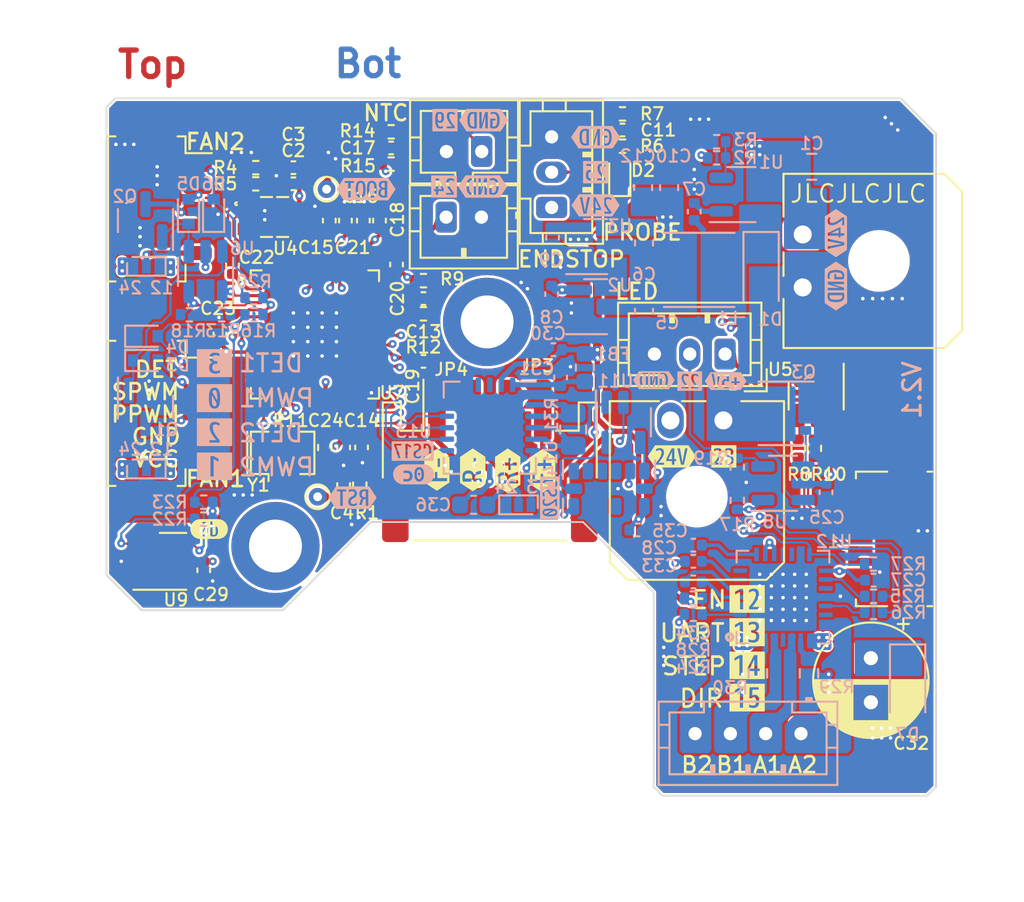
<source format=kicad_pcb>
(kicad_pcb (version 20211014) (generator pcbnew)
  (layers (0 "F.Cu" signal) (1 "In1.Cu" signal) (2 "In2.Cu" signal) (31 "B.Cu" signal) (34 "B.Paste" user) (35 "F.Paste" user) (36 "B.SilkS" user "B.Silkscreen") (37 "F.SilkS" user "F.Silkscreen") (38 "B.Mask" user) (39 "F.Mask" user) (44 "Edge.Cuts" user))
  (net 0 "")
  (net 1 "+24V")
  (net 2 "GND")
  (net 3 "/RUN")
  (net 4 "Net-(C7-Pad1)")
  (net 5 "Net-(C7-Pad2)")
  (net 6 "+12V")
  (net 7 "Net-(C11-Pad1)")
  (net 8 "Net-(C13-Pad1)")
  (net 9 "+5V")
  (net 10 "+1V1")
  (net 11 "Net-(C17-Pad1)")
  (net 12 "/FAN1_DET")
  (net 13 "/D+")
  (net 14 "/D-")
  (net 15 "Net-(J3-Pad1)")
  (net 16 "/NEO")
  (net 17 "Net-(C28-Pad2)")
  (net 18 "/FAN1_PWM")
  (net 19 "/FORCE+")
  (net 20 "/RTDIN+")
  (net 21 "/FORCE2")
  (net 22 "/QSPI_CS")
  (net 23 "/PROBE")
  (net 24 "/X-")
  (net 25 "/E-EN")
  (net 26 "/E-STEP")
  (net 27 "/E-DIR")
  (net 28 "/UART")
  (net 29 "/QSPI_SD1")
  (net 30 "/QSPI_SD2")
  (net 31 "/QSPI_SD0")
  (net 32 "/QSPI_CLK")
  (net 33 "/QSPI_SD3")
  (net 34 "/IIC0_SDA")
  (net 35 "/IIC0_SCL")
  (net 36 "/SPI0_MISO")
  (net 37 "/SPI0_CS1")
  (net 38 "/SPI0_CLK")
  (net 39 "/SPI0_MOSI")
  (net 40 "/E-B2")
  (net 41 "/E-DIAG")
  (net 42 "/E-A2")
  (net 43 "/E-A1")
  (net 44 "/E-B1")
  (net 45 "/RTDIN-")
  (net 46 "/FORCE-")
  (net 47 "Net-(C31-Pad1)")
  (net 48 "/FAN2_DET")
  (net 49 "/FAN2_PWM")
  (net 50 "Net-(C34-Pad1)")
  (net 51 "Net-(D2-Pad1)")
  (net 52 "Net-(R2-Pad2)")
  (net 53 "Net-(D3-Pad1)")
  (net 54 "Net-(D3-Pad2)")
  (net 55 "Net-(D5-Pad1)")
  (net 56 "Net-(D5-Pad2)")
  (net 57 "/HE")
  (net 58 "Net-(C34-Pad2)")
  (net 59 "Net-(R24-Pad2)")
  (net 60 "Net-(R25-Pad2)")
  (net 67 "Net-(U7-Pad20)")
  (net 72 "Net-(R26-Pad2)")
  (net 73 "Net-(C33-Pad1)")
  (net 74 "Net-(J5-Pad2)")
  (net 75 "/NTC")
  (net 76 "Net-(J5-Pad3)")
  (net 77 "Net-(R29-Pad1)")
  (net 78 "Net-(J8-Pad2)")
  (net 79 "Net-(J9-Pad1)")
  (net 80 "/SPI0_CS2")
  (net 83 "Net-(R8-Pad1)")
  (net 84 "Net-(R10-Pad2)")
  (net 85 "Net-(R11-Pad1)")
  (net 86 "Net-(R11-Pad2)")
  (net 87 "Net-(R30-Pad1)")
  (net 88 "Net-(R31-Pad1)")
  (net 89 "Net-(R31-Pad2)")
  (net 92 "Net-(U11-Pad4)")
  (net 97 "+3V3")
  (net 108 "Net-(J10-Pad3)")
  (net 110 "Net-(Q3-Pad4)")
  (net 113 "Net-(J7-Pad3)")
  (net 114 "Net-(J7-Pad5)")
  (net 115 "Net-(J10-Pad5)")
  (footprint "Capacitor_SMD:C_0402_1005Metric" (layer "F.Cu") (at 113.4348 115.7764 -90)
    (fp_text reference "C24")
    (fp_text value "100nF")
  )
  (footprint "Capacitor_SMD:C_0402_1005Metric" (layer "F.Cu") (at 114.554 102.9208 90)
    (fp_text reference "C16")
    (fp_text value "1uF")
  )
  (footprint "Connector_JST:JST_PH_B2B-PH-K_1x02_P2.00mm_Vertical" (layer "F.Cu") (at 119.2436 102.7264)
    (fp_text reference "J4" hide)
    (fp_text value "Conn_01x02")
  )
  (footprint "1_Library:RP2040TR7" (layer "F.Cu") (at 111.8108 109.3724)
    (fp_text reference "U7")
    (fp_text value "RP2040" hide)
  )
  (footprint "kibuzzard-62BB2280" (layer "F.Cu") (at 134.9756 116.2812)
    (fp_text reference "kibuzzard-62BB2280" hide)
    (fp_text value "G***" hide)
  )
  (footprint "Capacitor_SMD:C_0402_1005Metric" (layer "F.Cu") (at 117.9576 110.8964)
    (fp_text reference "C19")
    (fp_text value "100nF")
  )
  (footprint "1_Library:SolderJumper-2_P1.3mm_Open_TrianglePad1.0x1.5mm" (layer "F.Cu") (at 119.5186 112.8268)
    (fp_text reference "JP4")
    (fp_text value "SolderJumper_2_Open")
  )
  (footprint "1_Library:Molex_Micro-Fit_3.0_43650-0200_1x02_P3.00mm_Horizontal" (layer "F.Cu") (at 134.9516 114.2416 180)
    (fp_text reference "J9" hide)
    (fp_text value "Conn_01x02")
  )
  (footprint "kibuzzard-62BB1FEC" (layer "F.Cu") (at 136.2964 129.9464)
    (fp_text reference "kibuzzard-62BB1FEC" hide)
    (fp_text value "G***" hide)
  )
  (footprint "Resistor_SMD:R_0402_1005Metric" (layer "F.Cu") (at 108.458 100.838 180)
    (fp_text reference "R5")
    (fp_text value "1K")
  )
  (footprint "Connector_Molex:Molex_PicoBlade_53261-0571_1x05-1MP_P1.25mm_Horizontal" (layer "F.Cu") (at 102.7684 113.8428 -90)
    (fp_text reference "J7" hide)
    (fp_text value "Conn_01x05")
  )
  (footprint "1_Library:SolderJumper-2_P1.3mm_Open_TrianglePad1.0x1.5mm" (layer "F.Cu") (at 123.481 112.8268)
    (fp_text reference "JP3")
    (fp_text value "SolderJumper_2_Open")
  )
  (footprint "Capacitor_THT:CP_Radial_D6.3mm_P2.50mm" (layer "F.Cu") (at 143.3068 127.7112 -90)
    (fp_text reference "C32")
    (fp_text value "100uF")
  )
  (footprint "TestPoint:TestPoint_THTPad_D1.0mm_Drill0.5mm" (layer "F.Cu") (at 112.4712 101.1428)
    (fp_text reference "J3" hide)
    (fp_text value "TestPoint")
  )
  (footprint "Capacitor_SMD:C_0402_1005Metric" (layer "F.Cu") (at 115.4684 102.9208 90)
    (fp_text reference "C18")
    (fp_text value "1uF")
  )
  (footprint "Resistor_SMD:R_0402_1005Metric" (layer "F.Cu") (at 116.1288 97.8916)
    (fp_text reference "R14")
    (fp_text value "100R")
  )
  (footprint "Resistor_SMD:R_0402_1005Metric" (layer "F.Cu") (at 129.2352 96.8756 180)
    (fp_text reference "R7")
    (fp_text value "100R")
  )
  (footprint "1_Library:JST_PH_S4B-PH-SM4-TB_1x04-1MP_P2.00mm_Horizontal" (layer "F.Cu") (at 121.7168 116.5352)
    (fp_text reference "J11" hide)
    (fp_text value "Conn_01x04")
  )
  (footprint "Capacitor_SMD:C_0402_1005Metric" (layer "F.Cu") (at 112.6236 102.9208 90)
    (fp_text reference "C15")
    (fp_text value "100nF")
  )
  (footprint "LOGO" (layer "F.Cu") (at 144.4752 113.792)
    (fp_text reference "G***" hide)
    (fp_text value "LOGO" hide)
  )
  (footprint "Capacitor_SMD:C_0402_1005Metric" (layer "F.Cu") (at 106.426 109.3724 90)
    (fp_text reference "C23")
    (fp_text value "100nF")
  )
  (footprint "1_Library:MountingHole_3mm_Pad" (layer "F.Cu") (at 121.5644 108.6612)
    (fp_text reference "H2" hide)
    (fp_text value "MountingHole")
  )
  (footprint "kibuzzard-62E7C964" (layer "F.Cu") (at 124.714 117.094 90)
    (fp_text reference "kibuzzard-62E7C964" hide)
    (fp_text value "G***" hide)
  )
  (footprint "Diode_SMD:D_SOD-523" (layer "F.Cu") (at 129.0828 100.3808 90)
    (fp_text reference "D2")
    (fp_text value "1N4148WT")
  )
  (footprint "Resistor_SMD:R_0402_1005Metric" (layer "F.Cu") (at 117.9576 108.204)
    (fp_text reference "R12")
    (fp_text value "100R")
  )
  (footprint "Connector_JST:JST_PH_B3B-PH-K_1x03_P2.00mm_Vertical" (layer "F.Cu") (at 125.222 102.1776 90)
    (fp_text reference "J2" hide)
    (fp_text value "Conn_01x03")
  )
  (footprint "Capacitor_SMD:C_0402_1005Metric" (layer "F.Cu") (at 113.4364 117.9068 90)
    (fp_text reference "C4")
    (fp_text value "100nF")
  )
  (footprint "Connector_JST:JST_PH_B3B-PH-K_1x03_P2.00mm_Vertical" (layer "F.Cu") (at 135.0452 110.4812 180)
    (fp_text reference "J8" hide)
    (fp_text value "Conn_01x03")
  )
  (footprint "1_Library:MountingHole_3mm_Pad" (layer "F.Cu") (at 109.5756 121.3612)
    (fp_text reference "H1" hide)
    (fp_text value "MountingHole")
  )
  (footprint "Capacitor_SMD:C_0402_1005Metric" (layer "F.Cu") (at 105.5116 122.7328 -90)
    (fp_text reference "C29")
    (fp_text value "100nF")
  )
  (footprint "Capacitor_SMD:C_0402_1005Metric" (layer "F.Cu") (at 117.9576 107.3404 180)
    (fp_text reference "C13")
    (fp_text value "100nF")
  )
  (footprint "TestPoint:TestPoint_THTPad_D1.0mm_Drill0.5mm" (layer "F.Cu") (at 111.9632 118.5672)
    (fp_text reference "TP1" hide)
    (fp_text value "TestPoint")
  )
  (footprint "Resistor_SMD:R_0402_1005Metric" (layer "F.Cu") (at 108.458 99.9236 180)
    (fp_text reference "R4")
    (fp_text value "NC")
  )
  (footprint "Resistor_SMD:R_0402_1005Metric" (layer "F.Cu") (at 112.3696 115.7764 -90)
    (fp_text reference "R11")
    (fp_text value "1K")
  )
  (footprint "Resistor_SMD:R_0402_1005Metric" (layer "F.Cu") (at 139.192 115.824 -90)
    (fp_text reference "R8")
    (fp_text value "27R")
  )
  (footprint "kibuzzard-62BB1C3A" (layer "F.Cu") (at 105.8164 120.396)
    (fp_text reference "kibuzzard-62BB1C3A" hide)
    (fp_text value "G***" hide)
  )
  (footprint "kibuzzard-62E7C93B" (layer "F.Cu") (at 120.7516 117.0432 90)
    (fp_text reference "kibuzzard-62E7C93B" hide)
    (fp_text value "G***" hide)
  )
  (footprint "kibuzzard-62E7C943" (layer "F.Cu") (at 122.7328 117.094 90)
    (fp_text reference "kibuzzard-62E7C943" hide)
    (fp_text value "G***" hide)
  )
  (footprint "kibuzzard-62BB1FE0" (layer "F.Cu") (at 136.2964 124.3584)
    (fp_text reference "kibuzzard-62BB1FE0" hide)
    (fp_text value "G***" hide)
  )
  (footprint "Crystal:Resonator_SMD_Murata_CSTxExxV-3Pin_3.0x1.1mm" (layer "F.Cu") (at 109.9804 116.0812)
    (fp_text reference "Y1")
    (fp_text value "CSTNE12M0")
  )
  (footprint "Resistor_SMD:R_0402_1005Metric" (layer "F.Cu") (at 129.2352 98.7044 180)
    (fp_text reference "R6")
    (fp_text value "10K")
  )
  (footprint "Capacitor_SMD:C_0402_1005Metric" (layer "F.Cu") (at 116.1288 98.806 180)
    (fp_text reference "C17")
    (fp_text value "10uF")
  )
  (footprint "kibuzzard-62E7C936" (layer "F.Cu") (at 118.7196 117.0432 90)
    (fp_text reference "kibuzzard-62E7C936" hide)
    (fp_text value "G***" hide)
  )
  (footprint "Package_DFN_QFN:DFN-6-1EP_3x3mm_P1mm_EP1.5x2.4mm" (layer "F.Cu") (at 103.0224 122.2248)
    (fp_text reference "U9")
    (fp_text value "Si7021-A20")
  )
  (footprint "Connector_Molex:Molex_PicoBlade_53261-0571_1x05-1MP_P1.25mm_Horizontal" (layer "F.Cu") (at 102.7684 102.2604 -90)
    (fp_text reference "J10" hide)
    (fp_text value "Conn_01x05")
  )
  (footprint "Resistor_SMD:R_0402_1005Metric" (layer "F.Cu") (at 140.1064 115.824 90)
    (fp_text reference "R10")
    (fp_text value "27R")
  )
  (footprint "kibuzzard-62BB1FE5" (layer "F.Cu") (at 136.2964 126.238)
    (fp_text reference "kibuzzard-62BB1FE5" hide)
    (fp_text value "G***" hide)
  )
  (footprint "1_Library:Molex_Micro-Fit_3.0_43650-0200_1x02_P3.00mm_Horizontal" (layer "F.Cu") (at 139.446 103.7068 -90)
    (fp_text reference "J1" hide)
    (fp_text value "Conn_01x02")
  )
  (footprint "Capacitor_SMD:C_0402_1005Metric" (layer "F.Cu") (at 113.538 102.9208 90)
    (fp_text reference "C21")
    (fp_text value "100nF")
  )
  (footprint "kibuzzard-62BB1FE8" (layer "F.Cu") (at 136.2964 128.1176)
    (fp_text reference "kibuzzard-62BB1FE8" hide)
    (fp_text value "G***" hide)
  )
  (footprint "Capacitor_SMD:C_0402_1005Metric" (layer "F.Cu") (at 116.4336 105.41 90)
    (fp_text reference "C20")
    (fp_text value "100nF")
  )
  (footprint "1_Library:W25Q16JVUXIQ" (layer "F.Cu") (at 109.5248 102.7176)
    (fp_text reference "U4")
    (fp_text value "W25Q16JVUXIQ_WIN" hide)
  )
  (footprint "Resistor_SMD:R_0402_1005Metric" (layer "F.Cu") (at 116.1288 99.7204)
    (fp_text reference "R15")
    (fp_text value "4.7K")
  )
  (footprint "kibuzzard-62BB2226" (layer "F.Cu") (at 132.0292 116.2812)
    (fp_text reference "kibuzzard-62BB2226" hide)
    (fp_text value "G***" hide)
  )
  (footprint "Capacitor_SMD:C_0402_1005Metric" (layer "F.Cu") (at 110.5916 99.9236 180)
    (fp_text reference "C3")
    (fp_text value "100nF")
  )
  (footprint "Capacitor_SMD:C_0402_1005Metric" (layer "F.Cu") (at 129.2352 97.79)
    (fp_text reference "C11")
    (fp_text value "100nF")
  )
  (footprint "Capacitor_SMD:C_0402_1005Metric" (layer "F.Cu") (at 107.1372 105.4608 90)
    (fp_text reference "C22")
    (fp_text value "100nF")
  )
  (footprint "Package_TO_SOT_SMD:SOT-23-6" (layer "F.Cu") (at 140.208 112.8268 -90)
    (fp_text reference "U5")
    (fp_text value "USBLC6-2SC6")
  )
  (footprint "Resistor_SMD:R_0402_1005Metric" (layer "F.Cu") (at 114.3508 117.9068 -90)
    (fp_text reference "R1")
    (fp_text value "10K")
  )
  (footprint "Capacitor_SMD:C_0402_1005Metric" (layer "F.Cu") (at 110.5916 100.838 180)
    (fp_text reference "C2")
    (fp_text value "2.2uF")
  )
  (footprint "Capacitor_SMD:C_0402_1005Metric" (layer "F.Cu") (at 114.4524 115.7732 -90)
    (fp_text reference "C14")
    (fp_text value "100nF")
  )
  (footprint "Connector_JST:JST_PH_B2B-PH-K_1x02_P2.00mm_Vertical" (layer "F.Cu") (at 121.2596 99.0092 180)
    (fp_text reference "J6" hide)
    (fp_text value "Conn_01x02")
  )
  (footprint "Resistor_SMD:R_0402_1005Metric" (layer "F.Cu") (at 117.9576 106.3224)
    (fp_text reference "R9")
    (fp_text value "10K")
  )
  (footprint "Connector_USB:USB_Micro-B_Molex_47346-0001" (layer "F.Cu") (at 144.1704 120.9548 90)
    (fp_text reference "J5" hide)
    (fp_text value "USB_B_Micro")
  )
  (footprint "Capacitor_SMD:C_0603_1608Metric" (layer "B.Cu") (at 130.4036 101.0542 90)
    (fp_text reference "C12")
    (fp_text value "22uF")
  )
  (footprint "kibuzzard-62BD8C64" (layer "B.Cu") (at 113.9444 118.618 180)
    (fp_text reference "kibuzzard-62BD8C64" hide)
    (fp_text value "G***" hide)
  )
  (footprint "Capacitor_SMD:C_0603_1608Metric" (layer "B.Cu") (at 130.4544 108.0516 -90)
    (fp_text reference "C5")
    (fp_text value "10uF")
  )
  (footprint "Package_TO_SOT_SMD:SOT-23-6" (layer "B.Cu") (at 135.9692 101.4476)
    (fp_text reference "U1")
    (fp_text value "LMR54410")
  )
  (footprint "kibuzzard-62BB2226" (layer "B.Cu") (at 141.3256 103.632 -90)
    (fp_text reference "kibuzzard-62BB2226" hide)
    (fp_text value "G***" hide)
  )
  (footprint "kibuzzard-62BD8A5E" (layer "B.Cu") (at 106.1212 116.84 180)
    (fp_text reference "kibuzzard-62BD8A5E" hide)
    (fp_text value "G***" hide)
  )
  (footprint "Package_DFN_QFN:TQFN-20-1EP_5x5mm_P0.65mm_EP3.25x3.25mm" (layer "B.Cu") (at 121.7168 114.6556 180)
    (fp_text reference "U13")
    (fp_text value "MAX31865xTP")
  )
  (footprint "Resistor_SMD:R_0402_1005Metric" (layer "B.Cu") (at 143.4592 124.206 180)
    (fp_text reference "R25")
    (fp_text value "100R")
  )
  (footprint "Resistor_SMD:R_0402_1005Metric" (layer "B.Cu") (at 106.5276 108.2548 180)
    (fp_text reference "R13")
    (fp_text value "10K")
  )
  (footprint "Capacitor_SMD:C_0402_1005Metric" (layer "B.Cu") (at 143.4572 123.2916 180)
    (fp_text reference "C27")
    (fp_text value "100nF")
  )
  (footprint "Resistor_SMD:R_0402_1005Metric" (layer "B.Cu") (at 133.2484 124.3076)
    (fp_text reference "R28")
    (fp_text value "20K")
  )
  (footprint "kibuzzard-62BD8846" (layer "B.Cu") (at 127.7112 100.1776 180)
    (fp_text reference "kibuzzard-62BD8846" hide)
    (fp_text value "G***" hide)
  )
  (footprint "kibuzzard-62BD8C8D" (layer "B.Cu") (at 114.7064 101.1428 180)
    (fp_text reference "kibuzzard-62BD8C8D" hide)
    (fp_text value "G***" hide)
  )
  (footprint "Capacitor_SMD:C_0603_1608Metric" (layer "B.Cu") (at 131.8768 101.0542 90)
    (fp_text reference "C10")
    (fp_text value "22uF")
  )
  (footprint "kibuzzard-63148E7F" (layer "B.Cu") (at 133.0452 112.014 180)
    (fp_text reference "kibuzzard-63148E7F" hide)
    (fp_text value "G***" hide)
  )
  (footprint "Capacitor_SMD:C_0603_1608Metric" (layer "B.Cu") (at 130.4544 104.1908 90)
    (fp_text reference "C6")
    (fp_text value "10uF")
  )
  (footprint "kibuzzard-62BB2232" (layer "B.Cu") (at 121.3104 100.9904 180)
    (fp_text reference "kibuzzard-62BB2232" hide)
    (fp_text value "G***" hide)
  )
  (footprint "Package_TO_SOT_SMD:SOT-23" (layer "B.Cu") (at 102.2096 113.4872 -90)
    (fp_text reference "Q1")
    (fp_text value "AO3400A")
  )
  (footprint "Capacitor_SMD:C_0402_1005Metric" (layer "B.Cu") (at 133.2484 123.3932 180)
    (fp_text reference "C34")
    (fp_text value "22nF")
  )
  (footprint "Package_TO_SOT_SMD:SOT-23" (layer "B.Cu") (at 127.7112 104.394)
    (fp_text reference "U3")
    (fp_text value "ME6209A33M3G")
  )
  (footprint "Capacitor_SMD:C_0402_1005Metric" (layer "B.Cu") (at 125.73 111.8108 90)
    (fp_text reference "C31")
    (fp_text value "100nF")
  )
  (footprint "kibuzzard-62BB2232" (layer "B.Cu") (at 121.3612 97.2312 180)
    (fp_text reference "kibuzzard-62BB2232" hide)
    (fp_text value "G***" hide)
  )
  (footprint "Capacitor_SMD:C_0402_1005Metric" (layer "B.Cu") (at 130.0988 120.4468)
    (fp_text reference "C35")
    (fp_text value "100nF")
  )
  (footprint "Package_TO_SOT_SMD:SOT-23" (layer "B.Cu") (at 102.2096 102.9208 90)
    (fp_text reference "Q2")
    (fp_text value "AO3400A")
  )
  (footprint "kibuzzard-63148E89" (layer "B.Cu") (at 135.0772 112.014 180)
    (fp_text reference "kibuzzard-63148E89" hide)
    (fp_text value "G***" hide)
  )
  (footprint "Package_SON:VSON-8_3.3x3.3mm_P0.65mm_NexFET" (layer "B.Cu") (at 138.1724 113.8424 180)
    (fp_text reference "Q3")
    (fp_text value "WSD4038DN")
  )
  (footprint "Diode_SMD:D_SOD-523" (layer "B.Cu") (at 102.2096 110.8456)
    (fp_text reference "D3")
    (fp_text value "1N4148")
  )
  (footprint "Diode_SMD:D_SOD-523" (layer "B.Cu") (at 106.0704 102.4128 90)
    (fp_text reference "D6")
    (fp_text value "D_TVS")
  )
  (footprint "Resistor_SMD:R_0805_2012Metric" (layer "B.Cu") (at 126.4412 114.7572 -90)
    (fp_text reference "R31")
    (fp_text value "430R/4.3K")
  )
  (footprint "Resistor_SMD:R_0603_1608Metric" (layer "B.Cu") (at 139.8016 128.5748 -90)
    (fp_text reference "R29")
    (fp_text value "0R11")
  )
  (footprint "Capacitor_SMD:C_0402_1005Metric" (layer "B.Cu") (at 133.2484 122.2248 180)
    (fp_text reference "C33")
    (fp_text value "100nF")
  )
  (footprint "Resistor_SMD:R_0603_1608Metric" (layer "B.Cu") (at 136.906 128.5748 -90)
    (fp_text reference "R30")
    (fp_text value "0R11")
  )
  (footprint "Resistor_SMD:R_0402_1005Metric" (layer "B.Cu") (at 108.3564 107.2896)
    (fp_text reference "R20")
    (fp_text value "10K")
  )
  (footprint "Resistor_SMD:R_0402_1005Metric" (layer "B.Cu") (at 134.5692 99.3648)
    (fp_text reference "R2")
    (fp_text value "309K")
  )
  (footprint "Capacitor_SMD:C_0402_1005Metric" (layer "B.Cu") (at 133.2484 121.3104)
    (fp_text reference "C28")
    (fp_text value "4.7uF")
  )
  (footprint "kibuzzard-62BB2156" (layer "B.Cu") (at 117.348 115.9764 180)
    (fp_text reference "kibuzzard-62BB2156" hide)
    (fp_text value "G***" hide)
  )
  (footprint "Package_TO_SOT_SMD:SOT-23-5" (layer "B.Cu") (at 129.286 114.3508 -90)
    (fp_text reference "U11")
    (fp_text value "74LVC1G32")
  )
  (footprint "kibuzzard-62BD8A50" (layer "B.Cu") (at 106.1212 110.998 180)
    (fp_text reference "kibuzzard-62BD8A50" hide)
    (fp_text value "G***" hide)
  )
  (footprint "Diode_SMD:D_SOD-123" (layer "B.Cu") (at 137.0868 105.8164 -90)
    (fp_text reference "D1")
    (fp_text value "SS14L")
  )
  (footprint "Inductor_SMD:L_Taiyo-Yuden_NR-40xx" (layer "B.Cu") (at 133.5816 105.7148 180)
    (fp_text reference "L1")
    (fp_text value "6.2uH")
  )
  (footprint "Capacitor_SMD:C_0402_1005Metric" (layer "B.Cu") (at 140.7668 118.3132 90)
    (fp_text reference "C25")
    (fp_text value "100nF")
  )
  (footprint "kibuzzard-62BB2169" (layer "B.Cu") (at 125.1204 118.618 -90)
    (fp_text reference "kibuzzard-62BB2169" hide)
    (fp_text value "G***" hide)
  )
  (footprint "kibuzzard-6309F118" (layer "B.Cu") (at 119.126 100.9904 180)
    (fp_text reference "kibuzzard-6309F118" hide)
    (fp_text value "G***" hide)
  )
  (footprint "Capacitor_SMD:C_0402_1005Metric" (layer "B.Cu") (at 125.2728 103.886 -90)
    (fp_text reference "C9")
    (fp_text value "10uF")
  )
  (footprint "LOGO" (layer "B.Cu") (at 143.002 115.1636 -90)
    (fp_text reference "G***" hide)
    (fp_text value "LOGO" hide)
  )
  (footprint "Resistor_SMD:R_0402_1005Metric" (layer "B.Cu") (at 143.4572 122.3772 180)
    (fp_text reference "R27")
    (fp_text value "20K")
  )
  (footprint "Capacitor_SMD:C_0402_1005Metric" (layer "B.Cu") (at 125.222 107.0864 -90)
    (fp_text reference "C8")
    (fp_text value "10uF")
  )
  (footprint "Resistor_SMD:R_0402_1005Metric" (layer "B.Cu") (at 108.3564 108.2548 180)
    (fp_text reference "R16")
    (fp_text value "10K")
  )
  (footprint "1_Library:SolderJumper-3_P1.3mm_Open_Pad1.0x1.5mm" (layer "B.Cu") (at 102.2604 105.5116)
    (fp_text reference "JP2" hide)
    (fp_text value "SolderJumper_3_Open")
  )
  (footprint "kibuzzard-62BD8A5A" (layer "B.Cu") (at 106.1212 114.9096 180)
    (fp_text reference "kibuzzard-62BD8A5A" hide)
    (fp_text value "G***" hide)
  )
  (footprint "1_Library:TMC2209-LA-T" (layer "B.Cu") (at 138.3284 124.2568)
    (fp_text reference "U12")
    (fp_text value "QFN28_5X5_3X8_EPAD_TRI" hide)
  )
  (footprint "kibuzzard-62BD8A57" (layer "B.Cu") (at 106.1212 112.9792 180)
    (fp_text reference "kibuzzard-62BD8A57" hide)
    (fp_text value "G***" hide)
  )
  (footprint "Resistor_SMD:R_0402_1005Metric" (layer "B.Cu") (at 105.5116 119.8372 180)
    (fp_text reference "R22")
    (fp_text value "10K")
  )
  (footprint "Package_LGA:LGA-14_3x5mm_P0.8mm_LayoutBorder1x6y" (layer "B.Cu") (at 128.4732 118.11 90)
    (fp_text reference "U14")
    (fp_text value "ADXL343")
  )
  (footprint "Resistor_SMD:R_0402_1005Metric" (layer "B.Cu") (at 134.5692 98.4504 180)
    (fp_text reference "R3")
    (fp_text value "22.1K")
  )
  (footprint "Diode_SMD:D_SOD-523" (layer "B.Cu") (at 104.648 102.4128 90)
    (fp_text reference "D5")
    (fp_text value "1N4148")
  )
  (footprint "kibuzzard-63148E96" (layer "B.Cu") (at 131.0132 111.9632 180)
    (fp_text reference "kibuzzard-63148E96" hide)
    (fp_text value "G***" hide)
  )
  (footprint "kibuzzard-62BB2232" (layer "B.Cu") (at 141.3256 106.6292 -90)
    (fp_text reference "kibuzzard-62BB2232" hide)
    (fp_text value "G***" hide)
  )
  (footprint "1_Library:SolderJumper-3_P1.3mm_Open_Pad1.0x1.5mm" (layer "B.Cu") (at 123.3424 119.0244 180)
    (fp_text reference "JP5" hide)
    (fp_text value "1_Library:SolderJumper-3_P1.3mm_Open_Pad1.0x1.5mm")
  )
  (footprint "1_Library:SolderJumper-3_P1.3mm_Open_Pad1.0x1.5mm" (layer "B.Cu") (at 102.2604 116.9924)
    (fp_text reference "JP1" hide)
    (fp_text value "SolderJumper_3_Open")
  )
  (footprint "Inductor_SMD:L_0603_1608Metric" (layer "B.Cu") (at 127.1016 111.252 -90)
    (fp_text reference "FB1")
    (fp_text value "120R@100MHz")
  )
  (footprint "Capacitor_SMD:C_0805_2012Metric" (layer "B.Cu") (at 139.954 99.8728)
    (fp_text reference "C1")
    (fp_text value "22uF/35V")
  )
  (footprint "Resistor_SMD:R_0402_1005Metric" (layer "B.Cu") (at 105.5116 118.872 180)
    (fp_text reference "R23")
    (fp_text value "10K")
  )
  (footprint "Capacitor_SMD:C_0402_1005Metric" (layer "B.Cu") (at 125.3236 110.236 180)
    (fp_text reference "C30")
    (fp_text value "100nF")
  )
  (footprint "Resistor_SMD:R_0402_1005Metric" (layer "B.Cu") (at 135.7376 116.8908 -90)
    (fp_text reference "R19")
    (fp_text value "10K")
  )
  (footprint "kibuzzard-62BB2232" (layer "B.Cu") (at 127.7112 98.1964 180)
    (fp_text reference "kibuzzard-62BB2232" hide)
    (fp_text value "G***" hide)
  )
  (footprint "Resistor_SMD:R_0402_1005Metric" (layer "B.Cu") (at 143.4592 125.1204 180)
    (fp_text reference "R26")
    (fp_text value "100R")
  )
  (footprint "kibuzzard-62F0BBF4" (layer "B.Cu") (at 119.1768 97.2312 180)
    (fp_text reference "kibuzzard-62F0BBF4" hide)
    (fp_text value "G***" hide)
  )
  (footprint "Package_TO_SOT_SMD:SOT-23" (layer "B.Cu") (at 127.7112 107.7976)
    (fp_text reference "U2")
    (fp_text value "ME6209A50M3G")
  )
  (footprint "Resistor_SMD:R_0402_1005Metric" (layer "B.Cu") (at 104.6988 108.2548)
    (fp_text reference "R18")
    (fp_text value "10K")
  )
  (footprint "Package_TO_SOT_SMD:SOT-23-6" (layer "B.Cu") (at 105.6132 105.8164 90)
    (fp_text reference "U6")
    (fp_text value "74LVC2G17")
  )
  (footprint "Connector_JST:JST_PH_B4B-PH-K_1x04_P2.00mm_Vertical" (layer "B.Cu") (at 139.3472 131.9872 180)
    (fp_text reference "J12" hide)
    (fp_text value "Conn_01x04")
  )
  (footprint "Capacitor_SMD:C_0603_1608Metric" (layer "B.Cu") (at 120.8024 119.0244 180)
    (fp_text reference "C36")
    (fp_text value "100nF/1uF")
  )
  (footprint "Diode_SMD:D_SOD-123F" (layer "B.Cu") (at 145.3896 129.1336 -90)
    (fp_text reference "D7")
    (fp_text value "SMF28A")
  )
  (footprint "Resistor_SMD:R_0402_1005Metric" (layer "B.Cu") (at 133.2484 125.222)
    (fp_text reference "R24")
    (fp_text value "100R")
  )
  (footprint "Resistor_SMD:R_0402_1005Metric" (layer "B.Cu") (at 135.7376 118.7704 90)
    (fp_text reference "R17")
    (fp_text value "10K")
  )
  (footprint "kibuzzard-62BB1DD3" (layer "B.Cu") (at 117.3988 117.2972 180)
    (fp_text reference "kibuzzard-62BB1DD3" hide)
    (fp_text value "G***" hide)
  )
  (footprint "kibuzzard-62BB2226" (layer "B.Cu") (at 127.7112 102.0572 180)
    (fp_text reference "kibuzzard-62BB2226" hide)
    (fp_text value "G***" hide)
  )
  (footprint "Package_TO_SOT_SMD:SOT-23-6" (layer "B.Cu") (at 138.3284 117.8052)
    (fp_text reference "U8")
    (fp_text value "74LVC2G17")
  )
  (footprint "Capacitor_SMD:C_0402_1005Metric" (layer "B.Cu") (at 133.2992 102.4128 90)
    (fp_text reference "C7")
    (fp_text value "100nF")
  )
  (footprint "Diode_SMD:D_SOD-523" (layer "B.Cu") (at 102.2096 109.474)
    (fp_text reference "D4")
    (fp_text value "D_TVS")
  )
  (gr_line (start 131.5 135.5) (end 131 135) (layer "Edge.Cuts") (width 0.1))
  (gr_line (start 131 124) (end 127 120) (layer "Edge.Cuts") (width 0.1))
  (gr_line (start 115 120) (end 110 125) (layer "Edge.Cuts") (width 0.1))
  (gr_line (start 100 123) (end 102 125) (layer "Edge.Cuts") (width 0.1))
  (gr_line (start 100 96.5) (end 100 123) (layer "Edge.Cuts") (width 0.1))
  (gr_line (start 100 96.5) (end 100.5 96) (layer "Edge.Cuts") (width 0.1))
  (gr_line (start 146.5 135.5) (end 131.5 135.5) (layer "Edge.Cuts") (width 0.1))
  (gr_line (start 131 135) (end 131 124) (layer "Edge.Cuts") (width 0.1))
  (gr_line (start 100.5 96) (end 145 96) (layer "Edge.Cuts") (width 0.1))
  (gr_line (start 145 96) (end 147 98) (layer "Edge.Cuts") (width 0.1))
  (gr_line (start 147 135) (end 146.5 135.5) (layer "Edge.Cuts") (width 0.1))
  (gr_line (start 147 98) (end 147 135) (layer "Edge.Cuts") (width 0.1))
  (gr_line (start 110 125) (end 102 125) (layer "Edge.Cuts") (width 0.1))
  (gr_line (start 127 120) (end 115 120) (layer "Edge.Cuts") (width 0.1))
  (gr_text "Top" (at 102.616 94.0816) (layer "F.Cu") (effects (font (size 1.5 1.5) (thickness 0.3))))
  (gr_text "Bot" (at 114.808 94.0308) (layer "B.Cu") (effects (font (size 1.5 1.5) (thickness 0.3))))
  (gr_text "12" (at 103.124 115.8748) (layer "B.SilkS") (effects (font (size 0.7 0.7) (thickness 0.12)) (justify mirror)))
  (gr_text "24" (at 101.346 115.8748) (layer "B.SilkS") (effects (font (size 0.7 0.7) (thickness 0.12)) (justify mirror)))
  (gr_text "DET1" (at 109.3216 110.998) (layer "B.SilkS") (effects (font (size 1 1)) (justify mirror)))
  (gr_text "24" (at 101.346 106.7308) (layer "B.SilkS") (effects (font (size 0.7 0.7) (thickness 0.12)) (justify mirror)))
  (gr_text "12" (at 103.124 106.7308) (layer "B.SilkS") (effects (font (size 0.7 0.7) (thickness 0.12)) (justify mirror)))
  (gr_text "V2.1" (at 145.6436 112.522 90) (layer "B.SilkS") (effects (font (size 1 1) (thickness 0.17)) (justify mirror)))
  (gr_text "PWM2" (at 109.6264 116.8908) (layer "B.SilkS") (effects (font (size 1 1)) (justify mirror)))
  (gr_text "PWM1" (at 109.6264 112.9792) (layer "B.SilkS") (effects (font (size 1 1)) (justify mirror)))
  (gr_text "24" (at 122.6312 118.0084) (layer "B.SilkS") (effects (font (size 0.7 0.7) (thickness 0.12)) (justify mirror)))
  (gr_text "3" (at 124.1044 118.0084) (layer "B.SilkS") (effects (font (size 0.7 0.7) (thickness 0.12)) (justify mirror)))
  (gr_text "DET2" (at 109.3216 114.9604) (layer "B.SilkS") (effects (font (size 1 1)) (justify mirror)))
  (gr_text "JLCJLCJLC" (at 142.5956 101.3968) (layer "F.SilkS") (effects (font (size 1 1) (thickness 0.12))))
  (gr_text "SPWM" (at 102.2096 112.6236) (layer "F.SilkS") (effects (font (size 0.9 0.9))))
  (gr_text "PPWM" (at 102.2096 113.8936) (layer "F.SilkS") (effects (font (size 0.9 0.9))))
  (gr_text "A2" (at 139.446 133.7564) (layer "F.SilkS") (effects (font (size 0.9 0.9))))
  (gr_text "LED" (at 130.048 106.934) (layer "F.SilkS") (effects (font (size 0.9 0.9))))
  (gr_text "ENDSTOP" (at 126.3396 105.1052) (layer "F.SilkS") (effects (font (size 0.9 0.9))))
  (gr_text "A1" (at 137.4648 133.7564) (layer "F.SilkS") (effects (font (size 0.9 0.9))))
  (gr_text "B1" (at 135.4328 133.7564) (layer "F.SilkS") (effects (font (size 0.9 0.9))))
  (gr_text "VCC" (at 102.8192 116.4336) (layer "F.SilkS") (effects (font (size 0.9 0.9))))
  (gr_text "PROBE" (at 130.3528 103.5812) (layer "F.SilkS") (effects (font (size 0.9 0.9))))
  (gr_text "UART" (at 133.184292 126.2888) (layer "F.SilkS") (effects (font (size 1 1))))
  (gr_text "GND" (at 102.8192 115.1636) (layer "F.SilkS") (effects (font (size 0.9 0.9))))
  (gr_text "DIR" (at 133.7056 129.9972) (layer "F.SilkS") (effects (font (size 1 1))))
  (gr_text "FAN2" (at 106.172 98.4504) (layer "F.SilkS") (effects (font (size 0.9 0.9))))
  (gr_text "NTC" (at 115.824 96.8248) (layer "F.SilkS") (effects (font (size 0.9 0.9))))
  (gr_text "EN" (at 134.149492 124.4092) (layer "F.SilkS") (effects (font (size 1 1))))
  (gr_text "B2" (at 133.4516 133.7564) (layer "F.SilkS") (effects (font (size 0.9 0.9))))
  (gr_text "DET" (at 102.8192 111.3536) (layer "F.SilkS") (effects (font (size 0.9 0.9))))
  (gr_text "FAN1" (at 106.172 117.5512) (layer "F.SilkS") (effects (font (size 0.9 0.9))))
  (gr_text "STEP" (at 133.285892 128.1684) (layer "F.SilkS") (effects (font (size 1 1))))
  (via (at 135.8392 127) (size 0.45) (drill 0.2) (layers "F.Cu" "B.Cu") (net 1))
  (via (at 137.0076 98.7044) (size 0.45) (drill 0.2) (layers "F.Cu" "B.Cu") (net 1))
  (via (at 140.8176 126.5428) (size 0.45) (drill 0.2) (layers "F.Cu" "B.Cu") (net 1))
  (via (at 137.0076 99.187) (size 0.45) (drill 0.2) (layers "F.Cu" "B.Cu") (net 1))
  (via (at 132.2324 122.3264) (size 0.45) (drill 0.2) (layers "F.Cu" "B.Cu") (net 1))
  (via (at 140.8176 127) (size 0.45) (drill 0.2) (layers "F.Cu" "B.Cu") (net 1))
  (via (at 140.3604 127) (size 0.45) (drill 0.2) (layers "F.Cu" "B.Cu") (net 1))
  (via (at 140.3604 126.5428) (size 0.45) (drill 0.2) (layers "F.Cu" "B.Cu") (net 1))
  (via (at 136.2964 127) (size 0.45) (drill 0.2) (layers "F.Cu" "B.Cu") (net 1))
  (via (at 136.5504 98.7044) (size 0.45) (drill 0.2) (layers "F.Cu" "B.Cu") (net 1))
  (via (at 100.8888 116.7384) (size 0.45) (drill 0.2) (layers "F.Cu" "B.Cu") (net 1))
  (via (at 135.8392 126.5428) (size 0.45) (drill 0.2) (layers "F.Cu" "B.Cu") (net 1))
  (via (at 136.5504 99.187) (size 0.45) (drill 0.2) (layers "F.Cu" "B.Cu") (net 1))
  (via (at 100.8888 117.2464) (size 0.45) (drill 0.2) (layers "F.Cu" "B.Cu") (net 1))
  (via (at 136.2964 126.5428) (size 0.45) (drill 0.2) (layers "F.Cu" "B.Cu") (net 1))
  (via (at 100.8888 105.7656) (size 0.45) (drill 0.2) (layers "F.Cu" "B.Cu") (net 1))
  (via (at 100.8888 105.2576) (size 0.45) (drill 0.2) (layers "F.Cu" "B.Cu") (net 1))
  (segment (start 132.7684 122.2248) (end 132.334 122.2248) (width 0.2) (layer "B.Cu") (net 1))
  (segment (start 132.334 122.2248) (end 132.2324 122.3264) (width 0.2) (layer "B.Cu") (net 1))
  (segment (start 105.5116 123.2128) (end 105.89 123.2128) (width 0.2) (layer "F.Cu") (net 2))
  (segment (start 105.89 123.2128) (end 106.0196 123.3424) (width 0.2) (layer "F.Cu") (net 2))
  (segment (start 101.5724 122.2248) (end 100.838 122.2248) (width 0.3) (layer "F.Cu") (net 2))
  (segment (start 101.5724 122.2248) (end 103.0224 122.2248) (width 0.3) (layer "F.Cu") (net 2))
  (via (at 144.4244 132.2324) (size 0.45) (drill 0.2) (layers "F.Cu" "B.Cu") (net 2))
  (via (at 143.9164 132.2324) (size 0.45) (drill 0.2) (layers "F.Cu" "B.Cu") (net 2))
  (via (at 106.3244 102.5652) (size 0.45) (drill 0.2) (layers "F.Cu" "B.Cu") (net 2))
  (via (at 137.0076 125.5776) (size 0.45) (drill 0.2) (layers "F.Cu" "B.Cu") (net 2))
  (via (at 143.4084 132.2324) (size 0.45) (drill 0.2) (layers "F.Cu" "B.Cu") (net 2))
  (via (at 137.668 124.9426) (size 0.45) (drill 0.2) (layers "F.Cu" "B.Cu") (net 2))
  (via (at 123.8504 106.7816) (size 0.45) (drill 0.2) (layers "F.Cu" "B.Cu") (net 2))
  (via (at 144.526 107.3404) (size 0.45) (drill 0.2) (layers "F.Cu" "B.Cu") (net 2))
  (via (at 112.2172 109.7788) (size 0.45) (drill 0.2) (layers "F.Cu" "B.Cu") (net 2))
  (via (at 125.73 105.5624) (size 0.45) (drill 0.2) (layers "F.Cu" "B.Cu") (net 2))
  (via (at 137.668 123.6218) (size 0.45) (drill 0.2) (layers "F.Cu" "B.Cu") (net 2))
  (via (at 138.9888 124.9426) (size 0.45) (drill 0.2) (layers "F.Cu" "B.Cu") (net 2))
  (via (at 113.8936 120.142) (size 0.45) (drill 0.2) (layers "F.Cu" "B.Cu") (net 2))
  (via (at 119.5324 117.1448) (size 0.45) (drill 0.2) (layers "F.Cu" "B.Cu") (net 2))
  (via (at 139.6492 124.2822) (size 0.45) (drill 0.2) (layers "F.Cu" "B.Cu") (net 2))
  (via (at 102.87 100.3808) (size 0.45) (drill 0.2) (layers "F.Cu" "B.Cu") (net 2))
  (via (at 138.9888 123.6218) (size 0.45) (drill 0.2) (layers "F.Cu" "B.Cu") (net 2))
  (via (at 145.9992 120.4976) (size 0.45) (drill 0.2) (layers "F.Cu" "B.Cu") (net 2))
  (via (at 113.03 110.5916) (size 0.45) (drill 0.2) (layers "F.Cu" "B.Cu") (net 2))
  (via (at 140.9192 129.6416) (size 0.45) (drill 0.2) (layers "F.Cu" "B.Cu") (net 2))
  (via (at 138.3284 122.9614) (size 0.45) (drill 0.2) (layers "F.Cu" "B.Cu") (net 2))
  (via (at 112.5728 99.06) (size 0.45) (drill 0.2) (layers "F.Cu" "B.Cu") (net 2))
  (via (at 131.572 127.1016) (size 0.45) (drill 0.2) (layers "F.Cu" "B.Cu") (net 2))
  (via (at 136.0424 129.6416) (size 0.45) (drill 0.2) (layers "F.Cu" "B.Cu") (net 2))
  (via (at 131.572 128.1176) (size 0.45) (drill 0.2) (layers "F.Cu" "B.Cu") (net 2))
  (via (at 102.4128 113.03) (size 0.45) (drill 0.2) (layers "F.Cu" "B.Cu") (net 2))
  (via (at 137.0076 124.9426) (size 0.45) (drill 0.2) (layers "F.Cu" "B.Cu") (net 2))
  (via (at 110.5916 108.966) (size 0.45) (drill 0.2) (layers "F.Cu" "B.Cu") (net 2))
  (via (at 131.4196 119.126) (size 0.45) (drill 0.2) (layers "F.Cu" "B.Cu") (net 2))
  (via (at 101.9048 103.3272) (size 0.45) (drill 0.2) (layers "F.Cu" "B.Cu") (net 2))
  (via (at 110.5916 109.7788) (size 0.45) (drill 0.2) (layers "F.Cu" "B.Cu") (net 2))
  (via (at 137.668 125.5776) (size 0.45) (drill 0.2) (layers "F.Cu" "B.Cu") (net 2))
  (via (at 137.0076 122.9614) (size 0.45) (drill 0.2) (layers "F.Cu" "B.Cu") (net 2))
  (via (at 107.7468 118.4656) (size 0.45) (drill 0.2) (layers "F.Cu" "B.Cu") (net 2))
  (via (at 107.2388 118.4656) (size 0.45) (drill 0.2) (layers "F.Cu" "B.Cu") (net 2))
  (via (at 144.4244 131.6736) (size 0.45) (drill 0.2) (layers "F.Cu" "B.Cu") (net 2))
  (via (at 126.2888 111.2012) (size 0.45) (drill 0.2) (layers "F.Cu" "B.Cu") (net 2))
  (via (at 108.2548 118.4656) (size 0.45) (drill 0.2) (layers "F.Cu" "B.Cu") (net 2))
  (via (at 112.9792 99.4156) (size 0.45) (drill 0.2) (layers "F.Cu" "B.Cu") (net 2))
  (via (at 136.0424 129.1336) (size 0.45) (drill 0.2) (layers "F.Cu" "B.Cu") (net 2))
  (via (at 143.9164 131.6736) (size 0.45) (drill 0.2) (layers "F.Cu" "B.Cu") (net 2))
  (via (at 113.4872 101.854) (size 0.45) (drill 0.2) (layers "F.Cu" "B.Cu") (net 2))
  (via (at 138.8872 119.7864) (size 0.45) (drill 0.2) (layers "F.Cu" "B.Cu") (net 2))
  (via (at 112.2172 108.966) (size 0.45) (drill 0.2) (layers "F.Cu" "B.Cu") (net 2))
  (via (at 107.6452 99.06) (size 0.45) (drill 0.2) (layers "F.Cu" "B.Cu") (net 2))
  (via (at 111.4044 110.5916) (size 0.45) (drill 0.2) (layers "F.Cu" "B.Cu") (net 2))
  (via (at 108.966 102.87) (size 0.45) (drill 0.2) (layers "F.Cu" "B.Cu") (net 2))
  (via (at 110.5916 110.5916) (size 0.45) (drill 0.2) (layers "F.Cu" "B.Cu") (net 2))
  (via (at 139.6492 125.5776) (size 0.45) (drill 0.2) (layers "F.Cu" "B.Cu") (net 2))
  (via (at 108.966 102.362) (size 0.45) (drill 0.2) (layers "F.Cu" "B.Cu") (net 2))
  (via (at 119.1768 116.7892) (size 0.45) (drill 0.2) (layers "F.Cu" "B.Cu") (net 2))
  (via (at 138.3284 125.5776) (size 0.45) (drill 0.2) (layers "F.Cu" "B.Cu") (net 2))
  (via (at 143.4084 107.3404) (size 0.45) (drill 0.2) (layers "F.Cu" "B.Cu") (net 2))
  (via (at 133.2992 100.584) (size 0.45) (drill 0.2) (layers "F.Cu" "B.Cu") (net 2))
  (via (at 137.0076 124.2822) (size 0.45) (drill 0.2) (layers "F.Cu" "B.Cu") (net 2))
  (via (at 101.5492 98.6028) (size 0.45) (drill 0.2) (layers "F.Cu" "B.Cu") (net 2))
  (via (at 134.62 124.714) (size 0.45) (drill 0.2) (layers "F.Cu" "B.Cu") (net 2))
  (via (at 101.9048 103.8352) (size 0.45) (drill 0.2) (layers "F.Cu" "B.Cu") (net 2))
  (via (at 101.0412 98.6028) (size 0.45) (drill 0.2) (layers "F.Cu" "B.Cu") (net 2))
  (via (at 140.9192 129.1336) (size 0.45) (drill 0.2) (layers "F.Cu" "B.Cu") (net 2))
  (via (at 111.4044 108.1532) (size 0.45) (drill 0.2) (layers "F.Cu" "B.Cu") (net 2))
  (via (at 115.0112 112.6744) (size 0.45) (drill 0.2) (layers "F.Cu" "B.Cu") (net 2))
  (via (at 134.112 97.1804) (size 0.45) (drill 0.2) (layers "F.Cu" "B.Cu") (net 2))
  (via (at 143.4084 131.6736) (size 0.45) (drill 0.2) (layers "F.Cu" "B.Cu") (net 2))
  (via (at 133.2992 101.1428) (size 0.45) (drill 0.2) (layers "F.Cu" "B.Cu") (net 2))
  (via (at 112.2172 110.5916) (size 0.45) (drill 0.2) (layers "F.Cu" "B.Cu") (net 2))
  (via (at 113.03 109.7788) (size 0.45) (drill 0.2) (layers "F.Cu" "B.Cu") (net 2))
  (via (at 112.2172 108.1532) (size 0.45) (drill 0.2) (layers "F.Cu" "B.Cu") (net 2))
  (via (at 113.03 108.966) (size 0.45) (drill 0.2) (layers "F.Cu" "B.Cu") (net 2))
  (via (at 145.0848 107.3404) (size 0.45) (drill 0.2) (layers "F.Cu" "B.Cu") (net 2))
  (via (at 111.4044 108.966) (size 0.45) (drill 0.2) (layers "F.Cu" "B.Cu") (net 2))
  (via (at 143.9672 107.3404) (size 0.45) (drill 0.2) (layers "F.Cu" "B.Cu") (net 2))
  (via (at 126.3396 107.5944) (size 0.45) (drill 0.2) (layers "F.Cu" "B.Cu") (net 2))
  (via (at 137.0076 123.6218) (size 0.45) (drill 0.2) (layers "F.Cu" "B.Cu") (net 2))
  (via (at 128.9812 118.11) (size 0.45) (drill 0.2) (layers "F.Cu" "B.Cu") (net 2))
  (via (at 114.046 101.854) (size 0.45) (drill 0.2) (layers "F.Cu" "B.Cu") (net 2))
  (via (at 133.2992 100.0252) (size 0.45) (drill 0.2) (layers "F.Cu" "B.Cu") (net 2))
  (via (at 139.3952 119.7864) (size 0.45) (drill 0.2) (layers "F.Cu" "B.Cu") (net 2))
  (via (at 106.3752 108.4072) (size 0.45) (drill 0.2) (layers "F.Cu" "B.Cu") (net 2))
  (via (at 107.0864 99.06) (size 0.45) (drill 0.2) (layers "F.Cu" "B.Cu") (net 2))
  (via (at 125.73 105.0036) (size 0.45) (drill 0.2) (layers "F.Cu" "B.Cu") (net 2))
  (via (at 133.604 97.1804) (size 0.45) (drill 0.2) (layers "F.Cu" "B.Cu") (net 2))
  (via (at 142.8496 107.3404) (size 0.45) (drill 0.2) (layers "F.Cu" "B.Cu") (net 2))
  (via (at 114.6048 101.854) (size 0.45) (drill 0.2) (layers "F.Cu" "B.Cu") (net 2))
  (via (at 102.87 100.8888) (size 0.45) (drill 0.2) (layers "F.Cu" "B.Cu") (net 2))
  (via (at 126.3396 108.1532) (size 0.45) (drill 0.2) (layers "F.Cu" "B.Cu") (net 2))
  (via (at 101.9048 104.3432) (size 0.45) (drill 0.2) (layers "F.Cu" "B.Cu") (net 2))
  (via (at 111.4044 109.7788) (size 0.45) (drill 0.2) (layers "F.Cu" "B.Cu") (net 2))
  (via (at 136.2456 117.7544) (size 0.45) (drill 0.2) (layers "F.Cu" "B.Cu") (net 2))
  (via (at 123.4948 106.426) (size 0.45) (drill 0.2) (layers "F.Cu" "B.Cu") (net 2))
  (via (at 110.5916 108.1532) (size 0.45) (drill 0.2) (layers "F.Cu" "B.Cu") (net 2))
  (via (at 111.8108 102.108) (size 0.45) (drill 0.2) (layers "F.Cu" "B.Cu") (net 2))
  (via (at 140.9192 128.6256) (size 0.45) (drill 0.2) (layers "F.Cu" "B.Cu") (net 2))
  (via (at 138.9888 124.2822) (size 0.45) (drill 0.2) (layers "F.Cu" "B.Cu") (net 2))
  (via (at 136.0424 128.6256) (size 0.45) (drill 0.2) (layers "F.Cu" "B.Cu") (net 2))
  (via (at 138.9888 125.5776) (size 0.45) (drill 0.2) (layers "F.Cu" "B.Cu") (net 2))
  (via (at 108.204 99.06) (size 0.45) (drill 0.2) (layers "F.Cu" "B.Cu") (net 2))
  (via (at 139.6492 123.6218) (size 0.45) (drill 0.2) (layers "F.Cu" "B.Cu") (net 2))
  (via (at 146.5072 120.4976) (size 0.45) (drill 0.2) (layers "F.Cu" "B.Cu") (net 2))
  (via (at 133.096 97.1804) (size 0.45) (drill 0.2) (layers "F.Cu" "B.Cu") (net 2))
  (via (at 109.6264 100.3808) (size 0.45) (drill 0.2) (layers "F.Cu" "B.Cu") (net 2))
  (via (at 139.6492 122.9614) (size 0.45) (drill 0.2) (layers "F.Cu" "B.Cu") (net 2))
  (via (at 131.572 127.6096) (size 0.45) (drill 0.2) (layers "F.Cu" "B.Cu") (net 2))
  (via (at 100.5332 98.6028) (size 0.45) (drill 0.2) (layers "F.Cu" "B.Cu") (net 2))
  (via (at 102.4128 112.014) (size 0.45) (drill 0.2) (layers "F.Cu" "B.Cu") (net 2))
  (via (at 114.3 119.7356) (size 0.45) (drill 0.2) (layers "F.Cu" "B.Cu") (net 2))
  (via (at 102.4128 112.522) (size 0.45) (drill 0.2) (layers "F.Cu" "B.Cu") (net 2))
  (via (at 137.668 124.2822) (size 0.45) (drill 0.2) (layers "F.Cu" "B.Cu") (net 2))
  (via (at 131.4196 119.634) (size 0.45) (drill 0.2) (layers "F.Cu" "B.Cu") (net 2))
  (via (at 144.1196 97.0788) (size 0.45) (drill 0.2) (layers "F.Cu" "B.Cu") (net 2))
  (via (at 144.8308 97.79) (size 0.45) (drill 0.2) (layers "F.Cu" "B.Cu") (net 2))
  (via (at 113.03 108.1532) (size 0.45) (drill 0.2) (layers "F.Cu" "B.Cu") (net 2))
  (via (at 138.3284 124.2822) (size 0.45) (drill 0.2) (layers "F.Cu" "B.Cu") (net 2))
  (via (at 138.3284 123.6218) (size 0.45) (drill 0.2) (layers "F.Cu" "B.Cu") (net 2))
  (via (at 141.5796 124.206) (size 0.45) (drill 0.2) (layers "F.Cu" "B.Cu") (net 2))
  (via (at 137.668 122.9614) (size 0.45) (drill 0.2) (layers "F.Cu" "B.Cu") (net 2))
  (via (at 138.3284 124.9426) (size 0.45) (drill 0.2) (layers "F.Cu" "B.Cu") (net 2))
  (via (at 106.0196 123.3424) (size 0.45) (drill 0.2) (layers "F.Cu" "B.Cu") (net 2))
  (via (at 139.6492 124.9426) (size 0.45) (drill 0.2) (layers "F.Cu" "B.Cu") (net 2))
  (via (at 114.5032 116.6368) (size 0.45) (drill 0.2) (layers "F.Cu" "B.Cu") (net 2))
  (via (at 102.87 99.8728) (size 0.45) (drill 0.2) (layers "F.Cu" "B.Cu") (net 2))
  (via (at 143.8148 122.8344) (size 0.45) (drill 0.2) (layers "F.Cu" "B.Cu") (net 2))
  (via (at 138.9888 122.9614) (size 0.45) (drill 0.2) (layers "F.Cu" "B.Cu") (net 2))
  (via (at 144.4752 97.4344) (size 0.45) (drill 0.2) (layers "F.Cu" "B.Cu") (net 2))
  (via (at 100.838 122.2248) (size 0.45) (drill 0.2) (layers "F.Cu" "B.Cu") (net 2))
  (via (at 113.4364 116.7892) (size 0.45) (drill 0.2) (layers "F.Cu" "B.Cu") (net 2))
  (segment (start 113.4364 118.3868) (end 114.3208 118.3868) (width 0.12) (layer "F.Cu") (net 3))
  (segment (start 114.3208 118.3868) (end 114.3508 118.4168) (width 0.12) (layer "F.Cu") (net 3))
  (segment (start 113.611025 112.776) (end 113.611025 113.458625) (width 0.12) (layer "F.Cu") (net 3))
  (segment (start 114.7552 118.4168) (end 114.3508 118.4168) (width 0.12) (layer "F.Cu") (net 3))
  (segment (start 113.256 118.5672) (end 113.4364 118.3868) (width 0.12) (layer "F.Cu") (net 3))
  (segment (start 111.9632 118.5672) (end 113.256 118.5672) (width 0.12) (layer "F.Cu") (net 3))
  (segment (start 113.611025 113.458625) (end 115.0112 114.8588) (width 0.12) (layer "F.Cu") (net 3))
  (segment (start 115.0112 118.1608) (end 114.7552 118.4168) (width 0.12) (layer "F.Cu") (net 3))
  (segment (start 115.0112 114.8588) (end 115.0112 118.1608) (width 0.12) (layer "F.Cu") (net 3))
  (segment (start 133.7056 103.3272) (end 133.8072 103.4288) (width 0.3) (layer "B.Cu") (net 4))
  (segment (start 133.2992 102.8928) (end 133.2992 102.9208) (width 0.3) (layer "B.Cu") (net 4))
  (segment (start 133.2992 102.9208) (end 133.7056 103.3272) (width 0.3) (layer "B.Cu") (net 4))
  (segment (start 133.8072 103.4288) (end 133.8072 103.7336) (width 0.3) (layer "B.Cu") (net 4))
  (segment (start 133.764 102.3976) (end 134.8317 102.3976) (width 0.3) (layer "B.Cu") (net 5))
  (segment (start 133.2992 101.9328) (end 133.764 102.3976) (width 0.3) (layer "B.Cu") (net 5))
  (via (at 133.7056 99.2124) (size 0.45) (drill 0.2) (layers "F.Cu" "B.Cu") (net 6))
  (via (at 103.632 116.7384) (size 0.45) (drill 0.2) (layers "F.Cu" "B.Cu") (net 6))
  (via (at 131.9784 103.1748) (size 0.45) (drill 0.2) (layers "F.Cu" "B.Cu") (net 6))
  (via (at 103.632 117.2464) (size 0.45) (drill 0.2) (layers "F.Cu" "B.Cu") (net 6))
  (via (at 103.632 105.3084) (size 0.45) (drill 0.2) (layers "F.Cu" "B.Cu") (net 6))
  (via (at 131.5212 102.7176) (size 0.45) (drill 0.2) (layers "F.Cu" "B.Cu") (net 6))
  (via (at 103.632 105.8164) (size 0.45) (drill 0.2) (layers "F.Cu" "B.Cu") (net 6))
  (via (at 131.5212 103.1748) (size 0.45) (drill 0.2) (layers "F.Cu" "B.Cu") (net 6))
  (via (at 131.9784 102.7176) (size 0.45) (drill 0.2) (layers "F.Cu" "B.Cu") (net 6))
  (segment (start 133.9068 99.2124) (end 134.0592 99.3648) (width 0.12) (layer "B.Cu") (net 6))
  (segment (start 133.7056 99.2124) (end 133.9068 99.2124) (width 0.12) (layer "B.Cu") (net 6))
  (segment (start 128.9924 99.6808) (end 128.7252 99.4136) (width 0.12) (layer "F.Cu") (net 7))
  (segment (start 128.7252 99.4136) (end 128.7252 96.8756) (width 0.12) (layer "F.Cu") (net 7))
  (segment (start 129.0828 99.6808) (end 128.9924 99.6808) (width 0.12) (layer "F.Cu") (net 7))
  (segment (start 119.2436 102.7264) (end 118.4676 103.5024) (width 0.12) (layer "F.Cu") (net 8))
  (segment (start 118.4676 103.5024) (end 118.4676 108.1532) (width 0.12) (layer "F.Cu") (net 8))
  (segment (start 141.7828 113.3856) (end 141.7828 115.1636) (width 0.2) (layer "F.Cu") (net 9))
  (segment (start 141.478 113.0808) (end 141.7828 113.3856) (width 0.2) (layer "F.Cu") (net 9))
  (segment (start 141.0208 115.9256) (end 141.0208 117.2972) (width 0.2) (layer "F.Cu") (net 9))
  (segment (start 141.7828 115.1636) (end 141.0208 115.9256) (width 0.2) (layer "F.Cu") (net 9))
  (segment (start 137.6448 113.0808) (end 140.208 113.0808) (width 0.2) (layer "F.Cu") (net 9))
  (segment (start 135.0452 110.4812) (end 137.6448 113.0808) (width 0.2) (layer "F.Cu") (net 9))
  (segment (start 140.208 113.9643) (end 140.208 113.0808) (width 0.2) (layer "F.Cu") (net 9))
  (segment (start 140.208 113.0808) (end 141.478 113.0808) (width 0.2) (layer "F.Cu") (net 9))
  (via (at 105.6132 105.5624) (size 0.45) (drill 0.2) (layers "F.Cu" "B.Cu") (net 9))
  (via (at 125.8164 106.8476) (size 0.45) (drill 0.2) (layers "F.Cu" "B.Cu") (net 9))
  (via (at 141.0208 117.2972) (size 0.45) (drill 0.2) (layers "F.Cu" "B.Cu") (net 9))
  (segment (start 141.0208 117.2972) (end 141.0208 117.5792) (width 0.2) (layer "B.Cu") (net 9))
  (segment (start 139.4939 117.8332) (end 139.4659 117.8052) (width 0.3) (layer "B.Cu") (net 9))
  (segment (start 125.8164 106.8476) (end 125.7452 106.8476) (width 0.5) (layer "B.Cu") (net 9))
  (segment (start 141.0208 117.5792) (end 140.7668 117.8332) (width 0.2) (layer "B.Cu") (net 9))
  (segment (start 140.7668 117.8332) (end 139.4939 117.8332) (width 0.3) (layer "B.Cu") (net 9))
  (segment (start 126.7737 106.8476) (end 125.8164 106.8476) (width 0.5) (layer "B.Cu") (net 9))
  (segment (start 125.7452 106.8476) (end 125.4632 106.8476) (width 0.5) (layer "B.Cu") (net 9))
  (segment (start 125.4632 106.8476) (end 125.222 106.6064) (width 0.5) (layer "B.Cu") (net 9))
  (segment (start 105.6132 104.6789) (end 105.6132 105.5624) (width 0.2) (layer "B.Cu") (net 9))
  (segment (start 112.4712 104.14) (end 111.610775 105.000425) (width 0.2) (layer "F.Cu") (net 10))
  (segment (start 113.611025 105.9688) (end 113.611025 104.879775) (width 0.2) (layer "F.Cu") (net 10))
  (segment (start 112.6236 103.4008) (end 112.6236 103.9876) (width 0.2) (layer "F.Cu") (net 10))
  (segment (start 112.6236 103.4008) (end 112.6236 103.124) (width 0.2) (layer "F.Cu") (net 10))
  (segment (start 112.410875 112.074325) (end 112.410875 112.776) (width 0.2) (layer "F.Cu") (net 10))
  (segment (start 111.610775 105.000425) (end 111.610775 105.9688) (width 0.2) (layer "F.Cu") (net 10))
  (segment (start 114.3508 102.9208) (end 114.554 103.124) (width 0.2) (layer "F.Cu") (net 10))
  (segment (start 113.538 114.6556) (end 113.8148 114.6556) (width 0.2) (layer "F.Cu") (net 10))
  (segment (start 113.8148 114.6556) (end 114.4524 115.2932) (width 0.2) (layer "F.Cu") (net 10))
  (segment (start 112.410875 112.776) (end 112.410875 113.528475) (width 0.2) (layer "F.Cu") (net 10))
  (segment (start 114.554 103.9368) (end 114.554 103.4008) (width 0.2) (layer "F.Cu") (net 10))
  (segment (start 112.4712 113.5888) (end 113.538 114.6556) (width 0.2) (layer "F.Cu") (net 10))
  (segment (start 114.4524 104.0384) (end 114.554 103.9368) (width 0.2) (layer "F.Cu") (net 10))
  (segment (start 112.4204 112.0648) (end 112.410875 112.074325) (width 0.2) (layer "F.Cu") (net 10))
  (segment (start 112.410875 113.528475) (end 112.4712 113.5888) (width 0.2) (layer "F.Cu") (net 10))
  (segment (start 111.610775 106.576929) (end 111.285427 106.902277) (width 0.2) (layer "F.Cu") (net 10))
  (segment (start 111.610775 105.9688) (end 111.610775 106.576929) (width 0.2) (layer "F.Cu") (net 10))
  (segment (start 114.554 103.124) (end 114.554 103.4008) (width 0.2) (layer "F.Cu") (net 10))
  (segment (start 112.8268 102.9208) (end 114.3508 102.9208) (width 0.2) (layer "F.Cu") (net 10))
  (segment (start 112.6236 103.124) (end 112.8268 102.9208) (width 0.2) (layer "F.Cu") (net 10))
  (segment (start 112.6236 103.9876) (end 112.4712 104.14) (width 0.2) (layer "F.Cu") (net 10))
  (segment (start 113.611025 104.879775) (end 114.4524 104.0384) (width 0.2) (layer "F.Cu") (net 10))
  (via (at 112.4204 112.0648) (size 0.45) (drill 0.2) (layers "F.Cu" "B.Cu") (net 10))
  (via (at 111.285427 106.902277) (size 0.45) (drill 0.2) (layers "F.Cu" "B.Cu") (net 10))
  (segment (start 121.2596 98.7552) (end 121.2596 99.0092) (width 0.12) (layer "F.Cu") (net 11))
  (segment (start 116.6388 97.8916) (end 116.6388 99.7204) (width 0.12) (layer "F.Cu") (net 11))
  (segment (start 120.2436 97.7392) (end 121.2596 98.7552) (width 0.12) (layer "F.Cu") (net 11))
  (segment (start 116.7912 97.7392) (end 120.2436 97.7392) (width 0.12) (layer "F.Cu") (net 11))
  (segment (start 116.6388 97.8916) (end 116.7912 97.7392) (width 0.12) (layer "F.Cu") (net 11))
  (segment (start 107.2896 108.9152) (end 107.832525 108.372275) (width 0.12) (layer "F.Cu") (net 12))
  (segment (start 104.688 111.3428) (end 104.2416 110.8964) (width 0.12) (layer "F.Cu") (net 12))
  (segment (start 105.1684 111.3428) (end 104.688 111.3428) (width 0.12) (layer "F.Cu") (net 12))
  (segment (start 107.832525 108.372275) (end 108.4072 108.372275) (width 0.12) (layer "F.Cu") (net 12))
  (via (at 107.2896 108.9152) (size 0.45) (drill 0.2) (layers "F.Cu" "B.Cu") (net 12))
  (via (at 104.2416 110.8964) (size 0.45) (drill 0.2) (layers "F.Cu" "B.Cu") (net 12))
  (segment (start 102.9096 109.5644) (end 102.9096 109.474) (width 0.12) (layer "B.Cu") (net 12))
  (segment (start 107.2896 108.8116) (end 107.8464 108.2548) (width 0.12) (layer "B.Cu") (net 12))
  (segment (start 102.9096 109.4344) (end 102.9096 109.474) (width 0.12) (layer "B.Cu") (net 12))
  (segment (start 103.5304 108.8136) (end 102.9096 109.4344) (width 0.12) (layer "B.Cu") (net 12))
  (segment (start 107.2896 108.9152) (end 107.188 108.8136) (width 0.12) (layer "B.Cu") (net 12))
  (segment (start 104.2416 110.8964) (end 102.9096 109.5644) (width 0.12) (layer "B.Cu") (net 12))
  (segment (start 107.2896 108.9152) (end 107.2896 108.8116) (width 0.12) (layer "B.Cu") (net 12))
  (segment (start 107.188 108.8136) (end 103.5304 108.8136) (width 0.12) (layer "B.Cu") (net 12))
  (segment (start 137.865964 110.3292) (end 136.114819 108.578055) (width 0.12) (layer "F.Cu") (net 13))
  (segment (start 140.6568 110.3292) (end 137.865964 110.3292) (width 0.12) (layer "F.Cu") (net 13))
  (segment (start 141.158 111.6893) (end 141.158 110.8304) (width 0.12) (layer "F.Cu") (net 13))
  (segment (start 112.810925 105.9688) (end 112.810925 106.594275) (width 0.12) (layer "F.Cu") (net 13))
  (segment (start 134.957145 108.578055) (end 134.874 108.6612) (width 0.12) (layer "F.Cu") (net 13))
  (segment (start 136.114819 108.578055) (end 134.957145 108.578055) (width 0.12) (layer "F.Cu") (net 13))
  (segment (start 141.158 110.8304) (end 140.6568 110.3292) (width 0.12) (layer "F.Cu") (net 13))
  (segment (start 112.810925 106.594275) (end 112.6744 106.7308) (width 0.12) (layer "F.Cu") (net 13))
  (via (at 134.874 108.6612) (size 0.45) (drill 0.2) (layers "F.Cu" "B.Cu") (net 13))
  (via (at 112.6744 106.7308) (size 0.45) (drill 0.2) (layers "F.Cu" "B.Cu") (net 13))
  (segment (start 113.210975 105.9688) (end 113.210975 106.621556) (width 0.12) (layer "F.Cu") (net 14))
  (segment (start 113.210975 106.621556) (end 113.3348 106.745381) (width 0.12) (layer "F.Cu") (net 14))
  (segment (start 139.0904 110.5492) (end 139.258 110.7168) (width 0.12) (layer "F.Cu") (net 14))
  (segment (start 135.373255 109.008055) (end 135.50011 108.8812) (width 0.12) (layer "F.Cu") (net 14))
  (segment (start 135.50011 108.8812) (end 136.106836 108.8812) (width 0.12) (layer "F.Cu") (net 14))
  (segment (start 139.258 110.7168) (end 139.258 111.6893) (width 0.12) (layer "F.Cu") (net 14))
  (segment (start 136.106836 108.8812) (end 137.774836 110.5492) (width 0.12) (layer "F.Cu") (net 14))
  (segment (start 137.774836 110.5492) (end 139.0904 110.5492) (width 0.12) (layer "F.Cu") (net 14))
  (via (at 135.373255 109.008055) (size 0.45) (drill 0.2) (layers "F.Cu" "B.Cu") (net 14))
  (via (at 113.3348 106.745381) (size 0.45) (drill 0.2) (layers "F.Cu" "B.Cu") (net 14))
  (segment (start 112.4712 100.1776) (end 112.4712 101.1428) (width 0.12) (layer "F.Cu") (net 15))
  (segment (start 108.4834 100.3534) (end 108.4834 99.6188) (width 0.12) (layer "F.Cu") (net 15))
  (segment (start 108.968 100.838) (end 108.4834 100.3534) (width 0.12) (layer "F.Cu") (net 15))
  (segment (start 108.4834 99.6188) (end 109.0422 99.06) (width 0.12) (layer "F.Cu") (net 15))
  (segment (start 111.3536 99.06) (end 112.4712 100.1776) (width 0.12) (layer "F.Cu") (net 15))
  (segment (start 109.0422 99.06) (end 111.3536 99.06) (width 0.12) (layer "F.Cu") (net 15))
  (segment (start 115.2144 109.972475) (end 116.150221 109.972475) (width 0.12) (layer "F.Cu") (net 16))
  (segment (start 116.150221 109.972475) (end 116.211661 109.911035) (width 0.12) (layer "F.Cu") (net 16))
  (via (at 136.396 119.2804) (size 0.45) (drill 0.2) (layers "F.Cu" "B.Cu") (net 16))
  (via (at 116.211661 109.911035) (size 0.45) (drill 0.2) (layers "F.Cu" "B.Cu") (net 16))
  (segment (start 137.1909 118.7552) (end 136.6657 119.2804) (width 0.12) (layer "B.Cu") (net 16))
  (segment (start 136.6657 119.2804) (end 136.396 119.2804) (width 0.12) (layer "B.Cu") (net 16))
  (segment (start 136.396 119.2804) (end 135.7376 119.2804) (width 0.12) (layer "B.Cu") (net 16))
  (segment (start 134.6708 121.3104) (end 135.1915 121.8311) (width 0.2) (layer "B.Cu") (net 17))
  (segment (start 135.1915 121.8311) (end 136.8284 121.8311) (width 0.2) (layer "B.Cu") (net 17))
  (segment (start 133.7284 121.3104) (end 134.6708 121.3104) (width 0.2) (layer "B.Cu") (net 17))
  (segment (start 107.273725 107.172125) (end 108.4072 107.172125) (width 0.12) (layer "F.Cu") (net 18))
  (segment (start 107.0356 106.934) (end 107.273725 107.172125) (width 0.12) (layer "F.Cu") (net 18))
  (via (at 107.0356 106.934) (size 0.45) (drill 0.2) (layers "F.Cu" "B.Cu") (net 18))
  (segment (start 106.5632 106.9539) (end 106.5632 107.7804) (width 0.12) (layer "B.Cu") (net 18))
  (segment (start 106.5632 107.7804) (end 107.0376 108.2548) (width 0.12) (layer "B.Cu") (net 18))
  (segment (start 107.0157 106.9539) (end 106.5632 106.9539) (width 0.12) (layer "B.Cu") (net 18))
  (segment (start 107.0356 106.934) (end 107.0157 106.9539) (width 0.12) (layer "B.Cu") (net 18))
  (segment (start 124.7168 113.6852) (end 124.7168 116.0244) (width 0.3) (layer "F.Cu") (net 19))
  (segment (start 124.7168 116.0244) (end 123.7996 116.9416) (width 0.3) (layer "F.Cu") (net 19))
  (via (at 123.7996 116.9416) (size 0.45) (drill 0.2) (layers "F.Cu" "B.Cu") (net 19))
  (segment (start 124.1543 115.9556) (end 124.1543 116.5869) (width 0.3) (layer "B.Cu") (net 19))
  (segment (start 124.1543 116.5869) (end 123.7996 116.9416) (width 0.3) (layer "B.Cu") (net 19))
  (segment (start 124.0536 118.3132) (end 124.0536 119.0244) (width 0.3) (layer "B.Cu") (net 19))
  (segment (start 123.7996 116.9416) (end 123.7996 118.0592) (width 0.3) (layer "B.Cu") (net 19))
  (segment (start 123.7996 118.0592) (end 124.0536 118.3132) (width 0.3) (layer "B.Cu") (net 19))
  (segment (start 122.7168 113.6852) (end 122.7168 117.4148) (width 0.3) (layer "F.Cu") (net 20))
  (segment (start 122.7168 117.4148) (end 122.428 117.7036) (width 0.3) (layer "F.Cu") (net 20))
  (via (at 122.428 117.7036) (size 0.45) (drill 0.2) (layers "F.Cu" "B.Cu") (net 20))
  (segment (start 122.428 117.7036) (end 122.428 118.1738) (width 0.3) (layer "B.Cu") (net 20))
  (segment (start 122.3668 117.6424) (end 122.428 117.7036) (width 0.3) (layer "B.Cu") (net 20))
  (segment (start 122.428 118.1738) (end 121.5774 119.0244) (width 0.3) (layer "B.Cu") (net 20))
  (segment (start 122.3668 117.0931) (end 122.3668 117.6424) (width 0.3) (layer "B.Cu") (net 20))
  (segment (start 123.3424 118.2624) (end 123.3424 119.0244) (width 0.3) (layer "B.Cu") (net 21))
  (segment (start 123.0168 117.9368) (end 123.3424 118.2624) (width 0.3) (layer "B.Cu") (net 21))
  (segment (start 123.0168 117.0931) (end 123.0168 117.9368) (width 0.3) (layer "B.Cu") (net 21))
  (segment (start 109.210475 105.044875) (end 109.210475 105.9688) (width 0.12) (layer "F.Cu") (net 22))
  (segment (start 108.063599 101.967599) (end 107.95 101.854) (width 0.12) (layer "F.Cu") (net 22))
  (segment (start 107.948 100.838) (end 107.948 101.598) (width 0.12) (layer "F.Cu") (net 22))
  (segment (start 107.328401 101.967599) (end 106.8832 102.4128) (width 0.12) (layer "F.Cu") (net 22))
  (segment (start 107.948 101.598) (end 107.95 101.6) (width 0.12) (layer "F.Cu") (net 22))
  (segment (start 106.8832 103.886) (end 107.696 104.6988) (width 0.12) (layer "F.Cu") (net 22))
  (segment (start 108.8644 104.6988) (end 109.210475 105.044875) (width 0.12) (layer "F.Cu") (net 22))
  (segment (start 107.95 101.854) (end 107.95 101.6) (width 0.12) (layer "F.Cu") (net 22))
  (segment (start 107.948 99.9236) (end 107.948 100.838) (width 0.12) (layer "F.Cu") (net 22))
  (segment (start 107.696 104.6988) (end 108.8644 104.6988) (width 0.12) (layer "F.Cu") (net 22))
  (segment (start 108.1264 101.967599) (end 108.063599 101.967599) (width 0.12) (layer "F.Cu") (net 22))
  (segment (start 106.8832 102.4128) (end 106.8832 103.886) (width 0.12) (layer "F.Cu") (net 22))
  (segment (start 108.1264 101.967599) (end 107.328401 101.967599) (width 0.12) (layer "F.Cu") (net 22))
  (segment (start 116.4844 107.8992) (end 116.4844 107.1372) (width 0.12) (layer "F.Cu") (net 23))
  (segment (start 123.7996 97.4344) (end 124.968 96.266) (width 0.12) (layer "F.Cu") (net 23))
  (segment (start 116.4844 107.1372) (end 116.7892 106.8324) (width 0.12) (layer "F.Cu") (net 23))
  (segment (start 115.611275 108.772325) (end 116.4844 107.8992) (width 0.12) (layer "F.Cu") (net 23))
  (segment (start 129.2352 96.266) (end 129.7452 96.776) (width 0.12) (layer "F.Cu") (net 23))
  (segment (start 117.9576 101.4984) (end 118.8212 100.6348) (width 0.12) (layer "F.Cu") (net 23))
  (segment (start 123.7996 99.3648) (end 123.7996 97.4344) (width 0.12) (layer "F.Cu") (net 23))
  (segment (start 129.7452 96.776) (end 129.7452 96.8756) (width 0.12) (layer "F.Cu") (net 23))
  (segment (start 115.2144 108.772325) (end 115.611275 108.772325) (width 0.12) (layer "F.Cu") (net 23))
  (segment (start 117.9576 106.607993) (end 117.9576 101.4984) (width 0.12) (layer "F.Cu") (net 23))
  (segment (start 118.8212 100.6348) (end 122.5296 100.6348) (width 0.12) (layer "F.Cu") (net 23))
  (segment (start 122.5296 100.6348) (end 123.7996 99.3648) (width 0.12) (layer "F.Cu") (net 23))
  (segment (start 117.733193 106.8324) (end 117.9576 106.607993) (width 0.12) (layer "F.Cu") (net 23))
  (segment (start 116.7892 106.8324) (end 117.733193 106.8324) (width 0.12) (layer "F.Cu") (net 23))
  (segment (start 124.968 96.266) (end 129.2352 96.266) (width 0.12) (layer "F.Cu") (net 23))
  (segment (start 116.074825 109.172375) (end 117.094 108.1532) (width 0.12) (layer "F.Cu") (net 24))
  (segment (start 115.2144 109.172375) (end 116.074825 109.172375) (width 0.12) (layer "F.Cu") (net 24))
  (segment (start 117.094 108.1532) (end 117.4476 108.1532) (width 0.12) (layer "F.Cu") (net 24))
  (segment (start 109.210475 112.776) (end 109.210475 113.699925) (width 0.12) (layer "F.Cu") (net 25))
  (segment (start 109.210475 113.699925) (end 108.9152 113.9952) (width 0.12) (layer "F.Cu") (net 25))
  (segment (start 108.9152 113.9952) (end 108.9152 114.4016) (width 0.12) (layer "F.Cu") (net 25))
  (via (at 108.9152 114.4016) (size 0.45) (drill 0.2) (layers "F.Cu" "B.Cu") (net 25))
  (via (at 132.4356 125.6792) (size 0.45) (drill 0.2) (layers "F.Cu" "B.Cu") (net 25))
  (segment (start 132.4356 125.5248) (end 132.7384 125.222) (width 0.12) (layer "B.Cu") (net 25))
  (segment (start 132.4356 125.6792) (end 132.4356 125.5248) (width 0.12) (layer "B.Cu") (net 25))
  (segment (start 110.010575 113.718975) (end 110.1344 113.8428) (width 0.12) (layer "F.Cu") (net 26))
  (segment (start 110.010575 112.776) (end 110.010575 113.718975) (width 0.12) (layer "F.Cu") (net 26))
  (via (at 110.1344 113.8428) (size 0.45) (drill 0.2) (layers "F.Cu" "B.Cu") (net 26))
  (via (at 136.675951 120.201243) (size 0.45) (drill 0.2) (layers "F.Cu" "B.Cu") (net 26))
  (segment (start 144.272 121.5136) (end 144.5768 121.8184) (width 0.12) (layer "B.Cu") (net 26))
  (segment (start 136.675951 120.201243) (end 137.778043 120.201243) (width 0.12) (layer "B.Cu") (net 26))
  (segment (start 144.5768 121.8184) (end 144.5768 124.0536) (width 0.12) (layer "B.Cu") (net 26))
  (segment (start 137.778043 120.201243) (end 138.51528 120.93848) (width 0.12) (layer "B.Cu") (net 26))
  (segment (start 144.4244 124.206) (end 143.9692 124.206) (width 0.12) (layer "B.Cu") (net 26))
  (segment (start 140.09008 120.93848) (end 140.6652 121.5136) (width 0.12) (layer "B.Cu") (net 26))
  (segment (start 140.6652 121.5136) (end 144.272 121.5136) (width 0.12) (layer "B.Cu") (net 26))
  (segment (start 144.5768 124.0536) (end 144.4244 124.206) (width 0.12) (layer "B.Cu") (net 26))
  (segment (start 138.51528 120.93848) (end 140.09008 120.93848) (width 0.12) (layer "B.Cu") (net 26))
  (segment (start 110.410625 112.776) (end 110.410625 113.204625) (width 0.12) (layer "F.Cu") (net 27))
  (segment (start 110.410625 113.204625) (end 110.744 113.538) (width 0.12) (layer "F.Cu") (net 27))
  (via (at 137.0076 119.6848) (size 0.45) (drill 0.2) (layers "F.Cu" "B.Cu") (net 27))
  (via (at 110.744 113.538) (size 0.45) (drill 0.2) (layers "F.Cu" "B.Cu") (net 27))
  (segment (start 137.7188 119.6848) (end 138.6332 120.5992) (width 0.12) (layer "B.Cu") (net 27))
  (segment (start 144.8816 121.6152) (end 144.8816 124.6632) (width 0.12) (layer "B.Cu") (net 27))
  (segment (start 144.8816 124.6632) (end 144.4244 125.1204) (width 0.12) (layer "B.Cu") (net 27))
  (segment (start 137.0076 119.6848) (end 137.7188 119.6848) (width 0.12) (layer "B.Cu") (net 27))
  (segment (start 144.4752 121.2088) (end 144.8816 121.6152) (width 0.12) (layer "B.Cu") (net 27))
  (segment (start 140.8176 121.2088) (end 144.4752 121.2088) (width 0.12) (layer "B.Cu") (net 27))
  (segment (start 144.4244 125.1204) (end 143.9692 125.1204) (width 0.12) (layer "B.Cu") (net 27))
  (segment (start 138.6332 120.5992) (end 140.208 120.5992) (width 0.12) (layer "B.Cu") (net 27))
  (segment (start 140.208 120.5992) (end 140.8176 121.2088) (width 0.12) (layer "B.Cu") (net 27))
  (segment (start 109.5248 114.0968) (end 109.610525 114.011075) (width 0.12) (layer "F.Cu") (net 28))
  (segment (start 109.610525 114.011075) (end 109.610525 112.776) (width 0.12) (layer "F.Cu") (net 28))
  (via (at 109.5248 114.0968) (size 0.45) (drill 0.2) (layers "F.Cu" "B.Cu") (net 28))
  (via (at 136.0932 120.4976) (size 0.45) (drill 0.2) (layers "F.Cu" "B.Cu") (net 28))
  (segment (start 139.8284 121.3372) (end 139.8284 121.8311) (width 0.12) (layer "B.Cu") (net 28))
  (segment (start 138.2268 121.158) (end 139.6492 121.158) (width 0.12) (layer "B.Cu") (net 28))
  (segment (start 136.2456 120.65) (end 137.7188 120.65) (width 0.12) (layer "B.Cu") (net 28))
  (segment (start 142.9236 122.4008) (end 142.9472 122.3772) (width 0.12) (layer "B.Cu") (net 28))
  (segment (start 141.1859 121.8311) (end 141.7556 122.4008) (width 0.12) (layer "B.Cu") (net 28))
  (segment (start 136.0932 120.4976) (end 136.2456 120.65) (width 0.12) (layer "B.Cu") (net 28))
  (segment (start 141.7556 122.4008) (end 142.9236 122.4008) (width 0.12) (layer "B.Cu") (net 28))
  (segment (start 139.8284 121.8311) (end 141.1859 121.8311) (width 0.12) (layer "B.Cu") (net 28))
  (segment (start 137.7188 120.65) (end 138.2268 121.158) (width 0.12) (layer "B.Cu") (net 28))
  (segment (start 139.6492 121.158) (end 139.8284 121.3372) (width 0.12) (layer "B.Cu") (net 28))
  (segment (start 109.22 104.394) (end 107.7976 104.394) (width 0.12) (layer "F.Cu") (net 29))
  (segment (start 107.188 102.87) (end 107.5904 102.4676) (width 0.12) (layer "F.Cu") (net 29))
  (segment (start 107.5904 102.4676) (end 108.1264 102.4676) (width 0.12) (layer "F.Cu") (net 29))
  (segment (start 109.610525 104.784525) (end 109.22 104.394) (width 0.12) (layer "F.Cu") (net 29))
  (segment (start 109.610525 105.9688) (end 109.610525 104.784525) (width 0.12) (layer "F.Cu") (net 29))
  (segment (start 107.7976 104.394) (end 107.188 103.7844) (width 0.12) (layer "F.Cu") (net 29))
  (segment (start 107.188 103.7844) (end 107.188 102.87) (width 0.12) (layer "F.Cu") (net 29))
  (segment (start 107.6492 102.9676) (end 107.4928 103.124) (width 0.12) (layer "F.Cu") (net 30))
  (segment (start 109.5248 104.0892) (end 110.010575 104.574975) (width 0.12) (layer "F.Cu") (net 30))
  (segment (start 107.8992 104.0892) (end 109.5248 104.0892) (width 0.12) (layer "F.Cu") (net 30))
  (segment (start 107.4928 103.6828) (end 107.8992 104.0892) (width 0.12) (layer "F.Cu") (net 30))
  (segment (start 107.4928 103.124) (end 107.4928 103.6828) (width 0.12) (layer "F.Cu") (net 30))
  (segment (start 108.1264 102.9676) (end 107.6492 102.9676) (width 0.12) (layer "F.Cu") (net 30))
  (segment (start 110.010575 104.574975) (end 110.010575 105.9688) (width 0.12) (layer "F.Cu") (net 30))
  (segment (start 110.410625 104.016175) (end 110.410625 105.9688) (width 0.12) (layer "F.Cu") (net 31))
  (segment (start 110.9232 103.5036) (end 110.410625 104.016175) (width 0.12) (layer "F.Cu") (net 31))
  (segment (start 110.9232 103.467601) (end 110.9232 103.5036) (width 0.12) (layer "F.Cu") (net 31))
  (segment (start 111.3536 103.9876) (end 110.9472 103.9876) (width 0.12) (layer "F.Cu") (net 32))
  (segment (start 110.810675 104.124125) (end 110.810675 105.9688) (width 0.12) (layer "F.Cu") (net 32))
  (segment (start 111.4512 102.9676) (end 111.6076 103.124) (width 0.12) (layer "F.Cu") (net 32))
  (segment (start 110.9232 102.9676) (end 111.4512 102.9676) (width 0.12) (layer "F.Cu") (net 32))
  (segment (start 111.6076 103.7336) (end 111.3536 103.9876) (width 0.12) (layer "F.Cu") (net 32))
  (segment (start 110.9472 103.9876) (end 110.810675 104.124125) (width 0.12) (layer "F.Cu") (net 32))
  (segment (start 111.6076 103.124) (end 111.6076 103.7336) (width 0.12) (layer "F.Cu") (net 32))
  (segment (start 110.9232 102.4676) (end 111.51 102.4676) (width 0.12) (layer "F.Cu") (net 33))
  (segment (start 111.210725 104.587675) (end 111.210725 105.9688) (width 0.12) (layer "F.Cu") (net 33))
  (segment (start 111.9124 103.886) (end 111.210725 104.587675) (width 0.12) (layer "F.Cu") (net 33))
  (segment (start 111.51 102.4676) (end 111.9124 102.87) (width 0.12) (layer "F.Cu") (net 33))
  (segment (start 111.9124 102.87) (end 111.9124 103.886) (width 0.12) (layer "F.Cu") (net 33))
  (segment (start 107.1372 109.5248) (end 107.288112 109.5248) (width 0.12) (layer "F.Cu") (net 34))
  (segment (start 100.854 121.2248) (end 101.5724 121.2248) (width 0.12) (layer "F.Cu") (net 34))
  (segment (start 107.288112 109.5248) (end 108.040587 108.772325) (width 0.12) (layer "F.Cu") (net 34))
  (segment (start 108.040587 108.772325) (end 108.4072 108.772325) (width 0.12) (layer "F.Cu") (net 34))
  (segment (start 100.838 121.2088) (end 100.854 121.2248) (width 0.12) (layer "F.Cu") (net 34))
  (via (at 100.838 121.2088) (size 0.45) (drill 0.2) (layers "F.Cu" "B.Cu") (net 34))
  (via (at 107.1372 109.5248) (size 0.45) (drill 0.2) (layers "F.Cu" "B.Cu") (net 34))
  (segment (start 107.2152 109.6028) (end 107.2152 116.8636) (width 0.12) (layer "B.Cu") (net 34))
  (segment (start 105.0036 117.8052) (end 104.394 118.4148) (width 0.12) (layer "B.Cu") (net 34))
  (segment (start 106.2736 117.8052) (end 105.0036 117.8052) (width 0.12) (layer "B.Cu") (net 34))
  (segment (start 107.2152 116.8636) (end 106.2736 117.8052) (width 0.12) (layer "B.Cu") (net 34))
  (segment (start 100.838 121.2088) (end 100.838 120.65) (width 0.12) (layer "B.Cu") (net 34))
  (segment (start 107.1372 109.5248) (end 107.2152 109.6028) (width 0.12) (layer "B.Cu") (net 34))
  (segment (start 104.394 119.8372) (end 105.0016 119.8372) (width 0.12) (layer "B.Cu") (net 34))
  (segment (start 100.838 120.65) (end 101.6508 119.8372) (width 0.12) (layer "B.Cu") (net 34))
  (segment (start 104.394 118.4148) (end 104.394 119.8372) (width 0.12) (layer "B.Cu") (net 34))
  (segment (start 101.6508 119.8372) (end 104.394 119.8372) (width 0.12) (layer "B.Cu") (net 34))
  (segment (start 107.6452 109.5756) (end 107.6452 109.8804) (width 0.12) (layer "F.Cu") (net 35))
  (segment (start 105.2576 121.6152) (end 104.8672 121.2248) (width 0.12) (layer "F.Cu") (net 35))
  (segment (start 104.8672 121.2248) (end 104.4724 121.2248) (width 0.12) (layer "F.Cu") (net 35))
  (segment (start 108.048425 109.172375) (end 107.6452 109.5756) (width 0.12) (layer "F.Cu") (net 35))
  (segment (start 108.4072 109.172375) (end 108.048425 109.172375) (width 0.12) (layer "F.Cu") (net 35))
  (via (at 107.6452 109.8804) (size 0.45) (drill 0.2) (layers "F.Cu" "B.Cu") (net 35))
  (via (at 105.2576 121.6152) (size 0.45) (drill 0.2) (layers "F.Cu" "B.Cu") (net 35))
  (segment (start 105.0016 118.872) (end 105.0016 118.4168) (width 0.12) (layer "B.Cu") (net 35))
  (segment (start 106.4768 118.1608) (end 107.6452 116.9924) (width 0.12) (layer "B.Cu") (net 35))
  (segment (start 107.6452 116.9924) (end 107.6452 109.8804) (width 0.12) (layer "B.Cu") (net 35))
  (segment (start 105.5116 119.1768) (end 105.2068 118.872) (width 0.12) (layer "B.Cu") (net 35))
  (segment (start 105.2068 118.872) (end 105.0016 118.872) (width 0.12) (layer "B.Cu") (net 35))
  (segment (start 105.2576 121.6152) (end 105.5116 121.3612) (width 0.12) (layer "B.Cu") (net 35))
  (segment (start 105.2576 118.1608) (end 106.4768 118.1608) (width 0.12) (layer "B.Cu") (net 35))
  (segment (start 105.0016 118.4168) (end 105.2576 118.1608) (width 0.12) (layer "B.Cu") (net 35))
  (segment (start 105.5116 121.3612) (end 105.5116 119.1768) (width 0.12) (layer "B.Cu") (net 35))
  (segment (start 116.6368 114.4016) (end 115.110275 114.4016) (width 0.12) (layer "F.Cu") (net 36))
  (segment (start 115.110275 114.4016) (end 114.011075 113.3024) (width 0.12) (layer "F.Cu") (net 36))
  (segment (start 114.011075 113.3024) (end 114.011075 112.776) (width 0.12) (layer "F.Cu") (net 36))
  (via (at 116.6368 114.4016) (size 0.45) (drill 0.2) (layers "F.Cu" "B.Cu") (net 36))
  (via (at 129.5908 117.856) (size 0.45) (drill 0.2) (layers "F.Cu" "B.Cu") (net 36))
  (segment (start 117.1956 114.4016) (end 117.5916 114.0056) (width 0.12) (layer "B.Cu") (net 36))
  (segment (start 129.5908 117.1924) (end 129.6732 117.11) (width 0.12) (layer "B.Cu") (net 36))
  (segment (start 117.5916 114.0056) (end 119.2793 114.0056) (width 0.12) (layer "B.Cu") (net 36))
  (segment (start 129.5908 117.856) (end 129.5908 117.1924) (width 0.12) (layer "B.Cu") (net 36))
  (segment (start 116.6368 114.4016) (end 117.1956 114.4016) (width 0.12) (layer "B.Cu") (net 36))
  (segment (start 116.6368 113.792) (end 115.0112 113.792) (width 0.12) (layer "F.Cu") (net 37))
  (segment (start 115.0112 113.792) (end 114.411125 113.191925) (width 0.12) (layer "F.Cu") (net 37))
  (segment (start 114.411125 113.191925) (end 114.411125 112.776) (width 0.12) (layer "F.Cu") (net 37))
  (via (at 116.6368 113.792) (size 0.45) (drill 0.2) (layers "F.Cu" "B.Cu") (net 37))
  (segment (start 116.1288 114.6556) (end 116.332 114.8588) (width 0.12) (layer "B.Cu") (net 37))
  (segment (start 116.332 114.8588) (end 117.2972 114.8588) (width 0.12) (layer "B.Cu") (net 37))
  (segment (start 116.3828 113.792) (end 116.1288 114.046) (width 0.12) (layer "B.Cu") (net 37))
  (segment (start 117.2972 114.8588) (end 117.5004 114.6556) (width 0.12) (layer "B.Cu") (net 37))
  (segment (start 116.1288 114.046) (end 116.1288 114.6556) (width 0.12) (layer "B.Cu") (net 37))
  (segment (start 117.5004 114.6556) (end 119.2793 114.6556) (width 0.12) (layer "B.Cu") (net 37))
  (segment (start 116.6368 113.792) (end 116.3828 113.792) (width 0.12) (layer "B.Cu") (net 37))
  (segment (start 116.6368 113.1824) (end 115.427125 111.972725) (width 0.12) (layer "F.Cu") (net 38))
  (segment (start 115.427125 111.972725) (end 115.2144 111.972725) (width 0.12) (layer "F.Cu") (net 38))
  (via (at 131.2164 117.1956) (size 0.45) (drill 0.2) (layers "F.Cu" "B.Cu") (net 38))
  (via (at 116.6368 113.1824) (size 0.45) (drill 0.2) (layers "F.Cu" "B.Cu") (net 38))
  (segment (start 131.2164 117.602) (end 130.7084 118.11) (width 0.12) (layer "B.Cu") (net 38))
  (segment (start 116.1796 113.1824) (end 115.824 113.538) (width 0.12) (layer "B.Cu") (net 38))
  (segment (start 131.2164 117.1956) (end 131.2164 117.602) (width 0.12) (layer "B.Cu") (net 38))
  (segment (start 115.824 114.8588) (end 116.2708 115.3056) (width 0.12) (layer "B.Cu") (net 38))
  (segment (start 116.6368 113.1824) (end 116.1796 113.1824) (width 0.12) (layer "B.Cu") (net 38))
  (segment (start 115.824 113.538) (end 115.824 114.8588) (width 0.12) (layer "B.Cu") (net 38))
  (segment (start 130.7084 118.11) (end 130.4732 118.11) (width 0.12) (layer "B.Cu") (net 38))
  (segment (start 116.2708 115.3056) (end 119.2793 115.3056) (width 0.12) (layer "B.Cu") (net 38))
  (segment (start 116.246275 111.572675) (end 115.2144 111.572675) (width 0.12) (layer "F.Cu") (net 39))
  (segment (start 116.6368 112.5728) (end 116.6368 111.9632) (width 0.12) (layer "F.Cu") (net 39))
  (segment (start 116.6368 111.9632) (end 116.246275 111.572675) (width 0.12) (layer "F.Cu") (net 39))
  (via (at 116.6368 112.5728) (size 0.45) (drill 0.2) (layers "F.Cu" "B.Cu") (net 39))
  (via (at 129.0828 115.4176) (size 0.45) (drill 0.2) (layers "F.Cu" "B.Cu") (net 39))
  (segment (start 116.4128 115.9556) (end 119.2793 115.9556) (width 0.12) (layer "B.Cu") (net 39))
  (segment (start 116.6368 112.5728) (end 116.1796 112.5728) (width 0.12) (layer "B.Cu") (net 39))
  (segment (start 116.1796 112.5728) (end 115.5192 113.2332) (width 0.12) (layer "B.Cu") (net 39))
  (segment (start 129.0828 115.4176) (end 129.286 115.2144) (width 0.12) (layer "B.Cu") (net 39))
  (segment (start 115.5192 115.062) (end 116.4128 115.9556) (width 0.12) (layer "B.Cu") (net 39))
  (segment (start 129.286 115.2144) (end 129.286 113.2133) (width 0.12) (layer "B.Cu") (net 39))
  (segment (start 115.5192 113.2332) (end 115.5192 115.062) (width 0.12) (layer "B.Cu") (net 39))
  (segment (start 120.7168 113.6852) (end 120.7168 116.094) (width 0.3) (layer "F.Cu") (net 45))
  (segment (start 121.7168 117.094) (end 121.7168 117.7036) (width 0.3) (layer "F.Cu") (net 45))
  (segment (start 120.7168 116.094) (end 121.7168 117.094) (width 0.3) (layer "F.Cu") (net 45))
  (via (at 121.7168 117.7036) (size 0.45) (drill 0.2) (layers "F.Cu" "B.Cu") (net 45))
  (segment (start 121.7168 117.7036) (end 121.7168 117.8052) (width 0.3) (layer "B.Cu") (net 45))
  (segment (start 121.7168 117.0931) (end 121.7168 117.7036) (width 0.3) (layer "B.Cu") (net 45))
  (segment (start 120.7386 118.3132) (end 120.0274 119.0244) (width 0.3) (layer "B.Cu") (net 45))
  (segment (start 121.2088 118.3132) (end 120.7386 118.3132) (width 0.3) (layer "B.Cu") (net 45))
  (segment (start 121.7168 117.8052) (end 121.2088 118.3132) (width 0.3) (layer "B.Cu") (net 45))
  (segment (start 118.7168 113.6852) (end 118.7168 115.364) (width 0.3) (layer "F.Cu") (net 46))
  (segment (start 118.7168 115.364) (end 121.0564 117.7036) (width 0.3) (layer "F.Cu") (net 46))
  (via (at 121.0564 117.7036) (size 0.45) (drill 0.2) (layers "F.Cu" "B.Cu") (net 46))
  (segment (start 121.0564 117.7036) (end 121.0668 117.6932) (width 0.3) (layer "B.Cu") (net 46))
  (segment (start 121.0668 117.6932) (end 121.0668 117.0931) (width 0.3) (layer "B.Cu") (net 46))
  (segment (start 125.6573 112.2181) (end 125.73 112.2908) (width 0.3) (layer "B.Cu") (net 47))
  (segment (start 127.1016 112.0395) (end 125.9813 112.0395) (width 0.3) (layer "B.Cu") (net 47))
  (segment (start 123.0168 112.2181) (end 125.6573 112.2181) (width 0.3) (layer "B.Cu") (net 47))
  (segment (start 125.9813 112.0395) (end 125.73 112.2908) (width 0.3) (layer "B.Cu") (net 47))
  (segment (start 109.045375 107.972225) (end 109.3216 107.696) (width 0.12) (layer "F.Cu") (net 48))
  (segment (start 105.1684 99.7604) (end 105.5516 99.7604) (width 0.12) (layer "F.Cu") (net 48))
  (segment (start 108.4072 107.972225) (end 109.045375 107.972225) (width 0.12) (layer "F.Cu") (net 48))
  (segment (start 105.5516 99.7604) (end 105.918 100.1268) (width 0.12) (layer "F.Cu") (net 48))
  (via (at 109.3216 107.696) (size 0.45) (drill 0.2) (layers "F.Cu" "B.Cu") (net 48))
  (via (at 105.918 100.1268) (size 0.45) (drill 0.2) (layers "F.Cu" "B.Cu") (net 48))
  (segment (start 105.918 100.1268) (end 106.0704 100.2792) (width 0.12) (layer "B.Cu") (net 48))
  (segment (start 109.2728 107.696) (end 108.8664 107.2896) (width 0.12) (layer "B.Cu") (net 48))
  (segment (start 107.2896 102.932) (end 107.2896 105.5116) (width 0.12) (layer "B.Cu") (net 48))
  (segment (start 106.0704 101.7128) (end 107.2896 102.932) (width 0.12) (layer "B.Cu") (net 48))
  (segment (start 108.8664 107.0884) (end 108.8664 107.2896) (width 0.12) (layer "B.Cu") (net 48))
  (segment (start 109.3216 107.696) (end 109.2728 107.696) (width 0.12) (layer "B.Cu") (net 48))
  (segment (start 106.0704 100.2792) (end 106.0704 101.7128) (width 0.12) (layer "B.Cu") (net 48))
  (segment (start 107.2896 105.5116) (end 108.8664 107.0884) (width 0.12) (layer "B.Cu") (net 48))
  (segment (start 107.99195 107.572175) (end 108.4072 107.572175) (width 0.12) (layer "F.Cu") (net 49))
  (segment (start 107.8408 107.723325) (end 107.99195 107.572175) (width 0.12) (layer "F.Cu") (net 49))
  (segment (start 104.9528 107.5944) (end 105.081725 107.723325) (width 0.12) (layer "F.Cu") (net 49))
  (segment (start 105.081725 107.723325) (end 107.8408 107.723325) (width 0.12) (layer "F.Cu") (net 49))
  (via (at 104.9528 107.5944) (size 0.45) (drill 0.2) (layers "F.Cu" "B.Cu") (net 49))
  (segment (start 104.9528 107.5944) (end 104.6632 107.3048) (width 0.12) (layer "B.Cu") (net 49))
  (segment (start 104.6632 107.3048) (end 104.6632 106.9539) (width 0.12) (layer "B.Cu") (net 49))
  (segment (start 104.1888 108.2548) (end 104.2924 108.2548) (width 0.12) (layer "B.Cu") (net 49))
  (segment (start 104.2924 108.2548) (end 104.9528 107.5944) (width 0.12) (layer "B.Cu") (net 49))
  (segment (start 134.874 124.2568) (end 135.9027 124.2568) (width 0.2) (layer "B.Cu") (net 50))
  (segment (start 134.0104 123.3932) (end 134.874 124.2568) (width 0.2) (layer "B.Cu") (net 50))
  (segment (start 133.7284 123.3932) (end 134.0104 123.3932) (width 0.2) (layer "B.Cu") (net 50))
  (segment (start 128.1796 100.1776) (end 129.0828 101.0808) (width 0.12) (layer "F.Cu") (net 51))
  (segment (start 125.222 100.1776) (end 128.1796 100.1776) (width 0.12) (layer "F.Cu") (net 51))
  (segment (start 135.0792 100.2501) (end 134.8317 100.4976) (width 0.12) (layer "B.Cu") (net 52))
  (segment (start 135.0792 98.4504) (end 135.0792 100.2501) (width 0.12) (layer "B.Cu") (net 52))
  (segment (start 103.124 108.712) (end 103.632 108.204) (width 0.12) (layer "B.Cu") (net 53))
  (segment (start 103.632 108.204) (end 103.632 106.6292) (width 0.12) (layer "B.Cu") (net 53))
  (segment (start 101.5096 110.8456) (end 101.5096 112.2997) (width 0.12) (layer "B.Cu") (net 53))
  (segment (start 103.632 106.6292) (end 104.2416 106.0196) (width 0.12) (layer "B.Cu") (net 53))
  (segment (start 101.5096 112.2997) (end 101.2596 112.5497) (width 0.12) (layer "B.Cu") (net 53))
  (segment (start 106.5632 105.7808) (end 106.5632 104.6789) (width 0.12) (layer "B.Cu") (net 53))
  (segment (start 102.2604 110.0328) (end 102.2604 109.1692) (width 0.12) (layer "B.Cu") (net 53))
  (segment (start 102.2604 109.1692) (end 102.7176 108.712) (width 0.12) (layer "B.Cu") (net 53))
  (segment (start 106.3244 106.0196) (end 106.5632 105.7808) (width 0.12) (layer "B.Cu") (net 53))
  (segment (start 101.5096 110.8456) (end 101.5096 110.7836) (width 0.12) (layer "B.Cu") (net 53))
  (segment (start 104.2416 106.0196) (end 106.3244 106.0196) (width 0.12) (layer "B.Cu") (net 53))
  (segment (start 101.5096 110.7836) (end 102.2604 110.0328) (width 0.12) (layer "B.Cu") (net 53))
  (segment (start 102.7176 108.712) (end 103.124 108.712) (width 0.12) (layer "B.Cu") (net 53))
  (segment (start 105.1684 112.5928) (end 104.8204 112.5928) (width 0.12) (layer "F.Cu") (net 54))
  (segment (start 104.8204 112.5928) (end 104.2924 112.0648) (width 0.12) (layer "F.Cu") (net 54))
  (via (at 104.2924 112.0648) (size 0.45) (drill 0.2) (layers "F.Cu" "B.Cu") (net 54))
  (segment (start 104.2924 112.0648) (end 104.1288 112.0648) (width 0.12) (layer "B.Cu") (net 54))
  (segment (start 104.1288 112.0648) (end 102.9096 110.8456) (width 0.12) (layer "B.Cu") (net 54))
  (segment (start 104.648 103.1128) (end 104.648 104.6637) (width 0.12) (layer "B.Cu") (net 55))
  (segment (start 103.1596 103.8583) (end 103.9051 103.1128) (width 0.12) (layer "B.Cu") (net 55))
  (segment (start 104.648 104.6637) (end 104.6632 104.6789) (width 0.12) (layer "B.Cu") (net 55))
  (segment (start 103.9051 103.1128) (end 104.648 103.1128) (width 0.12) (layer "B.Cu") (net 55))
  (segment (start 105.218068 101.060068) (end 105.1684 101.0104) (width 0.12) (layer "F.Cu") (net 56))
  (segment (start 105.218068 101.467868) (end 105.218068 101.060068) (width 0.12) (layer "F.Cu") (net 56))
  (via (at 105.218068 101.467868) (size 0.45) (drill 0.2) (layers "F.Cu" "B.Cu") (net 56))
  (segment (start 104.973136 101.7128) (end 105.218068 101.467868) (width 0.12) (layer "B.Cu") (net 56))
  (segment (start 104.648 101.7128) (end 104.973136 101.7128) (width 0.12) (layer "B.Cu") (net 56))
  (segment (start 115.2144 109.572425) (end 115.827175 109.572425) (width 0.12) (layer "F.Cu") (net 57))
  (segment (start 115.9764 109.4232) (end 116.6876 109.4232) (width 0.12) (layer "F.Cu") (net 57))
  (segment (start 115.827175 109.572425) (end 115.9764 109.4232) (width 0.12) (layer "F.Cu") (net 57))
  (via (at 135.0772 116.3828) (size 0.45) (drill 0.2) (layers "F.Cu" "B.Cu") (net 57))
  (via (at 116.6876 109.4232) (size 0.45) (drill 0.2) (layers "F.Cu" "B.Cu") (net 57))
  (segment (start 137.1909 116.8552) (end 136.7165 116.3808) (width 0.12) (layer "B.Cu") (net 57))
  (segment (start 135.7376 116.3808) (end 135.0792 116.3808) (width 0.12) (layer "B.Cu") (net 57))
  (segment (start 136.7165 116.3808) (end 135.7376 116.3808) (width 0.12) (layer "B.Cu") (net 57))
  (segment (start 135.0792 116.3808) (end 135.0772 116.3828) (width 0.12) (layer "B.Cu") (net 57))
  (segment (start 133.2484 122.8344) (end 134.3152 122.8344) (width 0.2) (layer "B.Cu") (net 58))
  (segment (start 134.3152 122.8344) (end 135.237601 123.756801) (width 0.2) (layer "B.Cu") (net 58))
  (segment (start 132.7684 123.3144) (end 133.2484 122.8344) (width 0.2) (layer "B.Cu") (net 58))
  (segment (start 132.7684 123.3932) (end 132.7684 123.3144) (width 0.2) (layer "B.Cu") (net 58))
  (segment (start 135.237601 123.756801) (end 135.9027 123.756801) (width 0.2) (layer "B.Cu") (net 58))
  (segment (start 133.7584 125.222) (end 133.793201 125.256801) (width 0.12) (layer "B.Cu") (net 59))
  (segment (start 133.793201 125.256801) (end 135.9027 125.256801) (width 0.12) (layer "B.Cu") (net 59))
  (segment (start 133.7584 125.222) (end 133.7584 124.3076) (width 0.12) (layer "B.Cu") (net 59))
  (segment (start 142.5956 124.206) (end 142.9492 124.206) (width 0.12) (layer "B.Cu") (net 60))
  (segment (start 141.646399 123.256799) (end 142.5956 124.206) (width 0.12) (layer "B.Cu") (net 60))
  (segment (start 140.7541 123.256799) (end 141.646399 123.256799) (width 0.12) (layer "B.Cu") (net 60))
  (segment (start 109.2528 114.8588) (end 110.8456 114.8588) (width 0.12) (layer "F.Cu") (net 67))
  (segment (start 108.7804 116.0812) (end 108.7804 115.3312) (width 0.12) (layer "F.Cu") (net 67))
  (segment (start 110.8456 114.8588) (end 111.210725 114.493675) (width 0.12) (layer "F.Cu") (net 67))
  (segment (start 111.210725 114.493675) (end 111.210725 112.776) (width 0.12) (layer "F.Cu") (net 67))
  (segment (start 108.7804 115.3312) (end 109.2528 114.8588) (width 0.12) (layer "F.Cu") (net 67))
  (segment (start 141.927199 124.756799) (end 142.2908 125.1204) (width 0.12) (layer "B.Cu") (net 72))
  (segment (start 140.7541 124.756799) (end 141.927199 124.756799) (width 0.12) (layer "B.Cu") (net 72))
  (segment (start 142.2908 125.1204) (end 142.9492 125.1204) (width 0.12) (layer "B.Cu") (net 72))
  (segment (start 135.296399 123.256799) (end 135.9027 123.256799) (width 0.2) (layer "B.Cu") (net 73))
  (segment (start 133.7284 122.2248) (end 134.2644 122.2248) (width 0.2) (layer "B.Cu") (net 73))
  (segment (start 134.2644 122.2248) (end 135.296399 123.256799) (width 0.2) (layer "B.Cu") (net 73))
  (segment (start 142.5344 121.4288) (end 142.7104 121.6048) (width 0.12) (layer "F.Cu") (net 74))
  (segment (start 141.7996 121.4288) (end 142.5344 121.4288) (width 0.12) (layer "F.Cu") (net 74))
  (segment (start 139.192 116.334) (end 139.192 116.5352) (width 0.12) (layer "F.Cu") (net 74))
  (segment (start 139.192 116.5352) (end 139.5308 116.874) (width 0.12) (layer "F.Cu") (net 74))
  (segment (start 139.5308 116.874) (end 139.5308 119.16) (width 0.12) (layer "F.Cu") (net 74))
  (segment (start 139.5308 119.16) (end 141.7996 121.4288) (width 0.12) (layer "F.Cu") (net 74))
  (segment (start 114.9604 106.234825) (end 114.554 106.641225) (width 0.12) (layer "F.Cu") (net 75))
  (segment (start 115.6188 97.8916) (end 115.0112 98.4992) (width 0.12) (layer "F.Cu") (net 75))
  (segment (start 115.0112 98.4992) (end 115.0112 100.1268) (width 0.12) (layer "F.Cu") (net 75))
  (segment (start 115.9764 101.092) (end 115.9764 104.2416) (width 0.12) (layer "F.Cu") (net 75))
  (segment (start 115.0112 100.1268) (end 115.9764 101.092) (width 0.12) (layer "F.Cu") (net 75))
  (segment (start 114.9604 105.2576) (end 114.9604 106.234825) (width 0.12) (layer "F.Cu") (net 75))
  (segment (start 114.554 107.038125) (end 114.688 107.172125) (width 0.12) (layer "F.Cu") (net 75))
  (segment (start 114.554 106.641225) (end 114.554 107.038125) (width 0.12) (layer "F.Cu") (net 75))
  (segment (start 114.688 107.172125) (end 115.2144 107.172125) (width 0.12) (layer "F.Cu") (net 75))
  (segment (start 115.9764 104.2416) (end 114.9604 105.2576) (width 0.12) (layer "F.Cu") (net 75))
  (segment (start 139.7508 116.84) (end 139.7508 119.0244) (width 0.12) (layer "F.Cu") (net 76))
  (segment (start 140.1064 116.4844) (end 139.7508 116.84) (width 0.12) (layer "F.Cu") (net 76))
  (segment (start 141.9352 121.2088) (end 142.4564 121.2088) (width 0.12) (layer "F.Cu") (net 76))
  (segment (start 139.7508 119.0244) (end 141.9352 121.2088) (width 0.12) (layer "F.Cu") (net 76))
  (segment (start 140.1064 116.334) (end 140.1064 116.4844) (width 0.12) (layer "F.Cu") (net 76))
  (segment (start 142.4564 121.2088) (end 142.7104 120.9548) (width 0.12) (layer "F.Cu") (net 76))
  (segment (start 139.328401 127.276601) (end 139.8016 127.7498) (width 0.3) (layer "B.Cu") (net 77))
  (segment (start 139.328401 126.6825) (end 139.328401 127.276601) (width 0.3) (layer "B.Cu") (net 77))
  (segment (start 137.7696 115.824) (end 133.858 115.824) (width 0.12) (layer "B.Cu") (net 78))
  (segment (start 138.43 118.2116) (end 138.43 116.4844) (width 0.12) (layer "B.Cu") (net 78))
  (segment (start 139.4659 118.7552) (end 138.9736 118.7552) (width 0.12) (layer "B.Cu") (net 78))
  (segment (start 133.858 115.824) (end 133.0452 115.0112) (width 0.12) (layer "B.Cu") (net 78))
  (segment (start 138.9736 118.7552) (end 138.43 118.2116) (width 0.12) (layer "B.Cu") (net 78))
  (segment (start 138.43 116.4844) (end 137.7696 115.824) (width 0.12) (layer "B.Cu") (net 78))
  (segment (start 133.0452 115.0112) (end 133.0452 110.4812) (width 0.12) (layer "B.Cu") (net 78))
  (segment (start 116.559847 111.172625) (end 116.621374 111.234152) (width 0.12) (layer "F.Cu") (net 80))
  (segment (start 115.2144 111.172625) (end 116.559847 111.172625) (width 0.12) (layer "F.Cu") (net 80))
  (via (at 127.6604 114.9096) (size 0.45) (drill 0.2) (layers "F.Cu" "B.Cu") (net 80))
  (via (at 116.621374 111.234152) (size 0.45) (drill 0.2) (layers "F.Cu" "B.Cu") (net 80))
  (segment (start 125.73 117.9068) (end 125.9332 118.11) (width 0.12) (layer "B.Cu") (net 80))
  (segment (start 127.6604 116.1796) (end 127.4572 116.3828) (width 0.12) (layer "B.Cu") (net 80))
  (segment (start 125.73 116.586) (end 125.73 117.9068) (width 0.12) (layer "B.Cu") (net 80))
  (segment (start 127.4572 116.3828) (end 125.9332 116.3828) (width 0.12) (layer "B.Cu") (net 80))
  (segment (start 127.6604 113.6904) (end 128.1375 113.2133) (width 0.12) (layer "B.Cu") (net 80))
  (segment (start 127.6604 114.9096) (end 127.6604 113.6904) (width 0.12) (layer "B.Cu") (net 80))
  (segment (start 127.6604 114.9096) (end 127.6604 116.1796) (width 0.12) (layer "B.Cu") (net 80))
  (segment (start 125.9332 116.3828) (end 125.73 116.586) (width 0.12) (layer "B.Cu") (net 80))
  (segment (start 125.9332 118.11) (end 126.4732 118.11) (width 0.12) (layer "B.Cu") (net 80))
  (segment (start 128.1375 113.2133) (end 128.336 113.2133) (width 0.12) (layer "B.Cu") (net 80))
  (segment (start 139.258 113.9643) (end 139.258 115.248) (width 0.12) (layer "F.Cu") (net 83))
  (segment (start 139.258 115.248) (end 139.192 115.314) (width 0.12) (layer "F.Cu") (net 83))
  (segment (start 140.7688 115.314) (end 140.1064 115.314) (width 0.12) (layer "F.Cu") (net 84))
  (segment (start 141.158 113.9643) (end 141.158 114.9248) (width 0.12) (layer "F.Cu") (net 84))
  (segment (start 141.158 114.9248) (end 140.7688 115.314) (width 0.12) (layer "F.Cu") (net 84))
  (segment (start 112.3696 115.2664) (end 112.3696 115.2144) (width 0.12) (layer "F.Cu") (net 85))
  (segment (start 111.610775 114.455575) (end 111.610775 112.776) (width 0.12) (layer "F.Cu") (net 85))
  (segment (start 112.3696 115.2144) (end 111.610775 114.455575) (width 0.12) (layer "F.Cu") (net 85))
  (segment (start 111.1804 116.0812) (end 112.1644 116.0812) (width 0.12) (layer "F.Cu") (net 86))
  (segment (start 112.1644 116.0812) (end 112.3696 116.2864) (width 0.12) (layer "F.Cu") (net 86))
  (segment (start 137.328399 126.6825) (end 137.328399 127.327401) (width 0.3) (layer "B.Cu") (net 87))
  (segment (start 137.328399 127.327401) (end 136.906 127.7498) (width 0.3) (layer "B.Cu") (net 87))
  (segment (start 124.1543 114.0056) (end 126.2803 114.0056) (width 0.3) (layer "B.Cu") (net 88))
  (segment (start 126.2803 114.0056) (end 126.4412 113.8447) (width 0.3) (layer "B.Cu") (net 88))
  (segment (start 125.9521 113.3556) (end 126.4412 113.8447) (width 0.3) (layer "B.Cu") (net 88))
  (segment (start 124.1543 113.3556) (end 125.9521 113.3556) (width 0.3) (layer "B.Cu") (net 88))
  (segment (start 124.856 115.3056) (end 125.222 115.6716) (width 0.3) (layer "B.Cu") (net 89))
  (segment (start 124.1543 114.6556) (end 125.4271 114.6556) (width 0.3) (layer "B.Cu") (net 89))
  (segment (start 125.4271 114.6556) (end 126.4412 115.6697) (width 0.3) (layer "B.Cu") (net 89))
  (segment (start 124.1543 115.3056) (end 124.856 115.3056) (width 0.3) (layer "B.Cu") (net 89))
  (segment (start 125.222 115.6716) (end 126.4393 115.6716) (width 0.3) (layer "B.Cu") (net 89))
  (segment (start 126.4393 115.6716) (end 126.4412 115.6697) (width 0.3) (layer "B.Cu") (net 89))
  (segment (start 130.4732 115.7255) (end 130.4732 117.11) (width 0.12) (layer "B.Cu") (net 92))
  (segment (start 130.236 115.4883) (end 130.4732 115.7255) (width 0.12) (layer "B.Cu") (net 92))
  (segment (start 113.4348 115.2964) (end 113.9444 115.806) (width 0.12) (layer "F.Cu") (net 97))
  (segment (start 127.254 103.9876) (end 127.2032 103.9876) (width 0.12) (layer "F.Cu") (net 97))
  (segment (start 113.000629 115.691475) (end 113.039725 115.691475) (width 0.3) (layer "F.Cu") (net 97))
  (segment (start 104.4724 122.2248) (end 105.4836 122.2248) (width 0.2) (layer "F.Cu") (net 97))
  (segment (start 128.524 114.8588) (end 125.9332 117.4496) (width 0.3) (layer "F.Cu") (net 97))
  (segment (start 106.7816 110.3376) (end 106.7816 110.208) (width 0.2) (layer "F.Cu") (net 97))
  (segment (start 108.968 99.9236) (end 108.968 99.8708) (width 0.12) (layer "F.Cu") (net 97))
  (segment (start 113.4348 115.2636) (end 113.4348 115.2964) (width 0.2) (layer "F.Cu") (net 97))
  (segment (start 127.8128 110.236) (end 127.8128 114.1476) (width 0.3) (layer "F.Cu") (net 97))
  (segment (start 115.2144 110.372525) (end 116.011325 110.372525) (width 0.2) (layer "F.Cu") (net 97))
  (segment (start 115.551525 106.772075) (end 116.4336 105.89) (width 0.2) (layer "F.Cu") (net 97))
  (segment (start 106.816525 110.372525) (end 108.4072 110.372525) (width 0.2) (layer "F.Cu") (net 97))
  (segment (start 132.6388 124.5108) (end 130.1496 122.0216) (width 0.3) (layer "F.Cu") (net 97))
  (segment (start 130.1496 122.0216) (end 130.1496 119.8372) (width 0.3) (layer "F.Cu") (net 97))
  (segment (start 128.524 114.8588) (end 129.54 114.8588) (width 0.3) (layer "F.Cu") (net 97))
  (segment (start 107.6846 106.4882) (end 107.1372 105.9408) (width 0.2) (layer "F.Cu") (net 97))
  (segment (start 113.9444 116.9904) (end 114.3508 117.3968) (width 0.12) (layer "F.Cu") (net 97))
  (segment (start 108.4072 106.772075) (end 107.968475 106.772075) (width 0.2) (layer "F.Cu") (net 97))
  (segment (start 126.2888 103.9876) (end 127.3048 103.9876) (width 0.5) (layer "F.Cu") (net 97))
  (segment (start 112.2172 105.1052) (end 112.010825 105.311575) (width 0.2) (layer "F.Cu") (net 97))
  (segment (start 114.2492 104.9528) (end 115.2144 103.9876) (width 0.2) (layer "F.Cu") (net 97))
  (segment (start 117.2464 106.1212) (end 117.4476 106.3224) (width 0.2) (layer "F.Cu") (net 97))
  (segment (start 110.9232 101.5224) (end 110.9232 100.9864) (width 0.2) (layer "F.Cu") (net 97))
  (segment (start 113.9444 115.806) (end 113.9444 116.9904) (width 0.12) (layer "F.Cu") (net 97))
  (segment (start 106.7816 110.208) (end 106.426 109.8524) (width 0.2) (layer "F.Cu") (net 97))
  (segment (start 106.0196 122.2248) (end 105.9916 122.2528) (width 0.2) (layer "F.Cu") (net 97))
  (segment (start 115.6188 99.9216) (end 115.824 100.1268) (width 0.12) (layer "F.Cu") (net 97))
  (segment (start 129.7452 101.4964) (end 127.254 103.9876) (width 0.12) (layer "F.Cu") (net 97))
  (segment (start 112.010825 112.776) (end 112.010825 113.839625) (width 0.2) (layer "F.Cu") (net 97))
  (segment (start 113.3094 104.013) (end 112.4204 104.902) (width 0.2) (layer "F.Cu") (net 97))
  (segment (start 105.9916 122.2528) (end 105.5116 122.2528) (width 0.2) (layer "F.Cu") (net 97))
  (segment (start 116.332 110.6932) (end 117.2744 110.6932) (width 0.2) (layer "F.Cu") (net 97))
  (segment (start 115.2144 106.772075) (end 115.551525 106.772075) (width 0.2) (layer "F.Cu") (net 97))
  (segment (start 114.011075 105.9688) (end 114.011075 105.190925) (width 0.2) (layer "F.Cu") (net 97))
  (segment (start 109.474 99.3648) (end 110.5128 99.3648) (width 0.12) (layer "F.Cu") (net 97))
  (segment (start 117.0432 106.1212) (end 117.2464 106.1212) (width 0.2) (layer "F.Cu") (net 97))
  (segment (start 112.010825 113.839625) (end 113.4348 115.2636) (width 0.2) (layer "F.Cu") (net 97))
  (segment (start 114.011075 105.190925) (end 114.2492 104.9528) (width 0.2) (layer "F.Cu") (net 97))
  (segment (start 130.1496 115.4684) (end 130.1496 119.8372) (width 0.3) (layer "F.Cu") (net 97))
  (segment (start 113.538 103.4008) (end 113.538 103.7844) (width 0.2) (layer "F.Cu") (net 97))
  (segment (start 133.096 124.5108) (end 132.6388 124.5108) (width 0.3) (layer "F.Cu") (net 97))
  (segment (start 114.2492 105.0544) (end 114.2492 104.9528) (width 0.2) (layer "F.Cu") (net 97))
  (segment (start 129.54 114.8588) (end 130.1496 115.4684) (width 0.3) (layer "F.Cu") (net 97))
  (segment (start 112.410875 105.9688) (end 112.410875 105.298875) (width 0.2) (layer "F.Cu") (net 97))
  (segment (start 117.2744 110.6932) (end 117.4776 110.8964) (width 0.2) (layer "F.Cu") (net 97))
  (segment (start 115.6188 99.7204) (end 115.6188 99.9216) (width 0.12) (layer "F.Cu") (net 97))
  (segment (start 116.812 105.89) (end 116.4336 105.89) (width 0.2) (layer "F.Cu") (net 97))
  (segment (start 105.4836 122.2248) (end 105.5116 122.2528) (width 0.2) (layer "F.Cu") (net 97))
  (segment (start 110.9232 100.9864) (end 111.0716 100.838) (width 0.2) (layer "F.Cu") (net 97))
  (segment (start 112.410875 105.298875) (end 112.2172 105.1052) (width 0.2) (layer "F.Cu") (net 97))
  (segment (start 111.0716 99.9236) (end 111.0716 100.838) (width 0.2) (layer "F.Cu") (net 97))
  (segment (start 112.4204 104.902) (end 112.2172 105.1052) (width 0.2) (layer "F.Cu") (net 97))
  (segment (start 114.411125 105.9688) (end 114.411125 105.216325) (width 0.2) (layer "F.Cu") (net 97))
  (segment (start 129.7452 98.7044) (end 129.7452 101.4964) (width 0.12) (layer "F.Cu") (net 97))
  (segment (start 113.039725 115.691475) (end 113.4348 115.2964) (width 0.3) (layer "F.Cu") (net 97))
  (segment (start 110.5128 99.3648) (end 111.0716 99.9236) (width 0.12) (layer "F.Cu") (net 97))
  (segment (start 127.8128 114.1476) (end 128.524 114.8588) (width 0.3) (layer "F.Cu") (net 97))
  (segment (start 115.2144 103.9876) (end 115.4684 103.7336) (width 0.2) (layer "F.Cu") (net 97))
  (segment (start 112.010825 105.311575) (end 112.010825 105.9688) (width 0.2) (layer "F.Cu") (net 97))
  (segment (start 125.9332 117.4496) (end 125.9332 119.5832) (width 0.3) (layer "F.Cu") (net 97))
  (segment (start 110.9232 101.967599) (end 110.9232 101.5224) (width 0.2) (layer "F.Cu") (net 97))
  (segment (start 114.411125 105.216325) (end 114.2492 105.0544) (width 0.2) (layer "F.Cu") (net 97))
  (segment (start 116.011325 110.372525) (end 116.332 110.6932) (width 0.2) (layer "F.Cu") (net 97))
  (segment (start 106.7816 110.3376) (end 106.816525 110.372525) (width 0.2) (layer "F.Cu") (net 97))
  (segment (start 113.538 103.7844) (end 113.3094 104.013) (width 0.2) (layer "F.Cu") (net 97))
  (segment (start 127.8128 104.4956) (end 127.8128 110.6932) (width 0.5) (layer "F.Cu") (net 97))
  (segment (start 108.968 99.8708) (end 109.474 99.3648) (width 0.12) (layer "F.Cu") (net 97))
  (segment (start 127.3048 103.9876) (end 127.8128 104.4956) (width 0.5) (layer "F.Cu") (net 97))
  (segment (start 117.0432 106.1212) (end 116.812 105.89) (width 0.2) (layer "F.Cu") (net 97))
  (segment (start 115.4684 103.7336) (end 115.4684 103.4008) (width 0.2) (layer "F.Cu") (net 97))
  (segment (start 107.968475 106.772075) (end 107.6846 106.4882) (width 0.2) (layer "F.Cu") (net 97))
  (via (at 115.824 100.1268) (size 0.45) (drill 0.2) (layers "F.Cu" "B.Cu") (net 97))
  (via (at 133.096 124.5108) (size 0.45) (drill 0.2) (layers "F.Cu" "B.Cu") (net 97))
  (via (at 110.9232 101.5224) (size 0.45) (drill 0.2) (layers "F.Cu" "B.Cu") (net 97))
  (via (at 127.8128 110.236) (size 0.45) (drill 0.2) (layers "F.Cu" "B.Cu") (net 97))
  (via (at 116.332 110.6932) (size 0.45) (drill 0.2) (layers "F.Cu" "B.Cu") (net 97))
  (via (at 126.2888 103.9876) (size 0.45) (drill 0.2) (layers "F.Cu" "B.Cu") (net 97))
  (via (at 127.2032 103.9876) (size 0.45) (drill 0.2) (layers "F.Cu" "B.Cu") (net 97))
  (via (at 107.6846 106.4882) (size 0.45) (drill 0.2) (layers "F.Cu" "B.Cu") (net 97))
  (via (at 113.000629 115.691475) (size 0.45) (drill 0.2) (layers "F.Cu" "B.Cu") (net 97))
  (via (at 130.1496 119.8372) (size 0.45) (drill 0.2) (layers "F.Cu" "B.Cu") (net 97))
  (via (at 128.524 114.8588) (size 0.45) (drill 0.2) (layers "F.Cu" "B.Cu") (net 97))
  (via (at 106.0196 119.38) (size 0.45) (drill 0.2) (layers "F.Cu" "B.Cu") (net 97))
  (via (at 106.0196 122.2248) (size 0.45) (drill 0.2) (layers "F.Cu" "B.Cu") (net 97))
  (via (at 125.9332 119.5832) (size 0.45) (drill 0.2) (layers "F.Cu" "B.Cu") (net 97))
  (via (at 113.3094 104.013) (size 0.45) (drill 0.2) (layers "F.Cu" "B.Cu") (net 97))
  (via (at 137.5664 121.158) (size 0.45) (drill 0.2) (layers "F.Cu" "B.Cu") (net 97))
  (via (at 106.7816 110.3376) (size 0.45) (drill 0.2) (layers "F.Cu" "B.Cu") (net 97))
  (via (at 126.746 103.9876) (size 0.45) (drill 0.2) (layers "F.Cu" "B.Cu") (net 97))
  (via (at 127.8128 110.6932) (size 0.45) (drill 0.2) (layers "F.Cu" "B.Cu") (net 97))
  (via (at 141.5288 122.7836) (size 0.45) (drill 0.2) (layers "F.Cu" "B.Cu") (net 97))
  (via (at 117.0432 106.1212) (size 0.45) (drill 0.2) (layers "F.Cu" "B.Cu") (net 97))
  (via (at 115.2144 103.9876) (size 0.45) (drill 0.2) (layers "F.Cu" "B.Cu") (net 97))
  (segment (start 137.328399 121.396001) (end 137.328399 121.8311) (width 0.2) (layer "B.Cu") (net 97))
  (segment (start 125.8036 110.236) (end 126.8731 110.236) (width 0.3) (layer "B.Cu") (net 97))
  (segment (start 141.502 122.7568) (end 140.7541 122.7568) (width 0.2) (layer "B.Cu") (net 97))
  (segment (start 127.8128 110.6932) (end 127.3303 110.6932) (width 0.3) (layer "B.Cu") (net 97))
  (segment (start 128.336 115.4883) (end 128.336 115.0468) (width 0.2) (layer "B.Cu") (net 97))
  (segment (start 130.1496 119.8372) (end 129.6188 120.368) (width 0.3) (layer "B.Cu") (net 97))
  (segment (start 127.3303 110.6932) (end 127.1016 110.4645) (width 0.3) (layer "B.Cu") (net 97))
  (segment (start 141.5288 122.7836) (end 141.986 122.7836) (width 0.2) (layer "B.Cu") (net 97))
  (segment (start 132.8928 124.3076) (end 132.7384 124.3076) (width 0.2) (layer "B.Cu") (net 97))
  (segment (start 122.3668 112.2181) (end 122.3668 111.872) (width 0.3) (layer "B.Cu") (net 97))
  (segment (start 141.5288 122.7836) (end 141.502 122.7568) (width 0.2) (layer "B.Cu") (net 97))
  (segment (start 142.494 123.2916) (end 142.9772 123.2916) (width 0.2) (layer "B.Cu") (net 97))
  (segment (start 133.096 124.5108) (end 132.8928 124.3076) (width 0.2) (layer "B.Cu") (net 97))
  (segment (start 122.3668 111.872) (end 123.19 111.0488) (width 0.3) (layer "B.Cu") (net 97))
  (segment (start 129.6188 120.368) (end 129.6188 120.4468) (width 0.3) (layer "B.Cu") (net 97))
  (segment (start 123.19 111.0488) (end 124.9908 111.0488) (width 0.3) (layer "B.Cu") (net 97))
  (segment (start 126.4064 119.11) (end 125.9332 119.5832) (width 0.2) (layer "B.Cu") (net 97))
  (segment (start 124.9908 111.0488) (end 125.8036 110.236) (width 0.3) (layer "B.Cu") (net 97))
  (segment (start 128.336 115.0468) (end 128.524 114.8588) (width 0.2) (layer "B.Cu") (net 97))
  (segment (start 127.8128 110.236) (end 127.6096 110.4392) (width 0.3) (layer "B.Cu") (net 97))
  (segment (start 127.8128 110.236) (end 127.3301 110.236) (width 0.3) (layer "B.Cu") (net 97))
  (segment (start 126.8731 110.236) (end 127.1016 110.4645) (width 0.3) (layer "B.Cu") (net 97))
  (segment (start 130.4732 119.5136) (end 130.4732 119.11) (width 0.3) (layer "B.Cu") (net 97))
  (segment (start 137.828401 121.420001) (end 137.828401 121.8311) (width 0.2) (layer "B.Cu") (net 97))
  (segment (start 126.4732 119.11) (end 126.4064 119.11) (width 0.2) (layer "B.Cu") (net 97))
  (segment (start 107.9012 107.2896) (end 108.8664 108.2548) (width 0.12) (layer "B.Cu") (net 97))
  (segment (start 137.5664 121.158) (end 137.828401 121.420001) (width 0.2) (layer "B.Cu") (net 97))
  (segment (start 107.8464 107.2896) (end 107.6846 107.1278) (width 0.12) (layer "B.Cu") (net 97))
  (segment (start 107.8464 107.2896) (end 107.9012 107.2896) (width 0.12) (layer "B.Cu") (net 97))
  (segment (start 107.6846 107.1278) (end 107.6846 106.4882) (width 0.12) (layer "B.Cu") (net 97))
  (segment (start 127.3301 110.236) (end 127.1016 110.4645) (width 0.3) (layer "B.Cu") (net 97))
  (segment (start 141.986 122.7836) (end 142.494 123.2916) (width 0.2) (layer "B.Cu") (net 97))
  (segment (start 137.5664 121.158) (end 137.328399 121.396001) (width 0.2) (layer "B.Cu") (net 97))
  (segment (start 130.1496 119.8372) (end 130.4732 119.5136) (width 0.3) (layer "B.Cu") (net 97))
  (segment (start 104.4448 102.2604) (end 105.1684 102.2604) (width 0.3) (layer "F.Cu") (net 108))
  (segment (start 104.2416 102.4636) (end 104.4448 102.2604) (width 0.3) (layer "F.Cu") (net 108))
  (via (at 104.2416 102.4636) (size 0.45) (drill 0.2) (layers "F.Cu" "B.Cu") (net 108))
  (segment (start 103.7613 101.9833) (end 102.2096 101.9833) (width 0.3) (layer "B.Cu") (net 108))
  (segment (start 104.2416 102.4636) (end 103.7613 101.9833) (width 0.3) (layer "B.Cu") (net 108))
  (segment (start 139.6124 114.8124) (end 139.6124 116.7087) (width 0.12) (layer "B.Cu") (net 110))
  (segment (start 139.6124 116.7087) (end 139.4659 116.8552) (width 0.12) (layer "B.Cu") (net 110))
  (segment (start 104.648 113.8428) (end 104.2416 114.2492) (width 0.3) (layer "F.Cu") (net 113))
  (segment (start 105.1684 113.8428) (end 104.648 113.8428) (width 0.3) (layer "F.Cu") (net 113))
  (via (at 104.2416 114.2492) (size 0.45) (drill 0.2) (layers "F.Cu" "B.Cu") (net 113))
  (segment (start 104.2416 114.2492) (end 102.3851 114.2492) (width 0.3) (layer "B.Cu") (net 113))
  (segment (start 102.3851 114.2492) (end 102.2096 114.4247) (width 0.3) (layer "B.Cu") (net 113))
  (segment (start 102.374 116.2184) (end 105.044 116.2184) (width 0.3) (layer "F.Cu") (net 114))
  (segment (start 105.044 116.2184) (end 105.1684 116.3428) (width 0.3) (layer "F.Cu") (net 114))
  (segment (start 102.2604 116.332) (end 102.374 116.2184) (width 0.3) (layer "F.Cu") (net 114))
  (via (at 102.2604 116.332) (size 0.45) (drill 0.2) (layers "F.Cu" "B.Cu") (net 114))
  (segment (start 102.2604 116.332) (end 102.2604 116.9924) (width 0.3) (layer "B.Cu") (net 114))
  (segment (start 102.3512 104.7604) (end 102.2604 104.8512) (width 0.3) (layer "F.Cu") (net 115))
  (segment (start 105.1684 104.7604) (end 102.3512 104.7604) (width 0.3) (layer "F.Cu") (net 115))
  (via (at 102.2604 104.8512) (size 0.45) (drill 0.2) (layers "F.Cu" "B.Cu") (net 115))
  (segment (start 102.2604 105.5116) (end 102.2604 104.8512) (width 0.3) (layer "B.Cu") (net 115))
  (zone (net 97) (net_name "+3V3") (layer "F.Cu") (priority 16962) (connect_pads yes (clearance 0)) (min_thickness 0.0254) (fill yes (thermal_gap 0.508) (thermal_bridge_width 0.508))
    (polygon (pts (xy 113.438 103.65269) (xy 113.434952 103.686369) (xy 113.426264 103.712942) (xy 113.412619 103.7335) (xy 113.394697 103.74913) (xy 113.373181 103.760923) (xy 113.348753 103.769969) (xy 113.322095 103.777356) (xy 113.293889 103.784174) (xy 113.264817 103.791513) (xy 113.235561 103.800462) (xy 113.229851 104.092549) (xy 113.5344 104.013) (xy 113.5373 103.97062) (xy 113.545174 103.934497) (xy 113.556777 103.902814) (xy 113.570867 103.873753) (xy 113.5862 103.845498) (xy 113.601532 103.81623) (xy 113.615622 103.784132) (xy 113.627225 103.747388) (xy 113.635099 103.704179) (xy 113.638 103.65269)))
  )
  (zone (net 49) (net_name "/FAN2_PWM") (layer "F.Cu") (priority 16962) (connect_pads yes (clearance 0)) (min_thickness 0.0254) (fill yes (thermal_gap 0.508) (thermal_bridge_width 0.508))
    (polygon (pts (xy 105.366725 107.663325) (xy 105.327755 107.66113) (xy 105.295324 107.654717) (xy 105.268405 107.644344) (xy 105.245969 107.630266) (xy 105.22699 107.612742) (xy 105.210438 107.592029) (xy 105.195286 107.568382) (xy 105.180506 107.54206) (xy 105.165071 107.51332) (xy 105.147953 107.482418) (xy 104.859876 107.530987) (xy 104.9528 107.8194) (xy 105.002379 107.818389) (xy 105.0448 107.815648) (xy 105.082066 107.811607) (xy 105.116178 107.806701) (xy 105.149139 107.801362) (xy 105.182949 107.796023) (xy 105.21961 107.791117) (xy 105.261126 107.787076) (xy 105.309496 107.784335) (xy 105.366725 107.783325)))
  )
  (zone (net 19) (net_name "/FORCE+") (layer "F.Cu") (priority 16962) (connect_pads yes (clearance 0)) (min_thickness 0.0254) (fill yes (thermal_gap 0.508) (thermal_bridge_width 0.508))
    (polygon (pts (xy 124.008196 116.520872) (xy 123.973275 116.555757) (xy 123.942322 116.586291) (xy 123.914407 116.612931) (xy 123.888597 116.636138) (xy 123.86396 116.656373) (xy 123.839564 116.674095) (xy 123.814478 116.689765) (xy 123.78777 116.703843) (xy 123.758508 116.716788) (xy 123.725761 116.729062) (xy 123.720051 117.021149) (xy 124.012138 117.015439) (xy 124.024411 116.982691) (xy 124.037356 116.953429) (xy 124.051434 116.926721) (xy 124.067104 116.901635) (xy 124.084826 116.877239) (xy 124.105061 116.852602) (xy 124.128268 116.826792) (xy 124.154908 116.798877) (xy 124.185442 116.767924) (xy 124.220328 116.733004)))
  )
  (zone (net 97) (net_name "+3V3") (layer "F.Cu") (priority 16962) (connect_pads yes (clearance 0)) (min_thickness 0.0254) (fill yes (thermal_gap 0.508) (thermal_bridge_width 0.508))
    (polygon (pts (xy 127.9628 110.681) (xy 127.962824 110.631638) (xy 127.963121 110.588162) (xy 127.964022 110.549585) (xy 127.965863 110.514924) (xy 127.968976 110.483195) (xy 127.973695 110.453413) (xy 127.980353 110.424594) (xy 127.989284 110.395755) (xy 128.000822 110.365909) (xy 128.0153 110.334075) (xy 127.8128 110.1235) (xy 127.6103 110.334075) (xy 127.624777 110.365909) (xy 127.636315 110.395755) (xy 127.645246 110.424594) (xy 127.651904 110.453413) (xy 127.656623 110.483195) (xy 127.659736 110.514924) (xy 127.661577 110.549585) (xy 127.662478 110.588162) (xy 127.662775 110.631638) (xy 127.6628 110.681)))
  )
  (zone (net 115) (net_name "Net-(J10-Pad5)") (layer "F.Cu") (priority 16962) (connect_pads yes (clearance 0)) (min_thickness 0.0254) (fill yes (thermal_gap 0.508) (thermal_bridge_width 0.508))
    (polygon (pts (xy 102.6962 104.6104) (xy 102.636524 104.611026) (xy 102.584399 104.6127) (xy 102.538417 104.615108) (xy 102.497172 104.617941) (xy 102.459257 104.620887) (xy 102.423263 104.623635) (xy 102.387785 104.625873) (xy 102.351413 104.627291) (xy 102.312742 104.627577) (xy 102.270365 104.626421) (xy 102.157078 104.895705) (xy 102.430583 104.998381) (xy 102.449809 104.977917) (xy 102.469376 104.960786) (xy 102.489765 104.94671) (xy 102.511462 104.935411) (xy 102.53495 104.926612) (xy 102.560713 104.920036) (xy 102.589236 104.915403) (xy 102.621002 104.912438) (xy 102.656495 104.910863) (xy 102.6962 104.9104)))
  )
  (zone (net 56) (net_name "Net-(D5-Pad2)") (layer "F.Cu") (priority 16962) (connect_pads yes (clearance 0)) (min_thickness 0.0254) (fill yes (thermal_gap 0.508) (thermal_bridge_width 0.508))
    (polygon (pts (xy 105.142267 101.069118) (xy 105.168409 101.102144) (xy 105.179283 101.132512) (xy 105.177379 101.16097) (xy 105.16519 101.18827) (xy 105.145206 101.215162) (xy 105.119919 101.242398) (xy 105.09182 101.270729) (xy 105.063401 101.300904) (xy 105.037153 101.333675) (xy 105.015568 101.369793) (xy 105.218068 101.580368) (xy 105.377167 101.308769) (xy 105.349851 101.276568) (xy 105.331777 101.245236) (xy 105.320504 101.214424) (xy 105.313594 101.183788) (xy 105.308606 101.152981) (xy 105.3031 101.121657) (xy 105.294639 101.089469) (xy 105.280781 101.056073) (xy 105.259087 101.02112) (xy 105.227118 100.984267)))
  )
  (zone (net 108) (net_name "Net-(J10-Pad3)") (layer "F.Cu") (priority 16962) (connect_pads yes (clearance 0)) (min_thickness 0.0254) (fill yes (thermal_gap 0.508) (thermal_bridge_width 0.508))
    (polygon (pts (xy 104.612431 102.1104) (xy 104.558083 102.113989) (xy 104.511713 102.123732) (xy 104.471769 102.138091) (xy 104.436697 102.155526) (xy 104.404944 102.1745) (xy 104.374957 102.193473) (xy 104.345182 102.210908) (xy 104.314066 102.225267) (xy 104.280057 102.23501) (xy 104.2416 102.2386) (xy 104.162051 102.543149) (xy 104.454138 102.537439) (xy 104.461495 102.517575) (xy 104.46981 102.498459) (xy 104.479429 102.480405) (xy 104.490701 102.463732) (xy 104.50397 102.448755) (xy 104.519585 102.435791) (xy 104.537891 102.425157) (xy 104.559236 102.41717) (xy 104.583967 102.412145) (xy 104.612431 102.4104)))
  )
  (zone (net 97) (net_name "+3V3") (layer "F.Cu") (priority 16962) (connect_pads yes (clearance 0)) (min_thickness 0.0254) (fill yes (thermal_gap 0.508) (thermal_bridge_width 0.508))
    (polygon (pts (xy 106.466939 110.03476) (xy 106.495491 110.065238) (xy 106.51794 110.093478) (xy 106.534948 110.120164) (xy 106.547175 110.145979) (xy 106.555284 110.171609) (xy 106.559936 110.197737) (xy 106.561795 110.225046) (xy 106.56152 110.254222) (xy 106.559775 110.285947) (xy 106.557221 110.320907) (xy 106.82299 110.442209) (xy 106.933812 110.171901) (xy 106.897357 110.139317) (xy 106.864835 110.111843) (xy 106.835097 110.087957) (xy 106.806994 110.066137) (xy 106.779377 110.044859) (xy 106.751096 110.022602) (xy 106.721003 109.997844) (xy 106.687949 109.969062) (xy 106.650784 109.934734) (xy 106.60836 109.893339)))
  )
  (zone (net 37) (net_name "/SPI0_CS1") (layer "F.Cu") (priority 16962) (connect_pads yes (clearance 0)) (min_thickness 0.0254) (fill yes (thermal_gap 0.508) (thermal_bridge_width 0.508))
    (polygon (pts (xy 116.1918 113.852) (xy 116.243147 113.854083) (xy 116.285897 113.860042) (xy 116.321886 113.869437) (xy 116.35295 113.881828) (xy 116.380925 113.896777) (xy 116.407647 113.913843) (xy 116.434952 113.932588) (xy 116.464676 113.952571) (xy 116.498654 113.973355) (xy 116.538725 113.9945) (xy 116.7493 113.792) (xy 116.538725 113.5895) (xy 116.498654 113.610644) (xy 116.464676 113.631428) (xy 116.434952 113.651411) (xy 116.407647 113.670156) (xy 116.380925 113.687222) (xy 116.35295 113.702171) (xy 116.321886 113.714562) (xy 116.285897 113.723957) (xy 116.243147 113.729916) (xy 116.1918 113.732)))
  )
  (zone (net 97) (net_name "+3V3") (layer "F.Cu") (priority 16962) (connect_pads yes (clearance 0)) (min_thickness 0.0254) (fill yes (thermal_gap 0.508) (thermal_bridge_width 0.508))
    (polygon (pts (xy 116.683967 105.99) (xy 116.71779 105.993104) (xy 116.744372 106.00195) (xy 116.764832 106.015834) (xy 116.78029 106.034053) (xy 116.791864 106.055904) (xy 116.800675 106.080684) (xy 116.80784 106.10769) (xy 116.814481 106.13622) (xy 116.821715 106.165571) (xy 116.830662 106.195039) (xy 117.122749 106.200749) (xy 117.0432 105.8962) (xy 117.000876 105.893226) (xy 116.964843 105.885155) (xy 116.933273 105.87326) (xy 116.904343 105.858817) (xy 116.876226 105.8431) (xy 116.847098 105.827382) (xy 116.815133 105.812939) (xy 116.778506 105.801044) (xy 116.735392 105.792973) (xy 116.683967 105.79)))
  )
  (zone (net 54) (net_name "Net-(D3-Pad2)") (layer "F.Cu") (priority 16962) (connect_pads yes (clearance 0)) (min_thickness 0.0254) (fill yes (thermal_gap 0.508) (thermal_bridge_width 0.508))
    (polygon (pts (xy 104.649488 112.337035) (xy 104.614653 112.299253) (xy 104.588638 112.264811) (xy 104.569833 112.23272) (xy 104.55663 112.201992) (xy 104.547418 112.171641) (xy 104.540591 112.140678) (xy 104.534537 112.108117) (xy 104.52765 112.072968) (xy 104.51832 112.034245) (xy 104.504938 111.990961) (xy 104.212851 111.985251) (xy 104.218561 112.277338) (xy 104.261845 112.29072) (xy 104.300568 112.30005) (xy 104.335717 112.306937) (xy 104.368278 112.312991) (xy 104.399241 112.319818) (xy 104.429592 112.32903) (xy 104.46032 112.342233) (xy 104.492411 112.361038) (xy 104.526853 112.387053) (xy 104.564635 112.421888)))
  )
  (zone (net 8) (net_name "Net-(C13-Pad1)") (layer "F.Cu") (priority 16962) (connect_pads yes (clearance 0)) (min_thickness 0.0254) (fill yes (thermal_gap 0.508) (thermal_bridge_width 0.508))
    (polygon (pts (xy 118.5276 103.60497) (xy 118.542226 103.482829) (xy 118.583661 103.400831) (xy 118.648241 103.351501) (xy 118.732301 103.327367) (xy 118.832176 103.320955) (xy 118.944201 103.324793) (xy 119.064711 103.331406) (xy 119.190041 103.333322) (xy 119.316527 103.323068) (xy 119.440505 103.29317) (xy 119.455732 102.514268) (xy 118.6436 102.7264) (xy 118.636992 102.836968) (xy 118.619056 102.929362) (xy 118.592623 103.008507) (xy 118.560528 103.079322) (xy 118.5256 103.146732) (xy 118.490672 103.215658) (xy 118.458576 103.291022) (xy 118.432144 103.377747) (xy 118.414208 103.480756) (xy 118.4076 103.60497)))
  )
  (zone (net 10) (net_name "+1V1") (layer "F.Cu") (priority 16962) (connect_pads yes (clearance 0)) (min_thickness 0.0254) (fill yes (thermal_gap 0.508) (thermal_bridge_width 0.508))
    (polygon (pts (xy 112.510875 112.519325) (xy 112.511985 112.468852) (xy 112.515302 112.425785) (xy 112.520803 112.388652) (xy 112.528467 112.355979) (xy 112.538272 112.326296) (xy 112.550197 112.29813) (xy 112.56422 112.270008) (xy 112.580319 112.240458) (xy 112.598472 112.208008) (xy 112.618659 112.171187) (xy 112.425064 111.952397) (xy 112.214008 112.154394) (xy 112.231699 112.194021) (xy 112.247752 112.228751) (xy 112.262115 112.260161) (xy 112.274734 112.289824) (xy 112.285557 112.319315) (xy 112.29453 112.35021) (xy 112.301602 112.384084) (xy 112.306718 112.422511) (xy 112.309827 112.467066) (xy 112.310875 112.519325)))
  )
  (zone (net 13) (net_name "/D+") (layer "F.Cu") (priority 16962) (connect_pads yes (clearance 0)) (min_thickness 0.0254) (fill yes (thermal_gap 0.508) (thermal_bridge_width 0.508))
    (polygon (pts (xy 112.750925 106.319275) (xy 112.748712 106.357722) (xy 112.742249 106.389723) (xy 112.731797 106.416263) (xy 112.717618 106.43833) (xy 112.699973 106.45691) (xy 112.679124 106.472991) (xy 112.655332 106.487559) (xy 112.62886 106.501601) (xy 112.599969 106.516105) (xy 112.568921 106.532057) (xy 112.607954 106.82158) (xy 112.8994 106.7308) (xy 112.898602 106.68156) (xy 112.896438 106.6394) (xy 112.893249 106.602337) (xy 112.889376 106.568392) (xy 112.885162 106.535584) (xy 112.880948 106.501932) (xy 112.877075 106.465456) (xy 112.873886 106.424174) (xy 112.871722 106.376108) (xy 112.870925 106.319275)))
  )
  (zone (net 18) (net_name "/FAN1_PWM") (layer "F.Cu") (priority 16962) (connect_pads yes (clearance 0)) (min_thickness 0.0254) (fill yes (thermal_gap 0.508) (thermal_bridge_width 0.508))
    (polygon (pts (xy 107.391965 107.112125) (xy 107.353797 107.108265) (xy 107.32525 107.097281) (xy 107.304696 107.080067) (xy 107.290511 107.057516) (xy 107.28107 107.030521) (xy 107.274748 106.999976) (xy 107.269919 106.966774) (xy 107.264957 106.931808) (xy 107.258239 106.895973) (xy 107.248138 106.860161) (xy 106.956051 106.854451) (xy 107.0356 107.159) (xy 107.07884 107.161047) (xy 107.115523 107.166605) (xy 107.147473 107.174794) (xy 107.176518 107.18474) (xy 107.204481 107.195562) (xy 107.233188 107.206385) (xy 107.264464 107.21633) (xy 107.300136 107.22452) (xy 107.342027 107.230077) (xy 107.391965 107.232125)))
  )
  (zone (net 97) (net_name "+3V3") (layer "F.Cu") (priority 16962) (connect_pads yes (clearance 0)) (min_thickness 0.0254) (fill yes (thermal_gap 0.508) (thermal_bridge_width 0.508))
    (polygon (pts (xy 107.299228 106.244249) (xy 107.333832 106.280443) (xy 107.361642 106.312961) (xy 107.383763 106.342815) (xy 107.401299 106.371013) (xy 107.415353 106.398567) (xy 107.427031 106.426487) (xy 107.437437 106.455783) (xy 107.447674 106.487467) (xy 107.458848 106.522549) (xy 107.472062 106.562039) (xy 107.764149 106.567749) (xy 107.758439 106.275662) (xy 107.718949 106.262448) (xy 107.683867 106.251274) (xy 107.652183 106.241037) (xy 107.622887 106.230631) (xy 107.594967 106.218953) (xy 107.567413 106.204899) (xy 107.539215 106.187363) (xy 107.509361 106.165242) (xy 107.476843 106.137432) (xy 107.440649 106.102828)))
  )
  (zone (net 97) (net_name "+3V3") (layer "F.Cu") (priority 16962) (connect_pads yes (clearance 0)) (min_thickness 0.0254) (fill yes (thermal_gap 0.508) (thermal_bridge_width 0.508))
    (polygon (pts (xy 128.315404 115.279528) (xy 128.350324 115.244642) (xy 128.381277 115.214108) (xy 128.409192 115.187468) (xy 128.435002 115.164261) (xy 128.459639 115.144026) (xy 128.484035 115.126304) (xy 128.509121 115.110634) (xy 128.535829 115.096556) (xy 128.565091 115.083611) (xy 128.597839 115.071338) (xy 128.603549 114.779251) (xy 128.311462 114.784961) (xy 128.299188 114.817708) (xy 128.286243 114.84697) (xy 128.272165 114.873678) (xy 128.256495 114.898764) (xy 128.238773 114.92316) (xy 128.218538 114.947797) (xy 128.195331 114.973607) (xy 128.168691 115.001522) (xy 128.138157 115.032475) (xy 128.103272 115.067396)))
  )
  (zone (net 97) (net_name "+3V3") (layer "F.Cu") (priority 16962) (connect_pads yes (clearance 0)) (min_thickness 0.0254) (fill yes (thermal_gap 0.508) (thermal_bridge_width 0.508))
    (polygon (pts (xy 129.9996 119.3922) (xy 129.999575 119.441561) (xy 129.999278 119.485037) (xy 129.998377 119.523614) (xy 129.996536 119.558275) (xy 129.993423 119.590004) (xy 129.988704 119.619786) (xy 129.982046 119.648605) (xy 129.973115 119.677444) (xy 129.961577 119.70729) (xy 129.9471 119.739125) (xy 130.1496 119.9497) (xy 130.3521 119.739125) (xy 130.337622 119.70729) (xy 130.326084 119.677444) (xy 130.317153 119.648605) (xy 130.310495 119.619786) (xy 130.305776 119.590004) (xy 130.302663 119.558275) (xy 130.300822 119.523614) (xy 130.299921 119.485037) (xy 130.299624 119.441561) (xy 130.2996 119.3922)))
  )
  (zone (net 97) (net_name "+3V3") (layer "F.Cu") (priority 16962) (connect_pads yes (clearance 0)) (min_thickness 0.0254) (fill yes (thermal_gap 0.508) (thermal_bridge_width 0.508))
    (polygon (pts (xy 128.969 114.7088) (xy 128.919638 114.708775) (xy 128.876162 114.708478) (xy 128.837585 114.707577) (xy 128.802924 114.705736) (xy 128.771195 114.702623) (xy 128.741413 114.697904) (xy 128.712594 114.691246) (xy 128.683755 114.682315) (xy 128.653909 114.670777) (xy 128.622075 114.6563) (xy 128.4115 114.8588) (xy 128.622075 115.0613) (xy 128.653909 115.046822) (xy 128.683755 115.035284) (xy 128.712594 115.026353) (xy 128.741413 115.019695) (xy 128.771195 115.014976) (xy 128.802924 115.011863) (xy 128.837585 115.010022) (xy 128.876162 115.009121) (xy 128.919638 115.008824) (xy 128.969 115.0088)))
  )
  (zone (net 12) (net_name "/FAN1_DET") (layer "F.Cu") (priority 16962) (connect_pads yes (clearance 0)) (min_thickness 0.0254) (fill yes (thermal_gap 0.508) (thermal_bridge_width 0.508))
    (polygon (pts (xy 107.561835 108.558112) (xy 107.524053 108.592946) (xy 107.489611 108.618961) (xy 107.45752 108.637766) (xy 107.426792 108.650969) (xy 107.396441 108.660181) (xy 107.365478 108.667008) (xy 107.332917 108.673062) (xy 107.297768 108.679949) (xy 107.259045 108.689279) (xy 107.215761 108.702662) (xy 107.210051 108.994749) (xy 107.502138 108.989039) (xy 107.51552 108.945754) (xy 107.52485 108.907031) (xy 107.531737 108.871882) (xy 107.537791 108.839321) (xy 107.544618 108.808358) (xy 107.55383 108.778007) (xy 107.567033 108.747279) (xy 107.585838 108.715188) (xy 107.611853 108.680746) (xy 107.646688 108.642965)))
  )
  (zone (net 11) (net_name "Net-(C17-Pad1)") (layer "F.Cu") (priority 16962) (connect_pads yes (clearance 0)) (min_thickness 0.0254) (fill yes (thermal_gap 0.508) (thermal_bridge_width 0.508))
    (polygon (pts (xy 120.510068 98.090521) (xy 120.595572 98.187103) (xy 120.653377 98.276726) (xy 120.687995 98.361776) (xy 120.703935 98.444639) (xy 120.705709 98.527702) (xy 120.697826 98.613351) (xy 120.684798 98.703971) (xy 120.671135 98.801949) (xy 120.661347 98.909671) (xy 120.659945 99.029523) (xy 121.399437 99.274615) (xy 121.61544 98.526109) (xy 121.498186 98.449097) (xy 121.390772 98.394914) (xy 121.290775 98.35708) (xy 121.19577 98.329114) (xy 121.103336 98.304537) (xy 121.01105 98.276868) (xy 120.916488 98.239627) (xy 120.817228 98.186333) (xy 120.710846 98.110507) (xy 120.594921 98.005668)))
  )
  (zone (net 97) (net_name "+3V3") (layer "F.Cu") (priority 16962) (connect_pads yes (clearance 0)) (min_thickness 0.0254) (fill yes (thermal_gap 0.508) (thermal_bridge_width 0.508))
    (polygon (pts (xy 116.777 110.5932) (xy 116.726937 110.592075) (xy 116.684278 110.588746) (xy 116.647527 110.583278) (xy 116.615188 110.575739) (xy 116.585766 110.566193) (xy 116.557766 110.554708) (xy 116.529692 110.54135) (xy 116.500049 110.526185) (xy 116.467342 110.509279) (xy 116.430075 110.4907) (xy 116.2195 110.6932) (xy 116.430075 110.8957) (xy 116.467342 110.87712) (xy 116.500049 110.860214) (xy 116.529692 110.845049) (xy 116.557766 110.831691) (xy 116.585766 110.820206) (xy 116.615188 110.81066) (xy 116.647527 110.803121) (xy 116.684278 110.797653) (xy 116.726937 110.794324) (xy 116.777 110.7932)))
  )
  (zone (net 97) (net_name "+3V3") (layer "F.Cu") (priority 16962) (connect_pads yes (clearance 0)) (min_thickness 0.0254) (fill yes (thermal_gap 0.508) (thermal_bridge_width 0.508))
    (polygon (pts (xy 114.970449 104.372972) (xy 115.006643 104.338367) (xy 115.039161 104.310557) (xy 115.069015 104.288436) (xy 115.097213 104.2709) (xy 115.124767 104.256846) (xy 115.152687 104.245168) (xy 115.181983 104.234762) (xy 115.213667 104.224525) (xy 115.248749 104.213351) (xy 115.288239 104.200138) (xy 115.293949 103.908051) (xy 115.001862 103.913761) (xy 114.988648 103.95325) (xy 114.977474 103.988332) (xy 114.967237 104.020016) (xy 114.956831 104.049312) (xy 114.945153 104.077232) (xy 114.931099 104.104786) (xy 114.913563 104.132984) (xy 114.891442 104.162838) (xy 114.863632 104.195356) (xy 114.829028 104.231551)))
  )
  (zone (net 2) (net_name "GND") (layers "F.Cu" "In1.Cu" "In2.Cu" "B.Cu") (connect_pads yes (clearance 0.15)) (min_thickness 0.15) (fill yes (thermal_gap 0.508) (thermal_bridge_width 0.508) (smoothing fillet) (radius 0.1))
    (polygon (pts (xy 152.002513 141.478) (xy 95.894567 141.5288) (xy 95.894567 90.424) (xy 151.977767 90.424)))
  )
  (zone (net 97) (net_name "+3V3") (layer "F.Cu") (priority 16962) (connect_pads yes (clearance 0)) (min_thickness 0.0254) (fill yes (thermal_gap 0.508) (thermal_bridge_width 0.508))
    (polygon (pts (xy 132.651 124.6608) (xy 132.700361 124.660824) (xy 132.743837 124.661121) (xy 132.782414 124.662022) (xy 132.817075 124.663863) (xy 132.848804 124.666976) (xy 132.878586 124.671695) (xy 132.907405 124.678353) (xy 132.936244 124.687284) (xy 132.96609 124.698822) (xy 132.997925 124.7133) (xy 133.2085 124.5108) (xy 132.997925 124.3083) (xy 132.96609 124.322777) (xy 132.936244 124.334315) (xy 132.907405 124.343246) (xy 132.878586 124.349904) (xy 132.848804 124.354623) (xy 132.817075 124.357736) (xy 132.782414 124.359577) (xy 132.743837 124.360478) (xy 132.700361 124.360775) (xy 132.651 124.3608)))
  )
  (zone (net 48) (net_name "/FAN2_DET") (layer "F.Cu") (priority 16962) (connect_pads yes (clearance 0)) (min_thickness 0.0254) (fill yes (thermal_gap 0.508) (thermal_bridge_width 0.508))
    (polygon (pts (xy 108.981017 108.032225) (xy 109.029907 108.02911) (xy 109.070375 108.020657) (xy 109.104343 108.0082) (xy 109.133734 107.993073) (xy 109.160469 107.976612) (xy 109.186471 107.960151) (xy 109.213663 107.945024) (xy 109.243966 107.932567) (xy 109.279305 107.924114) (xy 109.3216 107.921) (xy 109.401149 107.616451) (xy 109.109062 107.622161) (xy 109.098838 107.66171) (xy 109.09371 107.701991) (xy 109.091552 107.74185) (xy 109.090237 107.780135) (xy 109.08764 107.815692) (xy 109.081635 107.84737) (xy 109.070096 107.874015) (xy 109.050897 107.894474) (xy 109.021912 107.907595) (xy 108.981017 107.912225)))
  )
  (zone (net 51) (net_name "Net-(D2-Pad1)") (layer "F.Cu") (priority 16962) (connect_pads yes (clearance 0)) (min_thickness 0.0254) (fill yes (thermal_gap 0.508) (thermal_bridge_width 0.508))
    (polygon (pts (xy 126.412 100.1176) (xy 126.270298 100.109627) (xy 126.154896 100.087118) (xy 126.060001 100.052189) (xy 125.979823 100.006955) (xy 125.908571 99.953532) (xy 125.840455 99.894033) (xy 125.769684 99.830576) (xy 125.690467 99.765274) (xy 125.597013 99.700243) (xy 125.483533 99.6376) (xy 124.922 100.1776) (xy 125.483533 100.7176) (xy 125.597013 100.654956) (xy 125.690467 100.589925) (xy 125.769684 100.524623) (xy 125.840455 100.461166) (xy 125.908571 100.401667) (xy 125.979823 100.348244) (xy 126.060001 100.30301) (xy 126.154896 100.268081) (xy 126.270298 100.245572) (xy 126.412 100.2376)))
  )
  (zone (net 97) (net_name "+3V3") (layer "F.Cu") (priority 16962) (connect_pads yes (clearance 0)) (min_thickness 0.0254) (fill yes (thermal_gap 0.508) (thermal_bridge_width 0.508))
    (polygon (pts (xy 108.022015 106.672075) (xy 107.984764 106.667853) (xy 107.957742 106.65592) (xy 107.939178 106.63737) (xy 107.927298 106.613301) (xy 107.92033 106.584809) (xy 107.916502 106.552989) (xy 107.914041 106.518938) (xy 107.911175 106.483752) (xy 107.906131 106.448528) (xy 107.897138 106.414361) (xy 107.605051 106.408651) (xy 107.6846 106.7132) (xy 107.726169 106.717648) (xy 107.760506 106.729723) (xy 107.78967 106.747516) (xy 107.815722 106.769124) (xy 107.84072 106.792637) (xy 107.866725 106.816151) (xy 107.895798 106.837758) (xy 107.929997 106.855552) (xy 107.971382 106.867626) (xy 108.022015 106.872075)))
  )
  (zone (net 34) (net_name "/IIC0_SDA") (layer "F.Cu") (priority 16962) (connect_pads yes (clearance 0)) (min_thickness 0.0254) (fill yes (thermal_gap 0.508) (thermal_bridge_width 0.508))
    (polygon (pts (xy 107.475494 109.252565) (xy 107.44383 109.28113) (xy 107.414224 109.301676) (xy 107.38599 109.315242) (xy 107.358441 109.322867) (xy 107.33089 109.325591) (xy 107.302651 109.324453) (xy 107.273037 109.320493) (xy 107.241362 109.31475) (xy 107.206939 109.308262) (xy 107.169082 109.302071) (xy 107.030023 109.558995) (xy 107.296299 109.683899) (xy 107.331856 109.646033) (xy 107.360052 109.611572) (xy 107.382883 109.579508) (xy 107.402349 109.548832) (xy 107.420447 109.518534) (xy 107.439174 109.487606) (xy 107.46053 109.455039) (xy 107.486512 109.419825) (xy 107.519118 109.380954) (xy 107.560347 109.337418)))
  )
  (zone (net 14) (net_name "/D-") (layer "F.Cu") (priority 16962) (connect_pads yes (clearance 0)) (min_thickness 0.0254) (fill yes (thermal_gap 0.508) (thermal_bridge_width 0.508))
    (polygon (pts (xy 135.78511 108.8212) (xy 135.728145 108.820131) (xy 135.680008 108.817233) (xy 135.638703 108.81296) (xy 135.602234 108.807773) (xy 135.568606 108.802128) (xy 135.535825 108.796482) (xy 135.501894 108.791295) (xy 135.464819 108.787022) (xy 135.422604 108.784124) (xy 135.373255 108.783056) (xy 135.280178 109.071244) (xy 135.568138 109.120506) (xy 135.585174 109.089903) (xy 135.600518 109.061432) (xy 135.615193 109.035349) (xy 135.630222 109.01191) (xy 135.646627 108.991374) (xy 135.665432 108.973996) (xy 135.68766 108.960032) (xy 135.714333 108.949741) (xy 135.746475 108.943378) (xy 135.78511 108.9412)))
  )
  (zone (net 25) (net_name "/E-EN") (layer "F.Cu") (priority 16962) (connect_pads yes (clearance 0)) (min_thickness 0.0254) (fill yes (thermal_gap 0.508) (thermal_bridge_width 0.508))
    (polygon (pts (xy 108.907139 113.918409) (xy 108.875138 113.955254) (xy 108.853368 113.990177) (xy 108.839399 114.023527) (xy 108.830805 114.055657) (xy 108.825155 114.086919) (xy 108.820023 114.117663) (xy 108.812979 114.148242) (xy 108.801597 114.179007) (xy 108.783446 114.210309) (xy 108.756101 114.242501) (xy 108.9152 114.5141) (xy 109.1177 114.303525) (xy 109.096184 114.267483) (xy 109.07005 114.234767) (xy 109.041775 114.204629) (xy 109.013836 114.176325) (xy 108.988711 114.14911) (xy 108.968876 114.122237) (xy 108.95681 114.094961) (xy 108.954989 114.066537) (xy 108.96589 114.036218) (xy 108.991991 114.003261)))
  )
  (zone (net 16) (net_name "/NEO") (layer "F.Cu") (priority 16962) (connect_pads yes (clearance 0)) (min_thickness 0.0254) (fill yes (thermal_gap 0.508) (thermal_bridge_width 0.508))
    (polygon (pts (xy 115.765221 110.032475) (xy 115.822604 110.034397) (xy 115.870689 110.039755) (xy 115.911567 110.047932) (xy 115.947324 110.058312) (xy 115.980049 110.07028) (xy 116.011831 110.08322) (xy 116.044758 110.096517) (xy 116.080919 110.109553) (xy 116.122402 110.121714) (xy 116.171296 110.132384) (xy 116.320065 109.880958) (xy 116.063017 109.742128) (xy 116.032285 109.77068) (xy 116.005808 109.797426) (xy 115.982068 109.822084) (xy 115.959551 109.84437) (xy 115.93674 109.864003) (xy 115.91212 109.880699) (xy 115.884173 109.894177) (xy 115.851385 109.904154) (xy 115.81224 109.910347) (xy 115.765221 109.912475)))
  )
  (zone (net 97) (net_name "+3V3") (layer "F.Cu") (priority 16962) (connect_pads yes (clearance 0)) (min_thickness 0.0254) (fill yes (thermal_gap 0.508) (thermal_bridge_width 0.508))
    (polygon (pts (xy 113.234179 115.284889) (xy 113.200421 115.318441) (xy 113.170187 115.34773) (xy 113.142625 115.373114) (xy 113.116882 115.394952) (xy 113.092108 115.413602) (xy 113.067451 115.429423) (xy 113.042058 115.442774) (xy 113.015078 115.454012) (xy 112.98566 115.463496) (xy 112.952951 115.471585) (xy 112.91207 115.760854) (xy 113.202716 115.790398) (xy 113.220155 115.756694) (xy 113.237639 115.726798) (xy 113.255728 115.699645) (xy 113.274982 115.674172) (xy 113.29596 115.649314) (xy 113.319223 115.624008) (xy 113.345329 115.597189) (xy 113.374839 115.567794) (xy 113.408313 115.534759) (xy 113.446311 115.497021)))
  )
  (zone (net 36) (net_name "/SPI0_MISO") (layer "F.Cu") (priority 16962) (connect_pads yes (clearance 0)) (min_thickness 0.0254) (fill yes (thermal_gap 0.508) (thermal_bridge_width 0.508))
    (polygon (pts (xy 116.1918 114.4616) (xy 116.243147 114.463683) (xy 116.285897 114.469642) (xy 116.321886 114.479037) (xy 116.35295 114.491428) (xy 116.380925 114.506377) (xy 116.407647 114.523443) (xy 116.434952 114.542188) (xy 116.464676 114.562171) (xy 116.498654 114.582955) (xy 116.538725 114.6041) (xy 116.7493 114.4016) (xy 116.538725 114.1991) (xy 116.498654 114.220244) (xy 116.464676 114.241028) (xy 116.434952 114.261011) (xy 116.407647 114.279756) (xy 116.380925 114.296822) (xy 116.35295 114.311771) (xy 116.321886 114.324162) (xy 116.285897 114.333557) (xy 116.243147 114.339516) (xy 116.1918 114.3416)))
  )
  (zone (net 9) (net_name "+5V") (layer "F.Cu") (priority 16962) (connect_pads yes (clearance 0)) (min_thickness 0.0254) (fill yes (thermal_gap 0.508) (thermal_bridge_width 0.508))
    (polygon (pts (xy 135.957367 111.251946) (xy 135.86343 111.14811) (xy 135.796197 111.052815) (xy 135.750604 110.963447) (xy 135.721587 110.877392) (xy 135.704082 110.792038) (xy 135.693023 110.70477) (xy 135.683346 110.612976) (xy 135.669988 110.514041) (xy 135.647884 110.405351) (xy 135.61197 110.284295) (xy 134.833068 110.269068) (xy 134.848295 111.04797) (xy 134.969351 111.083884) (xy 135.078041 111.105988) (xy 135.176976 111.119346) (xy 135.26877 111.129023) (xy 135.356038 111.140082) (xy 135.441392 111.157587) (xy 135.527447 111.186604) (xy 135.616815 111.232197) (xy 135.71211 111.29943) (xy 135.815946 111.393367)))
  )
  (zone (net 9) (net_name "+5V") (layer "F.Cu") (priority 16962) (connect_pads yes (clearance 0)) (min_thickness 0.0254) (fill yes (thermal_gap 0.508) (thermal_bridge_width 0.508))
    (polygon (pts (xy 140.9208 116.8522) (xy 140.919675 116.902262) (xy 140.916346 116.944921) (xy 140.910878 116.981672) (xy 140.903339 117.014011) (xy 140.893793 117.043433) (xy 140.882308 117.071433) (xy 140.86895 117.099507) (xy 140.853785 117.12915) (xy 140.836879 117.161857) (xy 140.8183 117.199125) (xy 141.0208 117.4097) (xy 141.2233 117.199125) (xy 141.20472 117.161857) (xy 141.187814 117.12915) (xy 141.172649 117.099507) (xy 141.159291 117.071433) (xy 141.147806 117.043433) (xy 141.13826 117.014011) (xy 141.130721 116.981672) (xy 141.125253 116.944921) (xy 141.121924 116.902262) (xy 141.1208 116.8522)))
  )
  (zone (net 35) (net_name "/IIC0_SCL") (layer "F.Cu") (priority 16962) (connect_pads yes (clearance 0)) (min_thickness 0.0254) (fill yes (thermal_gap 0.508) (thermal_bridge_width 0.508))
    (polygon (pts (xy 107.708981 109.426967) (xy 107.674064 109.463883) (xy 107.646499 109.496879) (xy 107.62458 109.526801) (xy 107.606604 109.554495) (xy 107.590866 109.580808) (xy 107.575661 109.606588) (xy 107.559287 109.63268) (xy 107.540038 109.659932) (xy 107.516211 109.68919) (xy 107.486101 109.721301) (xy 107.6452 109.9929) (xy 107.8477 109.782325) (xy 107.830943 109.751335) (xy 107.8128 109.722391) (xy 107.794739 109.695054) (xy 107.778226 109.668884) (xy 107.764729 109.643443) (xy 107.755715 109.618292) (xy 107.752651 109.592993) (xy 107.757005 109.567107) (xy 107.770243 109.540195) (xy 107.793833 109.511819)))
  )
  (zone (net 20) (net_name "/RTDIN+") (layer "F.Cu") (priority 16962) (connect_pads yes (clearance 0)) (min_thickness 0.0254) (fill yes (thermal_gap 0.508) (thermal_bridge_width 0.508))
    (polygon (pts (xy 122.5668 117.368225) (xy 122.563038 117.400739) (xy 122.552479 117.425441) (xy 122.536214 117.443574) (xy 122.515333 117.456383) (xy 122.490926 117.46511) (xy 122.464083 117.471) (xy 122.435895 117.475296) (xy 122.407451 117.479243) (xy 122.379843 117.484083) (xy 122.354161 117.491062) (xy 122.348451 117.783149) (xy 122.653 117.7036) (xy 122.658986 117.665752) (xy 122.675235 117.634357) (xy 122.69918 117.607355) (xy 122.728257 117.582684) (xy 122.7599 117.558284) (xy 122.791542 117.532095) (xy 122.820619 117.502055) (xy 122.844564 117.466103) (xy 122.860813 117.42218) (xy 122.8668 117.368225)))
  )
  (zone (net 13) (net_name "/D+") (layer "F.Cu") (priority 16962) (connect_pads yes (clearance 0)) (min_thickness 0.0254) (fill yes (thermal_gap 0.508) (thermal_bridge_width 0.508))
    (polygon (pts (xy 135.312145 108.518055) (xy 135.253332 108.516177) (xy 135.203918 108.511017) (xy 135.161774 108.503287) (xy 135.124776 108.493696) (xy 135.090797 108.482957) (xy 135.057711 108.471779) (xy 135.023392 108.460874) (xy 134.985714 108.450952) (xy 134.942551 108.442725) (xy 134.891777 108.436904) (xy 134.769192 108.702084) (xy 135.038961 108.814212) (xy 135.065417 108.784272) (xy 135.088424 108.756374) (xy 135.109346 108.730778) (xy 135.12955 108.707747) (xy 135.1504 108.687542) (xy 135.173263 108.670424) (xy 135.199503 108.656654) (xy 135.230487 108.646495) (xy 135.267578 108.640208) (xy 135.312145 108.638055)))
  )
  (zone (net 28) (net_name "/UART") (layer "F.Cu") (priority 16962) (connect_pads yes (clearance 0)) (min_thickness 0.0254) (fill yes (thermal_gap 0.508) (thermal_bridge_width 0.508))
    (polygon (pts (xy 109.550525 113.656075) (xy 109.548363 113.700952) (xy 109.542049 113.738323) (xy 109.531838 113.769551) (xy 109.517989 113.796002) (xy 109.500757 113.819043) (xy 109.480398 113.840038) (xy 109.45717 113.860353) (xy 109.431328 113.881354) (xy 109.40313 113.904406) (xy 109.372833 113.930876) (xy 109.483255 114.201347) (xy 109.749204 114.080439) (xy 109.743707 114.029215) (xy 109.735817 113.985644) (xy 109.726232 113.94759) (xy 109.715654 113.912913) (xy 109.704782 113.879477) (xy 109.694317 113.845143) (xy 109.684958 113.807773) (xy 109.677406 113.765231) (xy 109.672362 113.715377) (xy 109.670525 113.656075)))
  )
  (zone (net 97) (net_name "+3V3") (layer "F.Cu") (priority 16962) (connect_pads yes (clearance 0)) (min_thickness 0.0254) (fill yes (thermal_gap 0.508) (thermal_bridge_width 0.508))
    (polygon (pts (xy 111.0232 101.957599) (xy 111.024222 101.909957) (xy 111.027271 101.868999) (xy 111.032318 101.833452) (xy 111.039335 101.802043) (xy 111.048294 101.773499) (xy 111.059167 101.746547) (xy 111.071926 101.719915) (xy 111.086542 101.692328) (xy 111.102988 101.662516) (xy 111.121235 101.629204) (xy 110.9232 101.4099) (xy 110.725165 101.629204) (xy 110.743411 101.662516) (xy 110.759857 101.692328) (xy 110.774473 101.719915) (xy 110.787232 101.746547) (xy 110.798105 101.773499) (xy 110.807064 101.802043) (xy 110.814081 101.833452) (xy 110.819128 101.868999) (xy 110.822177 101.909957) (xy 110.8232 101.957599)))
  )
  (zone (net 10) (net_name "+1V1") (layer "F.Cu") (priority 16962) (connect_pads yes (clearance 0)) (min_thickness 0.0254) (fill yes (thermal_gap 0.508) (thermal_bridge_width 0.508))
    (polygon (pts (xy 111.529378 106.516905) (xy 111.493183 106.551509) (xy 111.460665 106.579319) (xy 111.430811 106.60144) (xy 111.402613 106.618976) (xy 111.375059 106.63303) (xy 111.347139 106.644708) (xy 111.317843 106.655114) (xy 111.286159 106.665351) (xy 111.251077 106.676525) (xy 111.211588 106.689739) (xy 111.205878 106.981826) (xy 111.497965 106.976116) (xy 111.511178 106.936626) (xy 111.522352 106.901544) (xy 111.532589 106.86986) (xy 111.542995 106.840564) (xy 111.554673 106.812644) (xy 111.568727 106.78509) (xy 111.586263 106.756892) (xy 111.608384 106.727038) (xy 111.636194 106.69452) (xy 111.670799 106.658326)))
  )
  (zone (net 3) (net_name "/RUN") (layer "F.Cu") (priority 16962) (connect_pads yes (clearance 0)) (min_thickness 0.0254) (fill yes (thermal_gap 0.508) (thermal_bridge_width 0.508))
    (polygon (pts (xy 112.9532 118.5072) (xy 112.835803 118.500791) (xy 112.739952 118.48268) (xy 112.660916 118.45454) (xy 112.593964 118.418042) (xy 112.534367 118.374859) (xy 112.477394 118.326663) (xy 112.418315 118.275127) (xy 112.352401 118.221923) (xy 112.27492 118.168723) (xy 112.181144 118.1172) (xy 111.7132 118.5672) (xy 112.181144 119.0172) (xy 112.27492 118.965676) (xy 112.352401 118.912476) (xy 112.418315 118.859272) (xy 112.477394 118.807736) (xy 112.534367 118.75954) (xy 112.593964 118.716357) (xy 112.660916 118.679859) (xy 112.739952 118.651719) (xy 112.835803 118.633608) (xy 112.9532 118.6272)))
  )
  (zone (net 48) (net_name "/FAN2_DET") (layer "F.Cu") (priority 16962) (connect_pads yes (clearance 0)) (min_thickness 0.0254) (fill yes (thermal_gap 0.508) (thermal_bridge_width 0.508))
    (polygon (pts (xy 105.560912 99.854565) (xy 105.595746 99.892346) (xy 105.621761 99.926788) (xy 105.640566 99.958879) (xy 105.653769 99.989607) (xy 105.662981 100.019958) (xy 105.669808 100.050921) (xy 105.675862 100.083482) (xy 105.682749 100.118631) (xy 105.692079 100.157354) (xy 105.705462 100.200639) (xy 105.997549 100.206349) (xy 105.991839 99.914262) (xy 105.948554 99.900879) (xy 105.909831 99.891549) (xy 105.874682 99.884662) (xy 105.842121 99.878608) (xy 105.811158 99.871781) (xy 105.780807 99.862569) (xy 105.750079 99.849366) (xy 105.717988 99.830561) (xy 105.683546 99.804546) (xy 105.645765 99.769712)))
  )
  (zone (net 97) (net_name "+3V3") (layer "F.Cu") (priority 16962) (connect_pads yes (clearance 0)) (min_thickness 0.0254) (fill yes (thermal_gap 0.508) (thermal_bridge_width 0.508))
    (polygon (pts (xy 115.5588 99.756797) (xy 115.559925 99.808037) (xy 115.56298 99.851307) (xy 115.567483 99.888408) (xy 115.57295 99.921143) (xy 115.5789 99.951314) (xy 115.584849 99.980724) (xy 115.590316 100.011175) (xy 115.594819 100.04447) (xy 115.597874 100.08241) (xy 115.599 100.1268) (xy 115.903549 100.206349) (xy 115.897839 99.914262) (xy 115.864966 99.904205) (xy 115.832804 99.896154) (xy 115.801999 99.888883) (xy 115.773201 99.881165) (xy 115.747055 99.871774) (xy 115.72421 99.859484) (xy 115.705315 99.843067) (xy 115.691016 99.821298) (xy 115.681962 99.79295) (xy 115.6788 99.756797)))
  )
  (zone (net 0) (net_name "") (layers "F.Cu" "In1.Cu" "In2.Cu") (connect_pads yes (clearance 0)) (min_thickness 0.15)
    (keepout (tracks allowed) (vias allowed) (pads allowed) (copperpour not_allowed) (footprints allowed))
    (fill (thermal_gap 0.508) (thermal_bridge_width 0.508))
    (polygon (pts (xy 107.0356 121.1072) (xy 107.0356 125.2728) (xy 100.1268 125.2728) (xy 100.1268 120.0404) (xy 105.9688 120.0404)))
  )
  (zone (net 15) (net_name "Net-(J3-Pad1)") (layer "F.Cu") (priority 16962) (connect_pads yes (clearance 0)) (min_thickness 0.0254) (fill yes (thermal_gap 0.508) (thermal_bridge_width 0.508))
    (polygon (pts (xy 112.404167 100.195419) (xy 112.468521 100.277751) (xy 112.491467 100.351584) (xy 112.479979 100.419324) (xy 112.44103 100.483374) (xy 112.381594 100.546139) (xy 112.308645 100.610023) (xy 112.229157 100.677433) (xy 112.150105 100.750772) (xy 112.078461 100.832444) (xy 112.0212 100.924856) (xy 112.4712 101.3928) (xy 112.824753 100.789247) (xy 112.76492 100.719812) (xy 112.724419 100.653247) (xy 112.698188 100.588606) (xy 112.681167 100.524944) (xy 112.668293 100.461314) (xy 112.654508 100.396773) (xy 112.634748 100.330372) (xy 112.603954 100.261168) (xy 112.557065 100.188215) (xy 112.489019 100.110567)))
  )
  (zone (net 46) (net_name "/FORCE-") (layer "F.Cu") (priority 16962) (connect_pads yes (clearance 0)) (min_thickness 0.0254) (fill yes (thermal_gap 0.508) (thermal_bridge_width 0.508))
    (polygon (pts (xy 120.635672 117.495004) (xy 120.670557 117.529924) (xy 120.701091 117.560877) (xy 120.727731 117.588792) (xy 120.750938 117.614602) (xy 120.771173 117.639239) (xy 120.788895 117.663635) (xy 120.804565 117.688721) (xy 120.818643 117.715429) (xy 120.831588 117.744691) (xy 120.843862 117.777439) (xy 121.135949 117.783149) (xy 121.130239 117.491062) (xy 121.097491 117.478788) (xy 121.068229 117.465843) (xy 121.041521 117.451765) (xy 121.016435 117.436095) (xy 120.992039 117.418373) (xy 120.967402 117.398138) (xy 120.941592 117.374931) (xy 120.913677 117.348291) (xy 120.882724 117.317757) (xy 120.847804 117.282872)))
  )
  (zone (net 45) (net_name "/RTDIN-") (layer "F.Cu") (priority 16962) (connect_pads yes (clearance 0)) (min_thickness 0.0254) (fill yes (thermal_gap 0.508) (thermal_bridge_width 0.508))
    (polygon (pts (xy 121.5668 117.2586) (xy 121.566775 117.307961) (xy 121.566478 117.351437) (xy 121.565577 117.390014) (xy 121.563736 117.424675) (xy 121.560623 117.456404) (xy 121.555904 117.486186) (xy 121.549246 117.515005) (xy 121.540315 117.543844) (xy 121.528777 117.57369) (xy 121.5143 117.605525) (xy 121.7168 117.8161) (xy 121.9193 117.605525) (xy 121.904822 117.57369) (xy 121.893284 117.543844) (xy 121.884353 117.515005) (xy 121.877695 117.486186) (xy 121.872976 117.456404) (xy 121.869863 117.424675) (xy 121.868022 117.390014) (xy 121.867121 117.351437) (xy 121.866824 117.307961) (xy 121.8668 117.2586)))
  )
  (zone (net 97) (net_name "+3V3") (layer "F.Cu") (priority 16962) (connect_pads yes (clearance 0)) (min_thickness 0.0254) (fill yes (thermal_gap 0.508) (thermal_bridge_width 0.508))
    (polygon (pts (xy 107.231525 110.272525) (xy 107.183894 110.271329) (xy 107.143199 110.267739) (xy 107.108124 110.261753) (xy 107.077356 110.253369) (xy 107.04958 110.242583) (xy 107.023482 110.229393) (xy 106.997747 110.213797) (xy 106.971062 110.195793) (xy 106.942112 110.175376) (xy 106.909584 110.152547) (xy 106.670433 110.320339) (xy 106.847443 110.55275) (xy 106.89028 110.539064) (xy 106.927624 110.526329) (xy 106.961164 110.51466) (xy 106.992592 110.504173) (xy 107.0236 110.494983) (xy 107.055878 110.487206) (xy 107.091119 110.480956) (xy 107.131012 110.476349) (xy 107.177251 110.4735) (xy 107.231525 110.472525)))
  )
  (zone (net 39) (net_name "/SPI0_MOSI") (layer "F.Cu") (priority 16962) (connect_pads yes (clearance 0)) (min_thickness 0.0254) (fill yes (thermal_gap 0.508) (thermal_bridge_width 0.508))
    (polygon (pts (xy 116.5768 112.1278) (xy 116.574716 112.179147) (xy 116.568757 112.221897) (xy 116.559362 112.257886) (xy 116.546971 112.28895) (xy 116.532022 112.316925) (xy 116.514956 112.343647) (xy 116.496211 112.370952) (xy 116.476228 112.400676) (xy 116.455444 112.434654) (xy 116.4343 112.474725) (xy 116.6368 112.6853) (xy 116.8393 112.474725) (xy 116.818155 112.434654) (xy 116.797371 112.400676) (xy 116.777388 112.370952) (xy 116.758643 112.343647) (xy 116.741577 112.316925) (xy 116.726628 112.28895) (xy 116.714237 112.257886) (xy 116.704842 112.221897) (xy 116.698883 112.179147) (xy 116.6968 112.1278)))
  )
  (zone (net 38) (net_name "/SPI0_CLK") (layer "F.Cu") (priority 16962) (connect_pads yes (clearance 0)) (min_thickness 0.0254) (fill yes (thermal_gap 0.508) (thermal_bridge_width 0.508))
    (polygon (pts (xy 116.279712 112.910165) (xy 116.314546 112.947946) (xy 116.340561 112.982388) (xy 116.359366 113.014479) (xy 116.372569 113.045207) (xy 116.381781 113.075558) (xy 116.388608 113.106521) (xy 116.394662 113.139082) (xy 116.401549 113.174231) (xy 116.410879 113.212954) (xy 116.424262 113.256239) (xy 116.716349 113.261949) (xy 116.710639 112.969862) (xy 116.667354 112.956479) (xy 116.628631 112.947149) (xy 116.593482 112.940262) (xy 116.560921 112.934208) (xy 116.529958 112.927381) (xy 116.499607 112.918169) (xy 116.468879 112.904966) (xy 116.436788 112.886161) (xy 116.402346 112.860146) (xy 116.364565 112.825312)))
  )
  (zone (net 97) (net_name "+3V3") (layer "F.Cu") (priority 16962) (connect_pads yes (clearance 0)) (min_thickness 0.0254) (fill yes (thermal_gap 0.508) (thermal_bridge_width 0.508))
    (polygon (pts (xy 115.3684 103.637811) (xy 115.364801 103.673005) (xy 115.354594 103.699718) (xy 115.338656 103.719343) (xy 115.317868 103.733269) (xy 115.29311 103.742888) (xy 115.265262 103.74959) (xy 115.235203 103.754768) (xy 115.203813 103.759812) (xy 115.171972 103.766113) (xy 115.140561 103.775062) (xy 115.134851 104.067149) (xy 115.4394 103.9876) (xy 115.443012 103.945695) (xy 115.452816 103.91042) (xy 115.467263 103.879867) (xy 115.484808 103.852126) (xy 115.5039 103.825288) (xy 115.522992 103.797443) (xy 115.540536 103.766682) (xy 115.554984 103.731096) (xy 115.564788 103.688775) (xy 115.5684 103.637811)))
  )
  (zone (net 97) (net_name "+3V3") (layer "F.Cu") (priority 16962) (connect_pads yes (clearance 0)) (min_thickness 0.0254) (fill yes (thermal_gap 0.508) (thermal_bridge_width 0.508))
    (polygon (pts (xy 130.2996 120.2822) (xy 130.299624 120.232838) (xy 130.299921 120.189362) (xy 130.300822 120.150785) (xy 130.302663 120.116124) (xy 130.305776 120.084395) (xy 130.310495 120.054613) (xy 130.317153 120.025794) (xy 130.326084 119.996955) (xy 130.337622 119.967109) (xy 130.3521 119.935275) (xy 130.1496 119.7247) (xy 129.9471 119.935275) (xy 129.961577 119.967109) (xy 129.973115 119.996955) (xy 129.982046 120.025794) (xy 129.988704 120.054613) (xy 129.993423 120.084395) (xy 129.996536 120.116124) (xy 129.998377 120.150785) (xy 129.999278 120.189362) (xy 129.999575 120.232838) (xy 129.9996 120.2822)))
  )
  (zone (net 12) (net_name "/FAN1_DET") (layer "F.Cu") (priority 16962) (connect_pads yes (clearance 0)) (min_thickness 0.0254) (fill yes (thermal_gap 0.508) (thermal_bridge_width 0.508))
    (polygon (pts (xy 104.598688 111.168635) (xy 104.563853 111.130853) (xy 104.537838 111.096411) (xy 104.519033 111.06432) (xy 104.50583 111.033592) (xy 104.496618 111.003241) (xy 104.489791 110.972278) (xy 104.483737 110.939717) (xy 104.47685 110.904568) (xy 104.46752 110.865845) (xy 104.454138 110.822561) (xy 104.162051 110.816851) (xy 104.167761 111.108938) (xy 104.211045 111.12232) (xy 104.249768 111.13165) (xy 104.284917 111.138537) (xy 104.317478 111.144591) (xy 104.348441 111.151418) (xy 104.378792 111.16063) (xy 104.40952 111.173833) (xy 104.441611 111.192638) (xy 104.476053 111.218653) (xy 104.513835 111.253488)))
  )
  (zone (net 97) (net_name "+3V3") (layer "F.Cu") (priority 16962) (connect_pads yes (clearance 0)) (min_thickness 0.0254) (fill yes (thermal_gap 0.508) (thermal_bridge_width 0.508))
    (polygon (pts (xy 117.497422 106.230801) (xy 117.457992 106.192111) (xy 117.423651 106.159777) (xy 117.393315 106.132401) (xy 117.365903 106.108583) (xy 117.340335 106.086926) (xy 117.315529 106.06603) (xy 117.290404 106.044498) (xy 117.263878 106.020932) (xy 117.23487 105.993932) (xy 117.202299 105.962101) (xy 116.9312 106.110613) (xy 117.121783 106.33203) (xy 117.148257 106.322617) (xy 117.173133 106.315076) (xy 117.196756 106.309824) (xy 117.21947 106.307279) (xy 117.241621 106.307857) (xy 117.263553 106.311977) (xy 117.285612 106.320056) (xy 117.308143 106.332511) (xy 117.331491 106.349761) (xy 117.356001 106.372222)))
  )
  (zone (net 97) (net_name "+3V3") (layer "F.Cu") (priority 16962) (connect_pads yes (clearance 0)) (min_thickness 0.0254) (fill yes (thermal_gap 0.508) (thermal_bridge_width 0.508))
    (polygon (pts (xy 110.8232 101.0774) (xy 110.822075 101.127462) (xy 110.818746 101.170121) (xy 110.813278 101.206872) (xy 110.805739 101.239211) (xy 110.796193 101.268633) (xy 110.784708 101.296633) (xy 110.77135 101.324707) (xy 110.756185 101.35435) (xy 110.739279 101.387057) (xy 110.7207 101.424325) (xy 110.9232 101.6349) (xy 111.1257 101.424325) (xy 111.10712 101.387057) (xy 111.090214 101.35435) (xy 111.075049 101.324707) (xy 111.061691 101.296633) (xy 111.050206 101.268633) (xy 111.04066 101.239211) (xy 111.033121 101.206872) (xy 111.027653 101.170121) (xy 111.024324 101.127462) (xy 111.0232 101.0774)))
  )
  (zone (net 14) (net_name "/D-") (layer "F.Cu") (priority 16962) (connect_pads yes (clearance 0)) (min_thickness 0.0254) (fill yes (thermal_gap 0.508) (thermal_bridge_width 0.508))
    (polygon (pts (xy 113.150975 106.326556) (xy 113.149822 106.384508) (xy 113.146692 106.433469) (xy 113.142081 106.475471) (xy 113.136481 106.512547) (xy 113.130387 106.546728) (xy 113.124293 106.580049) (xy 113.118693 106.614542) (xy 113.114082 106.65224) (xy 113.110952 106.695175) (xy 113.1098 106.745381) (xy 113.395366 106.840186) (xy 113.452648 106.553713) (xy 113.421561 106.535293) (xy 113.392667 106.518788) (xy 113.366221 106.503122) (xy 113.342476 106.487219) (xy 113.321688 106.470002) (xy 113.304109 106.450396) (xy 113.289994 106.427325) (xy 113.279597 106.399711) (xy 113.273172 106.36648) (xy 113.270975 106.326556)))
  )
  (zone (net 114) (net_name "Net-(J7-Pad5)") (layer "F.Cu") (priority 16962) (connect_pads yes (clearance 0)) (min_thickness 0.0254) (fill yes (thermal_gap 0.508) (thermal_bridge_width 0.508))
    (polygon (pts (xy 102.689 116.0684) (xy 102.62878 116.06948) (xy 102.57626 116.072414) (xy 102.53 116.076737) (xy 102.488558 116.081987) (xy 102.450493 116.0877) (xy 102.414365 116.093412) (xy 102.378733 116.098662) (xy 102.342155 116.102985) (xy 102.303191 116.105919) (xy 102.2604 116.107) (xy 102.162158 116.386815) (xy 102.444712 116.461049) (xy 102.460769 116.440252) (xy 102.477716 116.422649) (xy 102.495917 116.408002) (xy 102.515736 116.396076) (xy 102.537536 116.386634) (xy 102.561681 116.379439) (xy 102.588536 116.374254) (xy 102.618465 116.370844) (xy 102.651832 116.368971) (xy 102.689 116.3684)))
  )
  (zone (net 97) (net_name "+3V3") (layer "F.Cu") (priority 16962) (connect_pads yes (clearance 0)) (min_thickness 0.0254) (fill yes (thermal_gap 0.508) (thermal_bridge_width 0.508))
    (polygon (pts (xy 128.103272 114.650204) (xy 128.138157 114.685124) (xy 128.168691 114.716077) (xy 128.195331 114.743992) (xy 128.218538 114.769802) (xy 128.238773 114.794439) (xy 128.256495 114.818835) (xy 128.272165 114.843921) (xy 128.286243 114.870629) (xy 128.299188 114.899891) (xy 128.311462 114.932639) (xy 128.603549 114.938349) (xy 128.597839 114.646262) (xy 128.565091 114.633988) (xy 128.535829 114.621043) (xy 128.509121 114.606965) (xy 128.484035 114.591295) (xy 128.459639 114.573573) (xy 128.435002 114.553338) (xy 128.409192 114.530131) (xy 128.381277 114.503491) (xy 128.350324 114.472957) (xy 128.315404 114.438072)))
  )
  (zone (net 80) (net_name "/SPI0_CS2") (layer "F.Cu") (priority 16962) (connect_pads yes (clearance 0)) (min_thickness 0.0254) (fill yes (thermal_gap 0.508) (thermal_bridge_width 0.508))
    (polygon (pts (xy 116.174847 111.232625) (xy 116.221874 111.234752) (xy 116.261028 111.240945) (xy 116.293823 111.250923) (xy 116.321775 111.264403) (xy 116.346401 111.281103) (xy 116.369216 111.30074) (xy 116.391736 111.323032) (xy 116.415476 111.347698) (xy 116.441954 111.374454) (xy 116.472685 111.40302) (xy 116.72977 111.264258) (xy 116.581067 111.012792) (xy 116.532156 111.02345) (xy 116.490658 111.0356) (xy 116.454483 111.048626) (xy 116.421542 111.061912) (xy 116.389748 111.074843) (xy 116.35701 111.086803) (xy 116.32124 111.097176) (xy 116.280348 111.105348) (xy 116.232247 111.110703) (xy 116.174847 111.112625)))
  )
  (zone (net 97) (net_name "+3V3") (layer "F.Cu") (priority 16962) (connect_pads yes (clearance 0)) (min_thickness 0.0254) (fill yes (thermal_gap 0.508) (thermal_bridge_width 0.508))
    (polygon (pts (xy 116.009828 110.472525) (xy 116.049938 110.477485) (xy 116.077508 110.49147) (xy 116.094811 110.513136) (xy 116.104121 110.541141) (xy 116.107711 110.57414) (xy 116.107857 110.610791) (xy 116.106831 110.64975) (xy 116.106907 110.689673) (xy 116.110359 110.729217) (xy 116.119462 110.767039) (xy 116.411549 110.772749) (xy 116.332 110.4682) (xy 116.290513 110.462721) (xy 116.257241 110.447849) (xy 116.229877 110.425934) (xy 116.206111 110.399322) (xy 116.183635 110.370362) (xy 116.160142 110.341402) (xy 116.133323 110.31479) (xy 116.100869 110.292875) (xy 116.060474 110.278003) (xy 116.009828 110.272525)))
  )
  (zone (net 27) (net_name "/E-DIR") (layer "F.Cu") (priority 16962) (connect_pads yes (clearance 0)) (min_thickness 0.0254) (fill yes (thermal_gap 0.508) (thermal_bridge_width 0.508))
    (polygon (pts (xy 110.386912 113.265765) (xy 110.421746 113.303546) (xy 110.447761 113.337988) (xy 110.466566 113.370079) (xy 110.479769 113.400807) (xy 110.488981 113.431158) (xy 110.495808 113.462121) (xy 110.501862 113.494682) (xy 110.508749 113.529831) (xy 110.518079 113.568554) (xy 110.531462 113.611839) (xy 110.823549 113.617549) (xy 110.817839 113.325462) (xy 110.774554 113.312079) (xy 110.735831 113.302749) (xy 110.700682 113.295862) (xy 110.668121 113.289808) (xy 110.637158 113.282981) (xy 110.606807 113.273769) (xy 110.576079 113.260566) (xy 110.543988 113.241761) (xy 110.509546 113.215746) (xy 110.471765 113.180912)))
  )
  (zone (net 97) (net_name "+3V3") (layer "F.Cu") (priority 16962) (connect_pads yes (clearance 0)) (min_thickness 0.0254) (fill yes (thermal_gap 0.508) (thermal_bridge_width 0.508))
    (polygon (pts (xy 125.7832 119.1382) (xy 125.783175 119.187561) (xy 125.782878 119.231037) (xy 125.781977 119.269614) (xy 125.780136 119.304275) (xy 125.777023 119.336004) (xy 125.772304 119.365786) (xy 125.765646 119.394605) (xy 125.756715 119.423444) (xy 125.745177 119.45329) (xy 125.7307 119.485125) (xy 125.9332 119.6957) (xy 126.1357 119.485125) (xy 126.121222 119.45329) (xy 126.109684 119.423444) (xy 126.100753 119.394605) (xy 126.094095 119.365786) (xy 126.089376 119.336004) (xy 126.086263 119.304275) (xy 126.084422 119.269614) (xy 126.083521 119.231037) (xy 126.083224 119.187561) (xy 126.0832 119.1382)))
  )
  (zone (net 97) (net_name "+3V3") (layer "F.Cu") (priority 16962) (connect_pads yes (clearance 0)) (min_thickness 0.0254) (fill yes (thermal_gap 0.508) (thermal_bridge_width 0.508))
    (polygon (pts (xy 127.505022 103.651725) (xy 127.468664 103.68512) (xy 127.435333 103.709875) (xy 127.404077 103.727399) (xy 127.373947 103.739104) (xy 127.343995 103.746399) (xy 127.313269 103.750696) (xy 127.280821 103.753404) (xy 127.245702 103.755934) (xy 127.206962 103.759697) (xy 127.163651 103.766104) (xy 127.112147 104.053671) (xy 127.401507 104.093897) (xy 127.422949 104.050391) (xy 127.43903 104.011412) (xy 127.451543 103.975911) (xy 127.462281 103.942838) (xy 127.473038 103.911142) (xy 127.485607 103.879773) (xy 127.501782 103.847683) (xy 127.523356 103.81382) (xy 127.552122 103.777135) (xy 127.589875 103.736578)))
  )
  (zone (net 97) (net_name "+3V3") (layer "F.Cu") (priority 16962) (connect_pads yes (clearance 0)) (min_thickness 0.0254) (fill yes (thermal_gap 0.508) (thermal_bridge_width 0.508))
    (polygon (pts (xy 113.065449 104.398372) (xy 113.101643 104.363767) (xy 113.134161 104.335957) (xy 113.164015 104.313836) (xy 113.192213 104.2963) (xy 113.219767 104.282246) (xy 113.247687 104.270568) (xy 113.276983 104.260162) (xy 113.308667 104.249925) (xy 113.343749 104.238751) (xy 113.383239 104.225538) (xy 113.388949 103.933451) (xy 113.096862 103.939161) (xy 113.083648 103.97865) (xy 113.072474 104.013732) (xy 113.062237 104.045416) (xy 113.051831 104.074712) (xy 113.040153 104.102632) (xy 113.026099 104.130186) (xy 113.008563 104.158384) (xy 112.986442 104.188238) (xy 112.958632 104.220756) (xy 112.924028 104.256951)))
  )
  (zone (net 113) (net_name "Net-(J7-Pad3)") (layer "F.Cu") (priority 16962) (connect_pads yes (clearance 0)) (min_thickness 0.0254) (fill yes (thermal_gap 0.508) (thermal_bridge_width 0.508))
    (polygon (pts (xy 104.450196 113.828472) (xy 104.415275 113.863357) (xy 104.384322 113.893891) (xy 104.356407 113.920531) (xy 104.330597 113.943738) (xy 104.30596 113.963973) (xy 104.281564 113.981695) (xy 104.256478 113.997365) (xy 104.22977 114.011443) (xy 104.200508 114.024388) (xy 104.167761 114.036662) (xy 104.162051 114.328749) (xy 104.454138 114.323039) (xy 104.466411 114.290291) (xy 104.479356 114.261029) (xy 104.493434 114.234321) (xy 104.509104 114.209235) (xy 104.526826 114.184839) (xy 104.547061 114.160202) (xy 104.570268 114.134392) (xy 104.596908 114.106477) (xy 104.627442 114.075524) (xy 104.662328 114.040604)))
  )
  (zone (net 57) (net_name "/HE") (layer "F.Cu") (priority 16962) (connect_pads yes (clearance 0)) (min_thickness 0.0254) (fill yes (thermal_gap 0.508) (thermal_bridge_width 0.508))
    (polygon (pts (xy 116.2426 109.4832) (xy 116.293947 109.485283) (xy 116.336697 109.491242) (xy 116.372686 109.500637) (xy 116.40375 109.513028) (xy 116.431725 109.527977) (xy 116.458447 109.545043) (xy 116.485752 109.563788) (xy 116.515476 109.583771) (xy 116.549454 109.604555) (xy 116.589525 109.6257) (xy 116.8001 109.4232) (xy 116.589525 109.2207) (xy 116.549454 109.241844) (xy 116.515476 109.262628) (xy 116.485752 109.282611) (xy 116.458447 109.301356) (xy 116.431725 109.318422) (xy 116.40375 109.333371) (xy 116.372686 109.345762) (xy 116.336697 109.355157) (xy 116.293947 109.361116) (xy 116.2426 109.3632)))
  )
  (zone (net 26) (net_name "/E-STEP") (layer "F.Cu") (priority 16962) (connect_pads yes (clearance 0)) (min_thickness 0.0254) (fill yes (thermal_gap 0.508) (thermal_bridge_width 0.508))
    (polygon (pts (xy 109.950575 113.423975) (xy 109.949422 113.481927) (xy 109.946292 113.530888) (xy 109.941681 113.57289) (xy 109.936081 113.609966) (xy 109.929987 113.644147) (xy 109.923893 113.677468) (xy 109.918293 113.711961) (xy 109.913682 113.749659) (xy 109.910552 113.792594) (xy 109.9094 113.8428) (xy 110.194966 113.937605) (xy 110.252248 113.651132) (xy 110.221161 113.632712) (xy 110.192267 113.616207) (xy 110.165821 113.600541) (xy 110.142076 113.584638) (xy 110.121288 113.567421) (xy 110.103709 113.547815) (xy 110.089594 113.524744) (xy 110.079197 113.49713) (xy 110.072772 113.463899) (xy 110.070575 113.423975)))
  )
  (zone (net 45) (net_name "/RTDIN-") (layer "B.Cu") (priority 16962) (connect_pads yes (clearance 0)) (min_thickness 0.0254) (fill yes (thermal_gap 0.508) (thermal_bridge_width 0.508))
    (polygon (pts (xy 121.5668 117.2586) (xy 121.566775 117.307961) (xy 121.566478 117.351437) (xy 121.565577 117.390014) (xy 121.563736 117.424675) (xy 121.560623 117.456404) (xy 121.555904 117.486186) (xy 121.549246 117.515005) (xy 121.540315 117.543844) (xy 121.528777 117.57369) (xy 121.5143 117.605525) (xy 121.7168 117.8161) (xy 121.9193 117.605525) (xy 121.904822 117.57369) (xy 121.893284 117.543844) (xy 121.884353 117.515005) (xy 121.877695 117.486186) (xy 121.872976 117.456404) (xy 121.869863 117.424675) (xy 121.868022 117.390014) (xy 121.867121 117.351437) (xy 121.866824 117.307961) (xy 121.8668 117.2586)))
  )
  (zone (net 12) (net_name "/FAN1_DET") (layer "B.Cu") (priority 16962) (connect_pads yes (clearance 0)) (min_thickness 0.0254) (fill yes (thermal_gap 0.508) (thermal_bridge_width 0.508))
    (polygon (pts (xy 106.863 108.8736) (xy 106.904877 108.875764) (xy 106.939716 108.882088) (xy 106.968731 108.892317) (xy 106.993139 108.906197) (xy 107.014154 108.923473) (xy 107.032992 108.943891) (xy 107.050869 108.967197) (xy 107.069 108.993135) (xy 107.088599 109.021453) (xy 107.110884 109.051895) (xy 107.390063 108.96583) (xy 107.2896 108.6902) (xy 107.238221 108.691975) (xy 107.19442 108.696793) (xy 107.15608 108.703894) (xy 107.121087 108.712516) (xy 107.087327 108.7219) (xy 107.052684 108.731283) (xy 107.015045 108.739905) (xy 106.972294 108.747006) (xy 106.922317 108.751824) (xy 106.863 108.7536)))
  )
  (zone (net 114) (net_name "Net-(J7-Pad5)") (layer "B.Cu") (priority 16962) (connect_pads yes (clearance 0)) (min_thickness 0.0254) (fill yes (thermal_gap 0.508) (thermal_bridge_width 0.508))
    (polygon (pts (xy 102.4104 116.777) (xy 102.410424 116.727638) (xy 102.410721 116.684162) (xy 102.411622 116.645585) (xy 102.413463 116.610924) (xy 102.416576 116.579195) (xy 102.421295 116.549413) (xy 102.427953 116.520594) (xy 102.436884 116.491755) (xy 102.448422 116.461909) (xy 102.4629 116.430075) (xy 102.2604 116.2195) (xy 102.0579 116.430075) (xy 102.072377 116.461909) (xy 102.083915 116.491755) (xy 102.092846 116.520594) (xy 102.099504 116.549413) (xy 102.104223 116.579195) (xy 102.107336 116.610924) (xy 102.109177 116.645585) (xy 102.110078 116.684162) (xy 102.110375 116.727638) (xy 102.1104 116.777)))
  )
  (zone (net 37) (net_name "/SPI0_CS1") (layer "B.Cu") (priority 16962) (connect_pads yes (clearance 0)) (min_thickness 0.0254) (fill yes (thermal_gap 0.508) (thermal_bridge_width 0.508))
    (polygon (pts (xy 116.283098 113.976554) (xy 116.309582 113.953738) (xy 116.334913 113.938999) (xy 116.359445 113.931359) (xy 116.383535 113.92984) (xy 116.40754 113.933464) (xy 116.431814 113.941253) (xy 116.456713 113.952229) (xy 116.482594 113.965414) (xy 116.509813 113.97983) (xy 116.538725 113.9945) (xy 116.7493 113.792) (xy 116.477701 113.632901) (xy 116.445251 113.664772) (xy 116.416906 113.691547) (xy 116.391501 113.714638) (xy 116.367874 113.735457) (xy 116.344859 113.755415) (xy 116.321294 113.775923) (xy 116.296014 113.798395) (xy 116.267855 113.82424) (xy 116.235653 113.854872) (xy 116.198246 113.891702)))
  )
  (zone (net 34) (net_name "/IIC0_SDA") (layer "B.Cu") (priority 16962) (connect_pads yes (clearance 0)) (min_thickness 0.0254) (fill yes (thermal_gap 0.508) (thermal_bridge_width 0.508))
    (polygon (pts (xy 107.2752 109.9678) (xy 107.277065 109.909079) (xy 107.282212 109.859768) (xy 107.28997 109.817739) (xy 107.299666 109.780869) (xy 107.310628 109.74703) (xy 107.322184 109.714098) (xy 107.333661 109.679947) (xy 107.344388 109.642451) (xy 107.353693 109.599485) (xy 107.360903 109.548923) (xy 107.099301 109.418877) (xy 106.979577 109.685361) (xy 107.009398 109.713227) (xy 107.037196 109.737405) (xy 107.062708 109.759307) (xy 107.08567 109.78035) (xy 107.10582 109.801949) (xy 107.122896 109.825518) (xy 107.136635 109.852472) (xy 107.146773 109.884227) (xy 107.153049 109.922198) (xy 107.1552 109.9678)))
  )
  (zone (net 80) (net_name "/SPI0_CS2") (layer "B.Cu") (priority 16962) (connect_pads yes (clearance 0)) (min_thickness 0.0254) (fill yes (thermal_gap 0.508) (thermal_bridge_width 0.508))
    (polygon (pts (xy 127.6004 114.4646) (xy 127.598316 114.515947) (xy 127.592357 114.558697) (xy 127.582962 114.594686) (xy 127.570571 114.62575) (xy 127.555622 114.653725) (xy 127.538556 114.680447) (xy 127.519811 114.707752) (xy 127.499828 114.737476) (xy 127.479044 114.771454) (xy 127.4579 114.811525) (xy 127.6604 115.0221) (xy 127.8629 114.811525) (xy 127.841755 114.771454) (xy 127.820971 114.737476) (xy 127.800988 114.707752) (xy 127.782243 114.680447) (xy 127.765177 114.653725) (xy 127.750228 114.62575) (xy 127.737837 114.594686) (xy 127.728442 114.558697) (xy 127.722483 114.515947) (xy 127.7204 114.4646)))
  )
  (zone (net 4) (net_name "Net-(C7-Pad1)") (layer "B.Cu") (priority 5) (connect_pads yes (clearance 0.15)) (min_thickness 0.15) (fill yes (thermal_gap 0.508) (thermal_bridge_width 0.508) (smoothing fillet) (radius 0.1))
    (polygon (pts (xy 138.2268 105.3592) (xy 136.2456 105.3592) (xy 136.2456 108.2548) (xy 133.6548 108.2548) (xy 133.6548 103.5304) (xy 135.8392 103.5304) (xy 135.8392 102.0064) (xy 138.2268 102.0064)))
  )
  (zone (net 1) (net_name "+24V") (layer "B.Cu") (priority 1) (connect_pads yes (clearance 0.15)) (min_thickness 0.15) (fill yes (thermal_gap 0.508) (thermal_bridge_width 0.508) (smoothing fillet) (radius 0.1))
    (polygon (pts (xy 146.2024 128.7272) (xy 142.3924 128.7272) (xy 142.3924 126.6952) (xy 146.2024 126.6952)))
  )
  (zone (net 6) (net_name "+12V") (layer "B.Cu") (priority 5) (connect_pads yes (clearance 0.15)) (min_thickness 0.15) (fill yes (thermal_gap 0.508) (thermal_bridge_width 0.508) (smoothing fillet) (radius 0.1))
    (polygon (pts (xy 132.6896 103.5304) (xy 133.4516 103.5304) (xy 133.4516 108.2548) (xy 127.762 108.2548) (xy 127.762 107.3404) (xy 129.6416 107.3404) (xy 129.6416 104.8512) (xy 127.762 104.8512) (xy 127.762 103.9368) (xy 131.2164 103.9368) (xy 131.2164 102.6668) (xy 129.6924 102.6668) (xy 129.6924 101.0412) (xy 132.6896 101.0412)))
  )
  (zone (net 97) (net_name "+3V3") (layer "B.Cu") (priority 16962) (connect_pads yes (clearance 0)) (min_thickness 0.0254) (fill yes (thermal_gap 0.508) (thermal_bridge_width 0.508))
    (polygon (pts (xy 141.9738 122.6836) (xy 141.923737 122.682475) (xy 141.881078 122.679146) (xy 141.844327 122.673678) (xy 141.811988 122.666139) (xy 141.782566 122.656593) (xy 141.754566 122.645108) (xy 141.726492 122.63175) (xy 141.696849 122.616585) (xy 141.664142 122.599679) (xy 141.626875 122.5811) (xy 141.4163 122.7836) (xy 141.626875 122.9861) (xy 141.664142 122.96752) (xy 141.696849 122.950614) (xy 141.726492 122.935449) (xy 141.754566 122.922091) (xy 141.782566 122.910606) (xy 141.811988 122.90106) (xy 141.844327 122.893521) (xy 141.881078 122.888053) (xy 141.923737 122.884724) (xy 141.9738 122.8836)))
  )
  (zone (net 108) (net_name "Net-(J10-Pad3)") (layer "B.Cu") (priority 16962) (connect_pads yes (clearance 0)) (min_thickness 0.0254) (fill yes (thermal_gap 0.508) (thermal_bridge_width 0.508))
    (polygon (pts (xy 103.820872 102.255004) (xy 103.855757 102.289924) (xy 103.886291 102.320877) (xy 103.912931 102.348792) (xy 103.936138 102.374602) (xy 103.956373 102.399239) (xy 103.974095 102.423635) (xy 103.989765 102.448721) (xy 104.003843 102.475429) (xy 104.016788 102.504691) (xy 104.029062 102.537439) (xy 104.321149 102.543149) (xy 104.315439 102.251062) (xy 104.282691 102.238788) (xy 104.253429 102.225843) (xy 104.226721 102.211765) (xy 104.201635 102.196095) (xy 104.177239 102.178373) (xy 104.152602 102.158138) (xy 104.126792 102.134931) (xy 104.098877 102.108291) (xy 104.067924 102.077757) (xy 104.033004 102.042872)))
  )
  (zone (net 20) (net_name "/RTDIN+") (layer "B.Cu") (priority 16962) (connect_pads yes (clearance 0)) (min_thickness 0.0254) (fill yes (thermal_gap 0.508) (thermal_bridge_width 0.508))
    (polygon (pts (xy 122.578 118.1486) (xy 122.578024 118.099238) (xy 122.578321 118.055762) (xy 122.579222 118.017185) (xy 122.581063 117.982524) (xy 122.584176 117.950795) (xy 122.588895 117.921013) (xy 122.595553 117.892194) (xy 122.604484 117.863355) (xy 122.616022 117.833509) (xy 122.6305 117.801675) (xy 122.428 117.5911) (xy 122.2255 117.801675) (xy 122.239977 117.833509) (xy 122.251515 117.863355) (xy 122.260446 117.892194) (xy 122.267104 117.921013) (xy 122.271823 117.950795) (xy 122.274936 117.982524) (xy 122.276777 118.017185) (xy 122.277678 118.055762) (xy 122.277975 118.099238) (xy 122.278 118.1486)))
  )
  (zone (net 97) (net_name "+3V3") (layer "B.Cu") (priority 16962) (connect_pads yes (clearance 0)) (min_thickness 0.0254) (fill yes (thermal_gap 0.508) (thermal_bridge_width 0.508))
    (polygon (pts (xy 137.928401 121.504475) (xy 137.924564 121.453629) (xy 137.914152 121.411571) (xy 137.898808 121.376354) (xy 137.880176 121.346032) (xy 137.8599 121.318663) (xy 137.839624 121.292298) (xy 137.820992 121.264995) (xy 137.805648 121.234808) (xy 137.795236 121.199791) (xy 137.7914 121.158) (xy 137.486851 121.078451) (xy 137.492561 121.370538) (xy 137.524689 121.379494) (xy 137.557423 121.385462) (xy 137.589825 121.389931) (xy 137.620954 121.394393) (xy 137.649871 121.400337) (xy 137.675637 121.409255) (xy 137.697312 121.422638) (xy 137.713957 121.441974) (xy 137.724633 121.468756) (xy 137.728401 121.504475)))
  )
  (zone (net 97) (net_name "+3V3") (layer "B.Cu") (priority 16962) (connect_pads yes (clearance 0)) (min_thickness 0.0254) (fill yes (thermal_gap 0.508) (thermal_bridge_width 0.508))
    (polygon (pts (xy 127.3678 110.386) (xy 127.417161 110.386024) (xy 127.460637 110.386321) (xy 127.499214 110.387222) (xy 127.533875 110.389063) (xy 127.565604 110.392176) (xy 127.595386 110.396895) (xy 127.624205 110.403553) (xy 127.653044 110.412484) (xy 127.68289 110.424022) (xy 127.714725 110.4385) (xy 127.9253 110.236) (xy 127.714725 110.0335) (xy 127.68289 110.047977) (xy 127.653044 110.059515) (xy 127.624205 110.068446) (xy 127.595386 110.075104) (xy 127.565604 110.079823) (xy 127.533875 110.082936) (xy 127.499214 110.084777) (xy 127.460637 110.085678) (xy 127.417161 110.085975) (xy 127.3678 110.086)))
  )
  (zone (net 97) (net_name "+3V3") (layer "B.Cu") (priority 16962) (connect_pads yes (clearance 0)) (min_thickness 0.0254) (fill yes (thermal_gap 0.508) (thermal_bridge_width 0.508))
    (polygon (pts (xy 126.177151 119.197828) (xy 126.140956 119.232432) (xy 126.108438 119.260242) (xy 126.078584 119.282363) (xy 126.050386 119.299899) (xy 126.022832 119.313953) (xy 125.994912 119.325631) (xy 125.965616 119.336037) (xy 125.933932 119.346274) (xy 125.89885 119.357448) (xy 125.859361 119.370662) (xy 125.853651 119.662749) (xy 126.145738 119.657039) (xy 126.158951 119.617549) (xy 126.170125 119.582467) (xy 126.180362 119.550783) (xy 126.190768 119.521487) (xy 126.202446 119.493567) (xy 126.2165 119.466013) (xy 126.234036 119.437815) (xy 126.256157 119.407961) (xy 126.283967 119.375443) (xy 126.318572 119.339249)))
  )
  (zone (net 1) (net_name "+24V") (layer "B.Cu") (priority 4) (connect_pads yes (clearance 0.15)) (min_thickness 0.15) (fill yes (thermal_gap 0.508) (thermal_bridge_width 0.508) (smoothing fillet) (radius 0.1))
    (polygon (pts (xy 139.9032 101.092) (xy 140.8176 101.092) (xy 140.8176 104.5464) (xy 138.3792 104.5464) (xy 138.3792 101.9048) (xy 136.2456 101.9048) (xy 136.2456 98.3996) (xy 139.9032 98.3996)))
  )
  (zone (net 79) (net_name "Net-(J9-Pad1)") (layer "B.Cu") (priority 5) (connect_pads yes (clearance 0.15)) (min_thickness 0.15) (fill yes (thermal_gap 0.508) (thermal_bridge_width 0.508) (smoothing fillet) (radius 0.1))
    (polygon (pts (xy 139.0396 115.4176) (xy 134.0104 115.4176) (xy 134.0104 112.3188) (xy 139.0396 112.3188)))
  )
  (zone (net 28) (net_name "/UART") (layer "B.Cu") (priority 16962) (connect_pads yes (clearance 0)) (min_thickness 0.0254) (fill yes (thermal_gap 0.508) (thermal_bridge_width 0.508))
    (polygon (pts (xy 136.4906 120.59) (xy 136.454746 120.587791) (xy 136.424919 120.58135) (xy 136.400265 120.570955) (xy 136.379929 120.556884) (xy 136.363058 120.539415) (xy 136.348798 120.518826) (xy 136.336296 120.495396) (xy 136.324698 120.469402) (xy 136.313149 120.441124) (xy 136.300798 120.410838) (xy 136.008912 120.42309) (xy 136.0932 120.7226) (xy 136.14068 120.722247) (xy 136.181374 120.721289) (xy 136.21718 120.719878) (xy 136.25 120.718164) (xy 136.281734 120.7163) (xy 136.31428 120.714435) (xy 136.34954 120.712721) (xy 136.389413 120.71131) (xy 136.4358 120.710352) (xy 136.4906 120.71)))
  )
  (zone (net 97) (net_name "+3V3") (layer "B.Cu") (priority 16962) (connect_pads yes (clearance 0)) (min_thickness 0.0254) (fill yes (thermal_gap 0.508) (thermal_bridge_width 0.508))
    (polygon (pts (xy 128.436 115.235927) (xy 128.438117 115.204111) (xy 128.444249 115.177472) (xy 128.454061 115.155348) (xy 128.46722 115.137077) (xy 128.483395 115.121999) (xy 128.502251 115.109451) (xy 128.523457 115.098772) (xy 128.546679 115.089301) (xy 128.571583 115.080377) (xy 128.597839 115.071338) (xy 128.603549 114.779251) (xy 128.299 114.8588) (xy 128.297236 114.902291) (xy 128.292448 114.939865) (xy 128.285391 114.97326) (xy 128.276824 115.004212) (xy 128.2675 115.034459) (xy 128.258176 115.065738) (xy 128.249608 115.099787) (xy 128.242552 115.138343) (xy 128.237764 115.183144) (xy 128.236 115.235927)))
  )
  (zone (net 35) (net_name "/IIC0_SCL") (layer "B.Cu") (priority 16962) (connect_pads yes (clearance 0)) (min_thickness 0.0254) (fill yes (thermal_gap 0.508) (thermal_bridge_width 0.508))
    (polygon (pts (xy 107.7052 110.3254) (xy 107.707283 110.274052) (xy 107.713242 110.231302) (xy 107.722637 110.195313) (xy 107.735028 110.164249) (xy 107.749977 110.136274) (xy 107.767043 110.109552) (xy 107.785788 110.082247) (xy 107.805771 110.052523) (xy 107.826555 110.018545) (xy 107.8477 109.978475) (xy 107.6452 109.7679) (xy 107.4427 109.978475) (xy 107.463844 110.018545) (xy 107.484628 110.052523) (xy 107.504611 110.082247) (xy 107.523356 110.109552) (xy 107.540422 110.136274) (xy 107.555371 110.164249) (xy 107.567762 110.195313) (xy 107.577157 110.231302) (xy 107.583116 110.274052) (xy 107.5852 110.3254)))
  )
  (zone (net 9) (net_name "+5V") (layer "B.Cu") (priority 16962) (connect_pads yes (clearance 0)) (min_thickness 0.0254) (fill yes (thermal_gap 0.508) (thermal_bridge_width 0.508))
    (polygon (pts (xy 105.5132 105.1174) (xy 105.512075 105.167462) (xy 105.508746 105.210121) (xy 105.503278 105.246872) (xy 105.495739 105.279211) (xy 105.486193 105.308633) (xy 105.474708 105.336633) (xy 105.46135 105.364707) (xy 105.446185 105.39435) (xy 105.429279 105.427057) (xy 105.4107 105.464325) (xy 105.6132 105.6749) (xy 105.8157 105.464325) (xy 105.79712 105.427057) (xy 105.780214 105.39435) (xy 105.765049 105.364707) (xy 105.751691 105.336633) (xy 105.740206 105.308633) (xy 105.73066 105.279211) (xy 105.723121 105.246872) (xy 105.717653 105.210121) (xy 105.714324 105.167462) (xy 105.7132 105.1174)))
  )
  (zone (net 48) (net_name "/FAN2_DET") (layer "B.Cu") (priority 16962) (connect_pads yes (clearance 0)) (min_thickness 0.0254) (fill yes (thermal_gap 0.508) (thermal_bridge_width 0.508))
    (polygon (pts (xy 106.1304 100.5242) (xy 106.130752 100.4694) (xy 106.13171 100.423013) (xy 106.133121 100.38314) (xy 106.134835 100.34788) (xy 106.1367 100.315334) (xy 106.138564 100.2836) (xy 106.140278 100.25078) (xy 106.141689 100.214974) (xy 106.142647 100.17428) (xy 106.143 100.1268) (xy 105.84349 100.042512) (xy 105.831238 100.334398) (xy 105.861524 100.346749) (xy 105.889802 100.358298) (xy 105.915796 100.369896) (xy 105.939226 100.382398) (xy 105.959815 100.396658) (xy 105.977284 100.413529) (xy 105.991355 100.433865) (xy 106.00175 100.458519) (xy 106.008191 100.488346) (xy 106.0104 100.5242)))
  )
  (zone (net 6) (net_name "+12V") (layer "B.Cu") (priority 16962) (connect_pads yes (clearance 0)) (min_thickness 0.0254) (fill yes (thermal_gap 0.508) (thermal_bridge_width 0.508))
    (polygon (pts (xy 134.101626 99.322373) (xy 134.067364 99.287415) (xy 134.037965 99.256096) (xy 134.012543 99.227779) (xy 133.99021 99.201832) (xy 133.97008 99.17762) (xy 133.951269 99.154509) (xy 133.932889 99.131863) (xy 133.914054 99.10905) (xy 133.893879 99.085434) (xy 133.871478 99.060383) (xy 133.593945 99.198639) (xy 133.829603 99.400145) (xy 133.845849 99.390105) (xy 133.862928 99.38117) (xy 133.880734 99.373823) (xy 133.899159 99.368543) (xy 133.918098 99.365811) (xy 133.937444 99.36611) (xy 133.957091 99.36992) (xy 133.976932 99.377722) (xy 133.996861 99.389996) (xy 134.016773 99.407226)))
  )
  (zone (net 25) (net_name "/E-EN") (layer "B.Cu") (priority 16962) (connect_pads yes (clearance 0)) (min_thickness 0.0254) (fill yes (thermal_gap 0.508) (thermal_bridge_width 0.508))
    (polygon (pts (xy 132.615911 125.259636) (xy 132.573178 125.300158) (xy 132.535068 125.332267) (xy 132.500582 125.357912) (xy 132.468716 125.379041) (xy 132.438471 125.397603) (xy 132.408844 125.415546) (xy 132.378835 125.434818) (xy 132.347442 125.457369) (xy 132.313664 125.485147) (xy 132.276501 125.520101) (xy 132.40408 125.787194) (xy 132.657468 125.64179) (xy 132.65057 125.605246) (xy 132.64349 125.571943) (xy 132.637231 125.541232) (xy 132.632798 125.512466) (xy 132.631194 125.484999) (xy 132.633424 125.458182) (xy 132.640491 125.43137) (xy 132.653401 125.403915) (xy 132.673157 125.37517) (xy 132.700764 125.344489)))
  )
  (zone (net 19) (net_name "/FORCE+") (layer "B.Cu") (priority 16962) (connect_pads yes (clearance 0)) (min_thickness 0.0254) (fill yes (thermal_gap 0.508) (thermal_bridge_width 0.508))
    (polygon (pts (xy 123.9496 117.3866) (xy 123.949624 117.337238) (xy 123.949921 117.293762) (xy 123.950822 117.255185) (xy 123.952663 117.220524) (xy 123.955776 117.188795) (xy 123.960495 117.159013) (xy 123.967153 117.130194) (xy 123.976084 117.101355) (xy 123.987622 117.071509) (xy 124.0021 117.039675) (xy 123.7996 116.8291) (xy 123.5971 117.039675) (xy 123.611577 117.071509) (xy 123.623115 117.101355) (xy 123.632046 117.130194) (xy 123.638704 117.159013) (xy 123.643423 117.188795) (xy 123.646536 117.220524) (xy 123.648377 117.255185) (xy 123.649278 117.293762) (xy 123.649575 117.337238) (xy 123.6496 117.3866)))
  )
  (zone (net 78) (net_name "Net-(J8-Pad2)") (layer "B.Cu") (priority 16962) (connect_pads yes (clearance 0)) (min_thickness 0.0254) (fill yes (thermal_gap 0.508) (thermal_bridge_width 0.508))
    (polygon (pts (xy 133.1052 111.6712) (xy 133.113172 111.529498) (xy 133.135681 111.414096) (xy 133.17061 111.319201) (xy 133.215844 111.239023) (xy 133.269267 111.167771) (xy 133.328766 111.099655) (xy 133.392223 111.028884) (xy 133.457525 110.949667) (xy 133.522556 110.856213) (xy 133.5852 110.742733) (xy 133.0452 110.1812) (xy 132.5052 110.742733) (xy 132.567843 110.856213) (xy 132.632874 110.949667) (xy 132.698176 111.028884) (xy 132.761633 111.099655) (xy 132.821132 111.167771) (xy 132.874555 111.239023) (xy 132.919789 111.319201) (xy 132.954718 111.414096) (xy 132.977227 111.529498) (xy 132.9852 111.6712)))
  )
  (zone (net 1) (net_name "+24V") (layer "B.Cu") (priority 1) (connect_pads yes (clearance 0.15)) (min_thickness 0.15) (fill yes (thermal_gap 0.508) (thermal_bridge_width 0.508) (smoothing fillet) (radius 0.1))
    (polygon (pts (xy 101.8032 106.0196) (xy 100.6348 106.0196) (xy 100.6348 105.0036) (xy 101.8032 105.0036)))
  )
  (zone (net 97) (net_name "+3V3") (layer "B.Cu") (priority 16962) (connect_pads yes (clearance 0)) (min_thickness 0.0254) (fill yes (thermal_gap 0.508) (thermal_bridge_width 0.508))
    (polygon (pts (xy 127.722737 110.538194) (xy 127.735735 110.525436) (xy 127.748439 110.513432) (xy 127.760678 110.502318) (xy 127.77228 110.49223) (xy 127.783074 110.483306) (xy 127.79289 110.475682) (xy 127.801556 110.469494) (xy 127.808901 110.46488) (xy 127.814755 110.461974) (xy 127.818946 110.460916) (xy 127.892349 110.156451) (xy 127.587884 110.229854) (xy 127.586825 110.234044) (xy 127.583919 110.239898) (xy 127.579305 110.247243) (xy 127.573117 110.255909) (xy 127.565493 110.265725) (xy 127.556569 110.276519) (xy 127.546481 110.288121) (xy 127.535367 110.30036) (xy 127.523363 110.313064) (xy 127.510606 110.326063)))
  )
  (zone (net 18) (net_name "/FAN1_PWM") (layer "B.Cu") (priority 16962) (connect_pads yes (clearance 0)) (min_thickness 0.0254) (fill yes (thermal_gap 0.508) (thermal_bridge_width 0.508))
    (polygon (pts (xy 106.5807 107.0139) (xy 106.635064 107.015899) (xy 106.680461 107.021586) (xy 106.718845 107.030499) (xy 106.752171 107.042172) (xy 106.782393 107.056142) (xy 106.811465 107.071945) (xy 106.841343 107.089117) (xy 106.873981 107.107193) (xy 106.911333 107.125709) (xy 106.955354 107.144203) (xy 107.14768 106.924299) (xy 106.920428 106.740713) (xy 106.882353 106.765018) (xy 106.849899 106.788275) (xy 106.821298 106.810128) (xy 106.794786 106.83022) (xy 106.768598 106.848196) (xy 106.740966 106.863701) (xy 106.710126 106.87638) (xy 106.674312 106.885876) (xy 106.631758 106.891834) (xy 106.5807 106.8939)))
  )
  (zone (net 1) (net_name "+24V") (layer "B.Cu") (priority 5) (connect_pads yes (clearance 0.15)) (min_thickness 0.15) (fill yes (thermal_gap 0.508) (thermal_bridge_width 0.508) (smoothing fillet) (radius 0.1))
    (polygon (pts (xy 141.0716 127.254) (xy 140.1064 127.254) (xy 140.0048 127.1524) (xy 139.7 127.149531) (xy 139.7 126.2888) (xy 141.0716 126.2888)))
  )
  (zone (net 44) (net_name "/E-B1") (layer "B.Cu") (priority 1) (connect_pads yes (clearance 0.15)) (min_thickness 0.15) (fill yes (thermal_gap 0.508) (thermal_bridge_width 0.508) (smoothing fillet) (radius 0.1))
    (polygon (pts (xy 138.2776 130.302) (xy 137.922 130.6576) (xy 136.6012 130.6576) (xy 136.2964 131.0132) (xy 136.2964 132.9436) (xy 136.0932 133.096) (xy 134.5692 133.096) (xy 134.4168 132.9436) (xy 134.4168 130.556) (xy 134.9248 130.048) (xy 137.2108 130.048) (xy 137.5664 129.6924) (xy 137.5664 126.1872) (xy 138.2776 126.1872)))
  )
  (zone (net 6) (net_name "+12V") (layer "B.Cu") (priority 1) (connect_pads yes (clearance 0.15)) (min_thickness 0.15) (fill yes (thermal_gap 0.508) (thermal_bridge_width 0.508) (smoothing fillet) (radius 0.1))
    (polygon (pts (xy 103.886 106.0704) (xy 102.7176 106.0704) (xy 102.7176 105.0544) (xy 103.886 105.0544)))
  )
  (zone (net 34) (net_name "/IIC0_SDA") (layer "B.Cu") (priority 16962) (connect_pads yes (clearance 0)) (min_thickness 0.0254) (fill yes (thermal_gap 0.508) (thermal_bridge_width 0.508))
    (polygon (pts (xy 100.778 120.7638) (xy 100.775916 120.815147) (xy 100.769957 120.857897) (xy 100.760562 120.893886) (xy 100.748171 120.92495) (xy 100.733222 120.952925) (xy 100.716156 120.979647) (xy 100.697411 121.006952) (xy 100.677428 121.036676) (xy 100.656644 121.070654) (xy 100.6355 121.110725) (xy 100.838 121.3213) (xy 101.0405 121.110725) (xy 101.019355 121.070654) (xy 100.998571 121.036676) (xy 100.978588 121.006952) (xy 100.959843 120.979647) (xy 100.942777 120.952925) (xy 100.927828 120.92495) (xy 100.915437 120.893886) (xy 100.906042 120.857897) (xy 100.900083 120.815147) (xy 100.898 120.7638)))
  )
  (zone (net 97) (net_name "+3V3") (layer "B.Cu") (priority 16962) (connect_pads yes (clearance 0)) (min_thickness 0.0254) (fill yes (thermal_gap 0.508) (thermal_bridge_width 0.508))
    (polygon (pts (xy 137.428399 121.514416) (xy 137.431652 121.480203) (xy 137.440909 121.453593) (xy 137.455411 121.433384) (xy 137.474403 121.41838) (xy 137.497127 121.407382) (xy 137.522826 121.399192) (xy 137.550744 121.392611) (xy 137.580123 121.38644) (xy 137.610207 121.379482) (xy 137.640239 121.370538) (xy 137.645949 121.078451) (xy 137.3414 121.158) (xy 137.338235 121.200183) (xy 137.329647 121.235986) (xy 137.316991 121.267257) (xy 137.301623 121.295842) (xy 137.284899 121.323588) (xy 137.268175 121.352345) (xy 137.252807 121.383958) (xy 137.240151 121.420276) (xy 137.231563 121.463146) (xy 137.228399 121.514416)))
  )
  (zone (net 35) (net_name "/IIC0_SCL") (layer "B.Cu") (priority 16962) (connect_pads yes (clearance 0)) (min_thickness 0.0254) (fill yes (thermal_gap 0.508) (thermal_bridge_width 0.508))
    (polygon (pts (xy 105.4516 121.265411) (xy 105.447415 121.304668) (xy 105.435529 121.333374) (xy 105.416948 121.353357) (xy 105.392675 121.366447) (xy 105.363715 121.374472) (xy 105.331073 121.379263) (xy 105.295751 121.382648) (xy 105.258756 121.386456) (xy 105.221091 121.392518) (xy 105.183761 121.402662) (xy 105.178051 121.694749) (xy 105.4826 121.6152) (xy 105.485092 121.572405) (xy 105.491856 121.536297) (xy 105.501823 121.50502) (xy 105.513928 121.476718) (xy 105.5271 121.449533) (xy 105.540272 121.421611) (xy 105.552376 121.391094) (xy 105.562344 121.356126) (xy 105.569108 121.31485) (xy 105.5716 121.265411)))
  )
  (zone (net 57) (net_name "/HE") (layer "B.Cu") (priority 16962) (connect_pads yes (clearance 0)) (min_thickness 0.0254) (fill yes (thermal_gap 0.508) (thermal_bridge_width 0.508))
    (polygon (pts (xy 135.5242 116.3208) (xy 135.472416 116.318727) (xy 135.429282 116.312802) (xy 135.392947 116.303465) (xy 135.361559 116.291153) (xy 135.333268 116.276307) (xy 135.30622 116.259365) (xy 135.278566 116.240767) (xy 135.248453 116.220951) (xy 135.21403 116.200358) (xy 135.173446 116.179425) (xy 134.964705 116.383813) (xy 135.177095 116.584408) (xy 135.217061 116.562886) (xy 135.250975 116.541818) (xy 135.280668 116.521629) (xy 135.307972 116.502746) (xy 135.334719 116.485597) (xy 135.362739 116.470609) (xy 135.393866 116.458208) (xy 135.429931 116.448821) (xy 135.472765 116.442876) (xy 135.5242 116.4408)))
  )
  (zone (net 12) (net_name "/FAN1_DET") (layer "B.Cu") (priority 16962) (connect_pads yes (clearance 0)) (min_thickness 0.0254) (fill yes (thermal_gap 0.508) (thermal_bridge_width 0.508))
    (polygon (pts (xy 103.884512 110.624165) (xy 103.919346 110.661946) (xy 103.945361 110.696388) (xy 103.964166 110.728479) (xy 103.977369 110.759207) (xy 103.986581 110.789558) (xy 103.993408 110.820521) (xy 103.999462 110.853082) (xy 104.006349 110.888231) (xy 104.015679 110.926954) (xy 104.029062 110.970239) (xy 104.321149 110.975949) (xy 104.315439 110.683862) (xy 104.272154 110.670479) (xy 104.233431 110.661149) (xy 104.198282 110.654262) (xy 104.165721 110.648208) (xy 104.134758 110.641381) (xy 104.104407 110.632169) (xy 104.073679 110.618966) (xy 104.041588 110.600161) (xy 104.007146 110.574146) (xy 103.969365 110.539312)))
  )
  (zone (net 49) (net_name "/FAN2_PWM") (layer "B.Cu") (priority 16962) (connect_pads yes (clearance 0)) (min_thickness 0.0254) (fill yes (thermal_gap 0.508) (thermal_bridge_width 0.508))
    (polygon (pts (xy 104.6032 107.259357) (xy 104.606688 107.308002) (xy 104.616158 107.348015) (xy 104.630113 107.381372) (xy 104.647059 107.410048) (xy 104.6655 107.436018) (xy 104.68394 107.461256) (xy 104.700886 107.487738) (xy 104.714841 107.51744) (xy 104.724311 107.552335) (xy 104.7278 107.5944) (xy 105.032349 107.673949) (xy 105.026639 107.381862) (xy 104.985707 107.37158) (xy 104.943825 107.367021) (xy 104.902231 107.365874) (xy 104.862165 107.365828) (xy 104.824864 107.364576) (xy 104.791568 107.359806) (xy 104.763515 107.349208) (xy 104.741943 107.330474) (xy 104.728092 107.301294) (xy 104.7232 107.259357)))
  )
  (zone (net 27) (net_name "/E-DIR") (layer "B.Cu") (priority 16962) (connect_pads yes (clearance 0)) (min_thickness 0.0254) (fill yes (thermal_gap 0.508) (thermal_bridge_width 0.508))
    (polygon (pts (xy 137.4526 119.6248) (xy 137.401252 119.622716) (xy 137.358502 119.616757) (xy 137.322513 119.607362) (xy 137.291449 119.594971) (xy 137.263474 119.580022) (xy 137.236752 119.562956) (xy 137.209447 119.544211) (xy 137.179723 119.524228) (xy 137.145745 119.503444) (xy 137.105675 119.4823) (xy 136.8951 119.6848) (xy 137.105675 119.8873) (xy 137.145745 119.866155) (xy 137.179723 119.845371) (xy 137.209447 119.825388) (xy 137.236752 119.806643) (xy 137.263474 119.789577) (xy 137.291449 119.774628) (xy 137.322513 119.762237) (xy 137.358502 119.752842) (xy 137.401252 119.746883) (xy 137.4526 119.7448)))
  )
  (zone (net 36) (net_name "/SPI0_MISO") (layer "B.Cu") (priority 16962) (connect_pads yes (clearance 0)) (min_thickness 0.0254) (fill yes (thermal_gap 0.508) (thermal_bridge_width 0.508))
    (polygon (pts (xy 117.0818 114.3416) (xy 117.030452 114.339516) (xy 116.987702 114.333557) (xy 116.951713 114.324162) (xy 116.920649 114.311771) (xy 116.892674 114.296822) (xy 116.865952 114.279756) (xy 116.838647 114.261011) (xy 116.808923 114.241028) (xy 116.774945 114.220244) (xy 116.734875 114.1991) (xy 116.5243 114.4016) (xy 116.734875 114.6041) (xy 116.774945 114.582955) (xy 116.808923 114.562171) (xy 116.838647 114.542188) (xy 116.865952 114.523443) (xy 116.892674 114.506377) (xy 116.920649 114.491428) (xy 116.951713 114.479037) (xy 116.987702 114.469642) (xy 117.030452 114.463683) (xy 117.0818 114.4616)))
  )
  (zone (net 42) (net_name "/E-A2") (layer "B.Cu") (priority 1) (connect_pads yes (clearance 0.15)) (min_thickness 0.15) (fill yes (thermal_gap 0.508) (thermal_bridge_width 0.508) (smoothing fillet) (radius 0.1))
    (polygon (pts (xy 142.1892 132.8928) (xy 141.986 133.096) (xy 138.5824 133.096) (xy 138.43 132.9436) (xy 138.43 131.4704) (xy 138.9888 130.9116) (xy 140.2588 130.9116) (xy 140.5128 130.6576) (xy 140.5128 127.9652) (xy 141.1732 127.3048) (xy 141.1732 126.2888) (xy 141.0208 126.1364) (xy 140.3096 126.1364) (xy 140.3096 125.4252) (xy 141.986 125.4252) (xy 142.1892 125.6284)))
  )
  (zone (net 43) (net_name "/E-A1") (layer "B.Cu") (priority 2) (connect_pads yes (clearance 0.15)) (min_thickness 0.15) (fill yes (thermal_gap 0.508) (thermal_bridge_width 0.508) (smoothing fillet) (radius 0.1))
    (polygon (pts (xy 139.0904 130.6068) (xy 138.2776 131.4196) (xy 138.2776 132.9436) (xy 138.1252 133.096) (xy 136.6012 133.096) (xy 136.4488 132.9436) (xy 136.4488 131.064) (xy 136.652 130.81) (xy 137.9728 130.81) (xy 138.3792 130.4036) (xy 138.3792 126.1872) (xy 139.0904 126.1872)))
  )
  (zone (net 12) (net_name "/FAN1_DET") (layer "B.Cu") (priority 16962) (connect_pads yes (clearance 0)) (min_thickness 0.0254) (fill yes (thermal_gap 0.508) (thermal_bridge_width 0.508))
    (polygon (pts (xy 107.505266 108.511081) (xy 107.463027 108.550583) (xy 107.424962 108.581088) (xy 107.39007 108.604571) (xy 107.357353 108.623006) (xy 107.325809 108.638368) (xy 107.29444 108.652631) (xy 107.262247 108.667769) (xy 107.228228 108.685757) (xy 107.191384 108.708569) (xy 107.150717 108.73818) (xy 107.24021 109.016278) (xy 107.514598 108.915984) (xy 107.513693 108.875656) (xy 107.51148 108.839332) (xy 107.509155 108.806205) (xy 107.507911 108.775466) (xy 107.508945 108.746308) (xy 107.513452 108.717921) (xy 107.522628 108.689498) (xy 107.537667 108.660232) (xy 107.559766 108.629313) (xy 107.590119 108.595934)))
  )
  (zone (net 40) (net_name "/E-B2") (layer "B.Cu") (priority 2) (connect_pads yes (clearance 0.15)) (min_thickness 0.15) (fill yes (thermal_gap 0.508) (thermal_bridge_width 0.508) (smoothing fillet) (radius 0.1))
    (polygon (pts (xy 136.3472 126.1364) (xy 135.5852 126.1364) (xy 135.382 126.3396) (xy 135.382 129.3368) (xy 134.2644 130.4544) (xy 134.2644 132.9436) (xy 134.112 133.096) (xy 132.6388 133.096) (xy 132.4864 132.9436) (xy 132.4864 130.7084) (xy 134.2136 128.9812) (xy 134.2136 125.7808) (xy 134.5692 125.4252) (xy 136.3472 125.4252)))
  )
  (zone (net 26) (net_name "/E-STEP") (layer "B.Cu") (priority 16962) (connect_pads yes (clearance 0)) (min_thickness 0.0254) (fill yes (thermal_gap 0.508) (thermal_bridge_width 0.508))
    (polygon (pts (xy 137.120951 120.141243) (xy 137.069603 120.139159) (xy 137.026853 120.1332) (xy 136.990864 120.123805) (xy 136.9598 120.111414) (xy 136.931825 120.096465) (xy 136.905103 120.079399) (xy 136.877798 120.060654) (xy 136.848074 120.040671) (xy 136.814096 120.019887) (xy 136.774026 119.998743) (xy 136.563451 120.201243) (xy 136.774026 120.403743) (xy 136.814096 120.382598) (xy 136.848074 120.361814) (xy 136.877798 120.341831) (xy 136.905103 120.323086) (xy 136.931825 120.30602) (xy 136.9598 120.291071) (xy 136.990864 120.27868) (xy 137.026853 120.269285) (xy 137.069603 120.263326) (xy 137.120951 120.261243)))
  )
  (zone (net 97) (net_name "+3V3") (layer "B.Cu") (priority 1) (connect_pads yes (clearance 0.15)) (min_thickness 0.15) (fill yes (thermal_gap 0.508) (thermal_bridge_width 0.508) (smoothing fillet) (radius 0.1))
    (polygon (pts (xy 127.5588 104.2416) (xy 126.0348 104.2416) (xy 125.5776 103.7844) (xy 124.8664 103.7844) (xy 124.8664 103.0224) (xy 127.5588 103.0224)))
  )
  (zone (net 20) (net_name "/RTDIN+") (layer "B.Cu") (priority 16962) (connect_pads yes (clearance 0)) (min_thickness 0.0254) (fill yes (thermal_gap 0.508) (thermal_bridge_width 0.508))
    (polygon (pts (xy 122.2168 117.2574) (xy 122.217207 117.314291) (xy 122.218203 117.364091) (xy 122.219449 117.408099) (xy 122.220605 117.447614) (xy 122.221333 117.483934) (xy 122.221293 117.518358) (xy 122.220147 117.552185) (xy 122.217555 117.586714) (xy 122.213179 117.623244) (xy 122.20668 117.663074) (xy 122.457998 117.812026) (xy 122.597015 117.555079) (xy 122.57746 117.531209) (xy 122.561321 117.507793) (xy 122.548277 117.484169) (xy 122.538009 117.459674) (xy 122.530197 117.433649) (xy 122.524522 117.405431) (xy 122.520664 117.374358) (xy 122.518304 117.33977) (xy 122.517122 117.301004) (xy 122.5168 117.2574)))
  )
  (zone (net 16) (net_name "/NEO") (layer "B.Cu") (priority 16962) (connect_pads yes (clearance 0)) (min_thickness 0.0254) (fill yes (thermal_gap 0.508) (thermal_bridge_width 0.508))
    (polygon (pts (xy 135.951 119.3404) (xy 136.002347 119.342483) (xy 136.045097 119.348442) (xy 136.081086 119.357837) (xy 136.11215 119.370228) (xy 136.140125 119.385177) (xy 136.166847 119.402243) (xy 136.194152 119.420988) (xy 136.223876 119.440971) (xy 136.257854 119.461755) (xy 136.297925 119.4829) (xy 136.5085 119.2804) (xy 136.297925 119.0779) (xy 136.257854 119.099044) (xy 136.223876 119.119828) (xy 136.194152 119.139811) (xy 136.166847 119.158556) (xy 136.140125 119.175622) (xy 136.11215 119.190571) (xy 136.081086 119.202962) (xy 136.045097 119.212357) (xy 136.002347 119.218316) (xy 135.951 119.2204)))
  )
  (zone (net 9) (net_name "+5V") (layer "B.Cu") (priority 16962) (connect_pads yes (clearance 0)) (min_thickness 0.0254) (fill yes (thermal_gap 0.508) (thermal_bridge_width 0.508))
    (polygon (pts (xy 140.969182 117.77224) (xy 141.004736 117.733739) (xy 141.032085 117.698393) (xy 141.053099 117.665593) (xy 141.069649 117.634733) (xy 141.083603 117.605206) (xy 141.096832 117.576404) (xy 141.111207 117.547719) (xy 141.128596 117.518545) (xy 141.15087 117.488274) (xy 141.179899 117.456299) (xy 141.0208 117.1847) (xy 140.8183 117.395275) (xy 140.831052 117.420757) (xy 140.843462 117.445172) (xy 140.854674 117.46876) (xy 140.863832 117.49176) (xy 140.870082 117.514411) (xy 140.872567 117.536953) (xy 140.870433 117.559626) (xy 140.862824 117.582667) (xy 140.848885 117.606318) (xy 140.82776 117.630818)))
  )
  (zone (net 97) (net_name "+3V3") (layer "B.Cu") (priority 16962) (connect_pads yes (clearance 0)) (min_thickness 0.0254) (fill yes (thermal_gap 0.508) (thermal_bridge_width 0.508))
    (polygon (pts (xy 141.077 122.8568) (xy 141.125577 122.857969) (xy 141.167062 122.861475) (xy 141.202821 122.867313) (xy 141.234222 122.875481) (xy 141.262631 122.885974) (xy 141.289415 122.898789) (xy 141.315941 122.913921) (xy 141.343576 122.931368) (xy 141.373687 122.951126) (xy 141.40764 122.973191) (xy 141.640522 122.796801) (xy 141.455166 122.570991) (xy 141.413305 122.586037) (xy 141.37676 122.599895) (xy 141.343874 122.612471) (xy 141.31299 122.623673) (xy 141.282453 122.633407) (xy 141.250607 122.64158) (xy 141.215794 122.648099) (xy 141.17636 122.65287) (xy 141.130647 122.655802) (xy 141.077 122.6568)))
  )
  (zone (net 1) (net_name "+24V") (layer "B.Cu") (priority 16962) (connect_pads yes (clearance 0)) (min_thickness 0.0254) (fill yes (thermal_gap 0.508) (thermal_bridge_width 0.508))
    (polygon (pts (xy 132.659 122.1248) (xy 132.599874 122.124144) (xy 132.549419 122.122366) (xy 132.505754 122.119745) (xy 132.467001 122.116563) (xy 132.43128 122.1131) (xy 132.396713 122.109636) (xy 132.36142 122.106454) (xy 132.323523 122.103833) (xy 132.281143 122.102055) (xy 132.2324 122.1014) (xy 132.131937 122.37703) (xy 132.411116 122.463095) (xy 132.431405 122.436759) (xy 132.450421 122.413215) (xy 132.469015 122.392457) (xy 132.48804 122.374481) (xy 132.508349 122.359282) (xy 132.530795 122.346857) (xy 132.55623 122.3372) (xy 132.585508 122.330308) (xy 132.61948 122.326176) (xy 132.659 122.3248)))
  )
  (zone (net 115) (net_name "Net-(J10-Pad5)") (layer "B.Cu") (priority 16962) (connect_pads yes (clearance 0)) (min_thickness 0.0254) (fill yes (thermal_gap 0.508) (thermal_bridge_width 0.508))
    (polygon (pts (xy 102.4104 105.2962) (xy 102.410424 105.246838) (xy 102.410721 105.203362) (xy 102.411622 105.164785) (xy 102.413463 105.130124) (xy 102.416576 105.098395) (xy 102.421295 105.068613) (xy 102.427953 105.039794) (xy 102.436884 105.010955) (xy 102.448422 104.981109) (xy 102.4629 104.949275) (xy 102.2604 104.7387) (xy 102.0579 104.949275) (xy 102.072377 104.981109) (xy 102.083915 105.010955) (xy 102.092846 105.039794) (xy 102.099504 105.068613) (xy 102.104223 105.098395) (xy 102.107336 105.130124) (xy 102.109177 105.164785) (xy 102.110078 105.203362) (xy 102.110375 105.246838) (xy 102.1104 105.2962)))
  )
  (zone (net 38) (net_name "/SPI0_CLK") (layer "B.Cu") (priority 16962) (connect_pads yes (clearance 0)) (min_thickness 0.0254) (fill yes (thermal_gap 0.508) (thermal_bridge_width 0.508))
    (polygon (pts (xy 131.224461 117.678791) (xy 131.256461 117.641945) (xy 131.278231 117.607022) (xy 131.2922 117.573672) (xy 131.300794 117.541542) (xy 131.306444 117.51028) (xy 131.311576 117.479536) (xy 131.31862 117.448957) (xy 131.330002 117.418192) (xy 131.348153 117.38689) (xy 131.375499 117.354699) (xy 131.2164 117.0831) (xy 131.0139 117.293675) (xy 131.035415 117.329716) (xy 131.061549 117.362432) (xy 131.089824 117.39257) (xy 131.117763 117.420874) (xy 131.142888 117.448089) (xy 131.162723 117.474962) (xy 131.174789 117.502238) (xy 131.17661 117.530662) (xy 131.165709 117.560981) (xy 131.139609 117.593939)))
  )
  (zone (net 38) (net_name "/SPI0_CLK") (layer "B.Cu") (priority 16962) (connect_pads yes (clearance 0)) (min_thickness 0.0254) (fill yes (thermal_gap 0.508) (thermal_bridge_width 0.508))
    (polygon (pts (xy 116.1918 113.2424) (xy 116.243147 113.244483) (xy 116.285897 113.250442) (xy 116.321886 113.259837) (xy 116.35295 113.272228) (xy 116.380925 113.287177) (xy 116.407647 113.304243) (xy 116.434952 113.322988) (xy 116.464676 113.342971) (xy 116.498654 113.363755) (xy 116.538725 113.3849) (xy 116.7493 113.1824) (xy 116.538725 112.9799) (xy 116.498654 113.001044) (xy 116.464676 113.021828) (xy 116.434952 113.041811) (xy 116.407647 113.060556) (xy 116.380925 113.077622) (xy 116.35295 113.092571) (xy 116.321886 113.104962) (xy 116.285897 113.114357) (xy 116.243147 113.120316) (xy 116.1918 113.1224)))
  )
  (zone (net 46) (net_name "/FORCE-") (layer "B.Cu") (priority 16962) (connect_pads yes (clearance 0)) (min_thickness 0.0254) (fill yes (thermal_gap 0.508) (thermal_bridge_width 0.508))
    (polygon (pts (xy 120.9168 117.2482) (xy 120.916756 117.297923) (xy 120.916388 117.341789) (xy 120.915333 117.380754) (xy 120.913233 117.415772) (xy 120.909727 117.447799) (xy 120.904457 117.477789) (xy 120.897062 117.506699) (xy 120.887182 117.535483) (xy 120.874457 117.565096) (xy 120.858529 117.596494) (xy 121.051328 117.815985) (xy 121.263116 117.614756) (xy 121.249411 117.58061) (xy 121.238691 117.548747) (xy 121.230593 117.518101) (xy 121.224754 117.487607) (xy 121.220809 117.456201) (xy 121.218397 117.422817) (xy 121.217153 117.386389) (xy 121.216714 117.345854) (xy 121.216718 117.300146) (xy 121.2168 117.2482)))
  )
  (zone (net 97) (net_name "+3V3") (layer "B.Cu") (priority 16962) (connect_pads yes (clearance 0)) (min_thickness 0.0254) (fill yes (thermal_gap 0.508) (thermal_bridge_width 0.508))
    (polygon (pts (xy 127.3678 110.8432) (xy 127.417161 110.843224) (xy 127.460637 110.843521) (xy 127.499214 110.844422) (xy 127.533875 110.846263) (xy 127.565604 110.849376) (xy 127.595386 110.854095) (xy 127.624205 110.860753) (xy 127.653044 110.869684) (xy 127.68289 110.881222) (xy 127.714725 110.8957) (xy 127.9253 110.6932) (xy 127.714725 110.4907) (xy 127.68289 110.505177) (xy 127.653044 110.516715) (xy 127.624205 110.525646) (xy 127.595386 110.532304) (xy 127.565604 110.537023) (xy 127.533875 110.540136) (xy 127.499214 110.541977) (xy 127.460637 110.542878) (xy 127.417161 110.543175) (xy 127.3678 110.5432)))
  )
  (zone (net 1) (net_name "+24V") (layer "B.Cu") (priority 1) (connect_pads yes (clearance 0.15)) (min_thickness 0.15) (fill yes (thermal_gap 0.508) (thermal_bridge_width 0.508) (smoothing fillet) (radius 0.1))
    (polygon (pts (xy 101.8032 117.5004) (xy 100.6348 117.5004) (xy 100.6348 116.4844) (xy 101.8032 116.4844)))
  )
  (zone (net 113) (net_name "Net-(J7-Pad3)") (layer "B.Cu") (priority 16962) (connect_pads yes (clearance 0)) (min_thickness 0.0254) (fill yes (thermal_gap 0.508) (thermal_bridge_width 0.508))
    (polygon (pts (xy 103.7966 114.3992) (xy 103.845961 114.399224) (xy 103.889437 114.399521) (xy 103.928014 114.400422) (xy 103.962675 114.402263) (xy 103.994404 114.405376) (xy 104.024186 114.410095) (xy 104.053005 114.416753) (xy 104.081844 114.425684) (xy 104.11169 114.437222) (xy 104.143525 114.4517) (xy 104.3541 114.2492) (xy 104.143525 114.0467) (xy 104.11169 114.061177) (xy 104.081844 114.072715) (xy 104.053005 114.081646) (xy 104.024186 114.088304) (xy 103.994404 114.093023) (xy 103.962675 114.096136) (xy 103.928014 114.097977) (xy 103.889437 114.098878) (xy 103.845961 114.099175) (xy 103.7966 114.0992)))
  )
  (zone (net 45) (net_name "/RTDIN-") (layer "B.Cu") (priority 16962) (connect_pads yes (clearance 0)) (min_thickness 0.0254) (fill yes (thermal_gap 0.508) (thermal_bridge_width 0.508))
    (polygon (pts (xy 121.557701 118.176431) (xy 121.598555 118.134853) (xy 121.633685 118.097881) (xy 121.664289 118.064808) (xy 121.691568 118.034925) (xy 121.716719 118.007527) (xy 121.740942 117.981906) (xy 121.765436 117.957354) (xy 121.791398 117.933166) (xy 121.820029 117.908634) (xy 121.852528 117.883051) (xy 121.767971 117.603412) (xy 121.491851 117.698834) (xy 121.490102 117.729146) (xy 121.486062 117.756882) (xy 121.479516 117.782693) (xy 121.470251 117.807233) (xy 121.458053 117.831153) (xy 121.442707 117.855106) (xy 121.423999 117.879745) (xy 121.401716 117.905722) (xy 121.375644 117.933689) (xy 121.345569 117.964299)))
  )
  (zone (net 16) (net_name "/NEO") (layer "B.Cu") (priority 16962) (connect_pads yes (clearance 0)) (min_thickness 0.0254) (fill yes (thermal_gap 0.508) (thermal_bridge_width 0.508))
    (polygon (pts (xy 136.7543 119.106947) (xy 136.727265 119.12996) (xy 136.701456 119.144206) (xy 136.676498 119.150813) (xy 136.652015 119.150908) (xy 136.627632 119.14562) (xy 136.602973 119.136077) (xy 136.577663 119.123405) (xy 136.551327 119.108733) (xy 136.523589 119.093189) (xy 136.494075 119.0779) (xy 136.2835 119.2804) (xy 136.555099 119.439499) (xy 136.587418 119.408197) (xy 136.616038 119.38234) (xy 136.64202 119.36043) (xy 136.666424 119.34097) (xy 136.690312 119.322463) (xy 136.714745 119.30341) (xy 136.740784 119.282315) (xy 136.769491 119.25768) (xy 136.801927 119.228007) (xy 136.839153 119.1918)))
  )
  (zone (net 49) (net_name "/FAN2_PWM") (layer "B.Cu") (priority 16962) (connect_pads yes (clearance 0)) (min_thickness 0.0254) (fill yes (thermal_gap 0.508) (thermal_bridge_width 0.508))
    (polygon (pts (xy 104.680565 107.951488) (xy 104.718346 107.916653) (xy 104.752788 107.890638) (xy 104.784879 107.871833) (xy 104.815607 107.85863) (xy 104.845958 107.849418) (xy 104.876921 107.842591) (xy 104.909482 107.836537) (xy 104.944631 107.82965) (xy 104.983354 107.82032) (xy 105.026639 107.806938) (xy 105.032349 107.514851) (xy 104.740262 107.520561) (xy 104.726879 107.563845) (xy 104.717549 107.602568) (xy 104.710662 107.637717) (xy 104.704608 107.670278) (xy 104.697781 107.701241) (xy 104.688569 107.731592) (xy 104.675366 107.76232) (xy 104.656561 107.794411) (xy 104.630546 107.828853) (xy 104.595712 107.866635)))
  )
  (zone (net 80) (net_name "/SPI0_CS2") (layer "B.Cu") (priority 16962) (connect_pads yes (clearance 0)) (min_thickness 0.0254) (fill yes (thermal_gap 0.508) (thermal_bridge_width 0.508))
    (polygon (pts (xy 127.7204 115.3546) (xy 127.722483 115.303252) (xy 127.728442 115.260502) (xy 127.737837 115.224513) (xy 127.750228 115.193449) (xy 127.765177 115.165474) (xy 127.782243 115.138752) (xy 127.800988 115.111447) (xy 127.820971 115.081723) (xy 127.841755 115.047745) (xy 127.8629 115.007675) (xy 127.6604 114.7971) (xy 127.4579 115.007675) (xy 127.479044 115.047745) (xy 127.499828 115.081723) (xy 127.519811 115.111447) (xy 127.538556 115.138752) (xy 127.555622 115.165474) (xy 127.570571 115.193449) (xy 127.582962 115.224513) (xy 127.592357 115.260502) (xy 127.598316 115.303252) (xy 127.6004 115.3546)))
  )
  (zone (net 39) (net_name "/SPI0_MOSI") (layer "B.Cu") (priority 16962) (connect_pads yes (clearance 0)) (min_thickness 0.0254) (fill yes (thermal_gap 0.508) (thermal_bridge_width 0.508))
    (polygon (pts (xy 129.226 115.046769) (xy 129.222881 115.082812) (xy 129.213947 115.111154) (xy 129.199829 115.132998) (xy 129.181159 115.149548) (xy 129.158571 115.162008) (xy 129.132695 115.17158) (xy 129.104163 115.179468) (xy 129.073609 115.186875) (xy 129.041664 115.195005) (xy 129.008961 115.205062) (xy 129.003251 115.497149) (xy 129.3078 115.4176) (xy 129.308869 115.373131) (xy 129.311772 115.335111) (xy 129.316051 115.301737) (xy 129.321246 115.271206) (xy 129.3269 115.241716) (xy 129.332553 115.211462) (xy 129.337748 115.178644) (xy 129.342027 115.141457) (xy 129.34493 115.0981) (xy 129.346 115.046769)))
  )
  (zone (net 56) (net_name "Net-(D5-Pad2)") (layer "B.Cu") (priority 16962) (connect_pads yes (clearance 0)) (min_thickness 0.0254) (fill yes (thermal_gap 0.508) (thermal_bridge_width 0.508))
    (polygon (pts (xy 104.864523 101.7728) (xy 104.914236 101.770561) (xy 104.955859 101.764487) (xy 104.99123 101.755534) (xy 105.022186 101.744663) (xy 105.050563 101.732834) (xy 105.078198 101.721004) (xy 105.10693 101.710133) (xy 105.138593 101.70118) (xy 105.175027 101.695106) (xy 105.218068 101.692868) (xy 105.297617 101.388319) (xy 105.00553 101.394029) (xy 104.995412 101.430484) (xy 104.988974 101.4671) (xy 104.984504 101.502934) (xy 104.98029 101.537045) (xy 104.974621 101.568491) (xy 104.965784 101.596332) (xy 104.952067 101.619624) (xy 104.93176 101.637427) (xy 104.903149 101.648799) (xy 104.864523 101.6528)))
  )
  (zone (net 6) (net_name "+12V") (layer "B.Cu") (priority 1) (connect_pads yes (clearance 0.15)) (min_thickness 0.15) (fill yes (thermal_gap 0.508) (thermal_bridge_width 0.508) (smoothing fillet) (radius 0.1))
    (polygon (pts (xy 103.886 117.5004) (xy 102.7176 117.5004) (xy 102.7176 116.4844) (xy 103.886 116.4844)))
  )
  (zone (net 19) (net_name "/FORCE+") (layer "B.Cu") (priority 16962) (connect_pads yes (clearance 0)) (min_thickness 0.0254) (fill yes (thermal_gap 0.508) (thermal_bridge_width 0.508))
    (polygon (pts (xy 124.008196 116.520872) (xy 123.973275 116.555757) (xy 123.942322 116.586291) (xy 123.914407 116.612931) (xy 123.888597 116.636138) (xy 123.86396 116.656373) (xy 123.839564 116.674095) (xy 123.814478 116.689765) (xy 123.78777 116.703843) (xy 123.758508 116.716788) (xy 123.725761 116.729062) (xy 123.720051 117.021149) (xy 124.012138 117.015439) (xy 124.024411 116.982691) (xy 124.037356 116.953429) (xy 124.051434 116.926721) (xy 124.067104 116.901635) (xy 124.084826 116.877239) (xy 124.105061 116.852602) (xy 124.128268 116.826792) (xy 124.154908 116.798877) (xy 124.185442 116.767924) (xy 124.220328 116.733004)))
  )
  (zone (net 97) (net_name "+3V3") (layer "B.Cu") (priority 16962) (connect_pads yes (clearance 0)) (min_thickness 0.0254) (fill yes (thermal_gap 0.508) (thermal_bridge_width 0.508))
    (polygon (pts (xy 107.7446 106.9332) (xy 107.746683 106.881852) (xy 107.752642 106.839102) (xy 107.762037 106.803113) (xy 107.774428 106.772049) (xy 107.789377 106.744074) (xy 107.806443 106.717352) (xy 107.825188 106.690047) (xy 107.845171 106.660323) (xy 107.865955 106.626345) (xy 107.8871 106.586275) (xy 107.6846 106.3757) (xy 107.4821 106.586275) (xy 107.503244 106.626345) (xy 107.524028 106.660323) (xy 107.544011 106.690047) (xy 107.562756 106.717352) (xy 107.579822 106.744074) (xy 107.594771 106.772049) (xy 107.607162 106.803113) (xy 107.616557 106.839102) (xy 107.622516 106.881852) (xy 107.6246 106.9332)))
  )
  (zone (net 36) (net_name "/SPI0_MISO") (layer "B.Cu") (priority 16962) (connect_pads yes (clearance 0)) (min_thickness 0.0254) (fill yes (thermal_gap 0.508) (thermal_bridge_width 0.508))
    (polygon (pts (xy 129.5308 117.411) (xy 129.528716 117.462347) (xy 129.522757 117.505097) (xy 129.513362 117.541086) (xy 129.500971 117.57215) (xy 129.486022 117.600125) (xy 129.468956 117.626847) (xy 129.450211 117.654152) (xy 129.430228 117.683876) (xy 129.409444 117.717854) (xy 129.3883 117.757925) (xy 129.5908 117.9685) (xy 129.7933 117.757925) (xy 129.772155 117.717854) (xy 129.751371 117.683876) (xy 129.731388 117.654152) (xy 129.712643 117.626847) (xy 129.695577 117.600125) (xy 129.680628 117.57215) (xy 129.668237 117.541086) (xy 129.658842 117.505097) (xy 129.652883 117.462347) (xy 129.6508 117.411)))
  )
  (zone (net 1) (net_name "+24V") (layer "B.Cu") (priority 5) (connect_pads yes (clearance 0.15)) (min_thickness 0.15) (fill yes (thermal_gap 0.508) (thermal_bridge_width 0.508) (smoothing fillet) (radius 0.1))
    (polygon (pts (xy 135.5852 126.2888) (xy 136.4996 126.2888) (xy 136.9568 126.2888) (xy 136.9568 127.1016) (xy 136.652 127.1016) (xy 136.4996 127.254) (xy 135.5852 127.254)))
  )
  (zone (net 97) (net_name "+3V3") (layer "B.Cu") (priority 16962) (connect_pads yes (clearance 0)) (min_thickness 0.0254) (fill yes (thermal_gap 0.508) (thermal_bridge_width 0.508))
    (polygon (pts (xy 130.358196 119.416472) (xy 130.323275 119.451357) (xy 130.292322 119.481891) (xy 130.264407 119.508531) (xy 130.238597 119.531738) (xy 130.21396 119.551973) (xy 130.189564 119.569695) (xy 130.164478 119.585365) (xy 130.13777 119.599443) (xy 130.108508 119.612388) (xy 130.075761 119.624662) (xy 130.070051 119.916749) (xy 130.362138 119.911039) (xy 130.374411 119.878291) (xy 130.387356 119.849029) (xy 130.401434 119.822321) (xy 130.417104 119.797235) (xy 130.434826 119.772839) (xy 130.455061 119.748202) (xy 130.478268 119.722392) (xy 130.504908 119.694477) (xy 130.535442 119.663524) (xy 130.570328 119.628604)))
  )
  (zone (net 54) (net_name "Net-(D3-Pad2)") (layer "B.Cu") (priority 16962) (connect_pads yes (clearance 0)) (min_thickness 0.0254) (fill yes (thermal_gap 0.508) (thermal_bridge_width 0.508))
    (polygon (pts (xy 103.870707 111.89156) (xy 103.910957 111.933763) (xy 103.943105 111.971212) (xy 103.969024 112.004942) (xy 103.990585 112.035988) (xy 104.009661 112.065387) (xy 104.028125 112.094173) (xy 104.047848 112.123381) (xy 104.070704 112.154048) (xy 104.098564 112.187209) (xy 104.133301 112.223899) (xy 104.401361 112.092795) (xy 104.247802 111.844265) (xy 104.212127 111.852154) (xy 104.179521 111.860043) (xy 104.149369 111.866962) (xy 104.12106 111.871941) (xy 104.09398 111.874008) (xy 104.067515 111.872193) (xy 104.041054 111.865526) (xy 104.013983 111.853036) (xy 103.985689 111.833753) (xy 103.95556 111.806707)))
  )
  (zone (net 48) (net_name "/FAN2_DET") (layer "B.Cu") (priority 16962) (connect_pads yes (clearance 0)) (min_thickness 0.0254) (fill yes (thermal_gap 0.508) (thermal_bridge_width 0.508))
    (polygon (pts (xy 108.936925 107.444978) (xy 108.974459 107.485336) (xy 109.003011 107.521865) (xy 109.024371 107.555605) (xy 109.040327 107.5876) (xy 109.052667 107.618891) (xy 109.063181 107.650521) (xy 109.073657 107.683531) (xy 109.085884 107.718965) (xy 109.101651 107.757864) (xy 109.122746 107.80127) (xy 109.412311 107.762541) (xy 109.362294 107.474711) (xy 109.319111 107.468113) (xy 109.280482 107.464213) (xy 109.24546 107.461593) (xy 109.213098 107.458837) (xy 109.18245 107.454529) (xy 109.152569 107.447252) (xy 109.122508 107.435589) (xy 109.09132 107.418125) (xy 109.058059 107.393442) (xy 109.021778 107.360125)))
  )
  (zone (net 97) (net_name "+3V3") (layer "B.Cu") (priority 16962) (connect_pads yes (clearance 0)) (min_thickness 0.0254) (fill yes (thermal_gap 0.508) (thermal_bridge_width 0.508))
    (polygon (pts (xy 132.7384 124.4076) (xy 132.763788 124.409594) (xy 132.786283 124.415224) (xy 132.805962 124.423957) (xy 132.822906 124.435261) (xy 132.837196 124.448605) (xy 132.848909 124.463456) (xy 132.858127 124.479283) (xy 132.864929 124.495554) (xy 132.869396 124.511736) (xy 132.871606 124.527299) (xy 133.175549 124.590349) (xy 133.096 124.2858) (xy 133.065902 124.28361) (xy 133.036832 124.277667) (xy 133.007932 124.268908) (xy 132.978344 124.258273) (xy 132.947213 124.2467) (xy 132.913681 124.235126) (xy 132.87689 124.224491) (xy 132.835985 124.215732) (xy 132.790107 124.209789) (xy 132.7384 124.2076)))
  )
  (zone (net 97) (net_name "+3V3") (layer "B.Cu") (priority 16962) (connect_pads yes (clearance 0)) (min_thickness 0.0254) (fill yes (thermal_gap 0.508) (thermal_bridge_width 0.508))
    (polygon (pts (xy 129.941004 120.257928) (xy 129.975924 120.223042) (xy 130.006877 120.192508) (xy 130.034792 120.165868) (xy 130.060602 120.142661) (xy 130.085239 120.122426) (xy 130.109635 120.104704) (xy 130.134721 120.089034) (xy 130.161429 120.074956) (xy 130.190691 120.062011) (xy 130.223439 120.049738) (xy 130.229149 119.757651) (xy 129.937062 119.763361) (xy 129.924788 119.796108) (xy 129.911843 119.82537) (xy 129.897765 119.852078) (xy 129.882095 119.877164) (xy 129.864373 119.90156) (xy 129.844138 119.926197) (xy 129.820931 119.952007) (xy 129.794291 119.979922) (xy 129.763757 120.010875) (xy 129.728872 120.045796)))
  )
  (zone (net 39) (net_name "/SPI0_MOSI") (layer "B.Cu") (priority 16962) (connect_pads yes (clearance 0)) (min_thickness 0.0254) (fill yes (thermal_gap 0.508) (thermal_bridge_width 0.508))
    (polygon (pts (xy 116.1918 112.6328) (xy 116.243147 112.634883) (xy 116.285897 112.640842) (xy 116.321886 112.650237) (xy 116.35295 112.662628) (xy 116.380925 112.677577) (xy 116.407647 112.694643) (xy 116.434952 112.713388) (xy 116.464676 112.733371) (xy 116.498654 112.754155) (xy 116.538725 112.7753) (xy 116.7493 112.5728) (xy 116.538725 112.3703) (xy 116.498654 112.391444) (xy 116.464676 112.412228) (xy 116.434952 112.432211) (xy 116.407647 112.450956) (xy 116.380925 112.468022) (xy 116.35295 112.482971) (xy 116.321886 112.495362) (xy 116.285897 112.504757) (xy 116.243147 112.510716) (xy 116.1918 112.5128)))
  )
)
</source>
